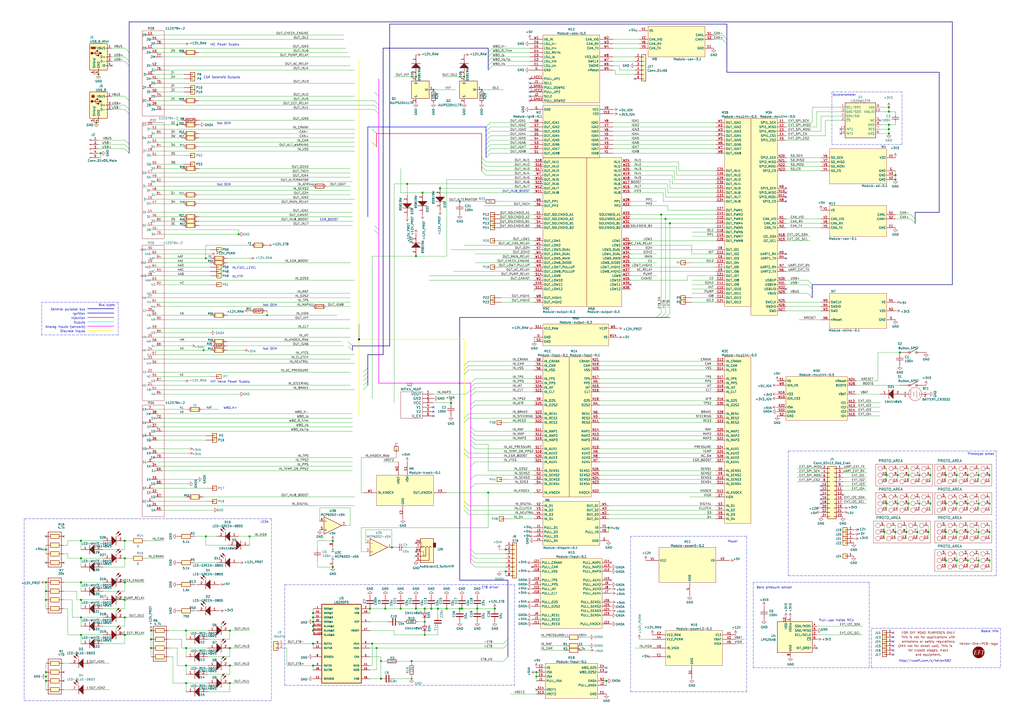
<source format=kicad_sch>
(kicad_sch (version 20211123) (generator eeschema)
  (paper "A2")
  (title_block (title "Hellen72 NB2") (date "2021-12-10") (rev "E") (company "rusEFI") (comment 7 "http://rusefi.com/s/hellenNB2"))
  (lib_symbols
    (symbol "1123794-2:1123794-2" (pin_names (offset 0.025))
      (property "Reference" "P2" (at 3.81 22.86 90))
      (property "Value" "1123794-2" (at 3.81 20.32 90))
      (symbol "1123794-2_1_1"
        (pin passive line (at -20.32 -3.81 90) (length 3.81) (name "1C") (number "1"))
        (pin passive line (at -12.7 -3.81 90) (length 3.81) (name "1F") (number "2"))
        (pin passive line (at 2.54 -3.81 90) (length 3.81) (name "1L") (number "3"))
        (pin passive line (at -22.86 -6.35 90) (length 3.81) (name "1B") (number "31"))
        (pin passive line (at -15.24 -6.35 90) (length 3.81) (name "1E") (number "32"))
        (pin passive line (at -7.62 -6.35 90) (length 3.81) (name "1H") (number "33"))
        (pin passive line (at 0 -6.35 90) (length 3.81) (name "1K") (number "34"))
        (pin passive line (at 7.62 -6.35 90) (length 3.81) (name "1N") (number "35"))
        (pin passive line (at 15.24 -6.35 90) (length 3.81) (name "1Q") (number "36"))
        (pin passive line (at 22.86 -6.35 90) (length 3.81) (name "1T") (number "37"))
        (pin passive line (at 30.48 -6.35 90) (length 3.81) (name "1W") (number "38"))
        (pin passive line (at 10.16 -3.81 90) (length 3.81) (name "1O") (number "4"))
        (pin passive line (at 17.78 -3.81 90) (length 3.81) (name "1R") (number "5"))
        (pin passive line (at 25.4 -3.81 90) (length 3.81) (name "1U") (number "6"))
        (pin passive line (at -25.4 -8.89 90) (length 3.81) (name "1A") (number "66"))
        (pin passive line (at -17.78 -8.89 90) (length 3.81) (name "1D") (number "67"))
        (pin passive line (at -10.16 -8.89 90) (length 3.81) (name "1G") (number "68"))
        (pin passive line (at -2.54 -8.89 90) (length 3.81) (name "1J") (number "69"))
        (pin passive line (at 33.02 -3.81 90) (length 3.81) (name "1X") (number "7"))
        (pin passive line (at 5.08 -8.89 90) (length 3.81) (name "1M") (number "70"))
        (pin passive line (at 20.32 -8.89 90) (length 3.81) (name "1S") (number "71"))
        (pin passive line (at 27.94 -8.89 90) (length 3.81) (name "1V") (number "72"))
      )
      (symbol "1123794-2_2_1"
        (pin passive line (at 0 -3.81 90) (length 3.81) (name "2I") (number "10"))
        (pin passive line (at 15.24 -3.81 90) (length 3.81) (name "2O") (number "11"))
        (pin passive line (at 22.86 -3.81 90) (length 3.81) (name "2R") (number "12"))
        (pin passive line (at -17.78 -6.35 90) (length 3.81) (name "2B") (number "39"))
        (pin passive line (at -10.16 -6.35 90) (length 3.81) (name "2E") (number "40"))
        (pin passive line (at -2.54 -6.35 90) (length 3.81) (name "2H") (number "41"))
        (pin passive line (at 5.08 -6.35 90) (length 3.81) (name "2K") (number "42"))
        (pin passive line (at 12.7 -6.35 90) (length 3.81) (name "2N") (number "43"))
        (pin passive line (at 20.32 -6.35 90) (length 3.81) (name "2Q") (number "44"))
        (pin passive line (at -20.32 -8.89 90) (length 3.81) (name "2A") (number "73"))
        (pin passive line (at -12.7 -8.89 90) (length 3.81) (name "2D") (number "74"))
        (pin passive line (at -5.08 -8.89 90) (length 3.81) (name "2G") (number "75"))
        (pin passive line (at 2.54 -8.89 90) (length 3.81) (name "2J") (number "76"))
        (pin passive line (at 10.16 -8.89 90) (length 3.81) (name "2M") (number "77"))
        (pin passive line (at 17.78 -8.89 90) (length 3.81) (name "2P") (number "78"))
        (pin passive line (at -15.24 -3.81 90) (length 3.81) (name "2C") (number "8"))
        (pin passive line (at -7.62 -3.81 90) (length 3.81) (name "2F") (number "9"))
      )
      (symbol "1123794-2_3_1"
        (pin passive line (at -27.94 -3.81 90) (length 3.81) (name "3C") (number "13"))
        (pin passive line (at -20.32 -3.81 90) (length 3.81) (name "3F") (number "14"))
        (pin passive line (at -12.7 -3.81 90) (length 3.81) (name "3I") (number "15"))
        (pin passive line (at -5.08 -3.81 90) (length 3.81) (name "3L") (number "16"))
        (pin passive line (at 2.54 -3.81 90) (length 3.81) (name "3O") (number "17"))
        (pin passive line (at 15.24 -3.81 90) (length 3.81) (name "3T") (number "18"))
        (pin passive line (at 22.86 -3.81 90) (length 3.81) (name "3W") (number "19"))
        (pin passive line (at 30.48 -3.81 90) (length 3.81) (name "3Z") (number "20"))
        (pin passive line (at -30.48 -6.35 90) (length 3.81) (name "3B") (number "45"))
        (pin passive line (at -22.86 -6.35 90) (length 3.81) (name "3E") (number "46"))
        (pin passive line (at -15.24 -6.35 90) (length 3.81) (name "3H") (number "47"))
        (pin passive line (at -7.62 -6.35 90) (length 3.81) (name "3K") (number "48"))
        (pin passive line (at 0 -6.35 90) (length 3.81) (name "3N") (number "49"))
        (pin passive line (at 7.62 -6.35 90) (length 3.81) (name "3Q") (number "50"))
        (pin passive line (at 12.7 -6.35 90) (length 3.81) (name "3S") (number "51"))
        (pin passive line (at 20.32 -6.35 90) (length 3.81) (name "3V") (number "52"))
        (pin passive line (at 27.94 -6.35 90) (length 3.81) (name "3Y") (number "53"))
        (pin passive line (at -33.02 -8.89 90) (length 3.81) (name "3A") (number "79"))
        (pin passive line (at -25.4 -8.89 90) (length 3.81) (name "3D") (number "80"))
        (pin passive line (at -10.16 -8.89 90) (length 3.81) (name "3J") (number "81"))
        (pin passive line (at -2.54 -8.89 90) (length 3.81) (name "3M") (number "82"))
        (pin passive line (at 5.08 -8.89 90) (length 3.81) (name "3P") (number "83"))
        (pin passive line (at 17.78 -8.89 90) (length 3.81) (name "3U") (number "84"))
        (pin passive line (at 25.4 -8.89 90) (length 3.81) (name "3X") (number "85"))
      )
      (symbol "1123794-2_4_1"
        (pin passive line (at -20.32 -3.81 90) (length 3.81) (name "4C") (number "21"))
        (pin passive line (at -12.7 -3.81 90) (length 3.81) (name "4F") (number "22"))
        (pin passive line (at -5.08 -3.81 90) (length 3.81) (name "4I") (number "23"))
        (pin passive line (at 0 -3.81 90) (length 3.81) (name "4K") (number "24"))
        (pin passive line (at 7.62 -3.81 90) (length 3.81) (name "4N") (number "25"))
        (pin passive line (at 22.86 -3.81 90) (length 3.81) (name "4T") (number "26"))
        (pin passive line (at 30.48 -3.81 90) (length 3.81) (name "4W") (number "27"))
        (pin passive line (at 43.18 -3.81 90) (length 3.81) (name "4AB") (number "28"))
        (pin passive line (at 50.8 -3.81 90) (length 3.81) (name "4AE") (number "29"))
        (pin passive line (at 58.42 -3.81 90) (length 3.81) (name "4AH") (number "30"))
        (pin passive line (at -22.86 -6.35 90) (length 3.81) (name "4B") (number "54"))
        (pin passive line (at -15.24 -6.35 90) (length 3.81) (name "4E") (number "55"))
        (pin passive line (at -7.62 -6.35 90) (length 3.81) (name "4H") (number "56"))
        (pin passive line (at -2.54 -6.35 90) (length 3.81) (name "4J") (number "57"))
        (pin passive line (at 5.08 -6.35 90) (length 3.81) (name "4M") (number "58"))
        (pin passive line (at 12.7 -6.35 90) (length 3.81) (name "4P") (number "59"))
        (pin passive line (at 20.32 -6.35 90) (length 3.81) (name "4S") (number "60"))
        (pin passive line (at 27.94 -6.35 90) (length 3.81) (name "4V") (number "61"))
        (pin passive line (at 33.02 -6.35 90) (length 3.81) (name "4X") (number "62"))
        (pin passive line (at 40.64 -6.35 90) (length 3.81) (name "4AA") (number "63"))
        (pin passive line (at 48.26 -6.35 90) (length 3.81) (name "4AD") (number "64"))
        (pin passive line (at 55.88 -6.35 90) (length 3.81) (name "4AG") (number "65"))
        (pin passive line (at -25.4 -8.89 90) (length 3.81) (name "4A") (number "86"))
        (pin passive line (at -17.78 -8.89 90) (length 3.81) (name "4D") (number "87"))
        (pin passive line (at 2.54 -8.89 90) (length 3.81) (name "4L") (number "88"))
        (pin passive line (at 10.16 -8.89 90) (length 3.81) (name "4O") (number "89"))
        (pin passive line (at 17.78 -8.89 90) (length 3.81) (name "4R") (number "90"))
        (pin passive line (at 25.4 -8.89 90) (length 3.81) (name "4U") (number "91"))
        (pin passive line (at 38.1 -8.89 90) (length 3.81) (name "4Z") (number "92"))
        (pin passive line (at 45.72 -8.89 90) (length 3.81) (name "4AC") (number "93"))
        (pin passive line (at 53.34 -8.89 90) (length 3.81) (name "4AF") (number "94"))
      )
    )
    (symbol "Amplifier_Operational:MCP6002-xSN" (pin_names (offset 0.127))
      (property "Reference" "U" (at 0 5.08 0))
      (property "Value" "MCP6002-xSN" (at 0 -5.08 0))
      (symbol "MCP6002-xSN_1_1"
        (pin output line (at 7.62 0 180) (length 2.54) (name "~") (number "1"))
        (pin input line (at -7.62 -2.54 0) (length 2.54) (name "-") (number "2"))
        (pin input line (at -7.62 2.54 0) (length 2.54) (name "+") (number "3"))
      )
      (symbol "MCP6002-xSN_2_1"
        (pin input line (at -7.62 2.54 0) (length 2.54) (name "+") (number "5"))
        (pin input line (at -7.62 -2.54 0) (length 2.54) (name "-") (number "6"))
        (pin output line (at 7.62 0 180) (length 2.54) (name "~") (number "7"))
      )
      (symbol "MCP6002-xSN_3_1"
        (pin power_in line (at -2.54 -7.62 90) (length 3.81) (name "V-") (number "4"))
        (pin power_in line (at -2.54 7.62 270) (length 3.81) (name "V+") (number "8"))
      )
    )
    (symbol "Connector:AudioJack3_SwitchTR"
      (property "Reference" "J" (at 0 8.89 0))
      (property "Value" "AudioJack3_SwitchTR" (at 0 6.35 0))
      (symbol "AudioJack3_SwitchTR_1_1"
        (pin passive line (at 5.08 0 180) (length 2.54) (name "~") (number "R"))
        (pin passive line (at 5.08 -2.54 180) (length 2.54) (name "~") (number "RN"))
        (pin passive line (at 5.08 2.54 180) (length 2.54) (name "~") (number "S"))
        (pin passive line (at 5.08 -5.08 180) (length 2.54) (name "~") (number "T"))
        (pin passive line (at 5.08 -7.62 180) (length 2.54) (name "~") (number "TN"))
      )
    )
    (symbol "Connector:Conn_01x05_Male" (pin_names (offset 1.016) hide)
      (property "Reference" "J" (at 0 7.62 0))
      (property "Value" "Conn_01x05_Male" (at 0 -7.62 0))
      (symbol "Conn_01x05_Male_1_1"
        (pin passive line (at 5.08 5.08 180) (length 3.81) (name "Pin_1") (number "1"))
        (pin passive line (at 5.08 2.54 180) (length 3.81) (name "Pin_2") (number "2"))
        (pin passive line (at 5.08 0 180) (length 3.81) (name "Pin_3") (number "3"))
        (pin passive line (at 5.08 -2.54 180) (length 3.81) (name "Pin_4") (number "4"))
        (pin passive line (at 5.08 -5.08 180) (length 3.81) (name "Pin_5") (number "5"))
      )
    )
    (symbol "Connector_Generic:Conn_01x01" (pin_names (offset 1.016) hide)
      (property "Reference" "J" (at 0 2.54 0))
      (property "Value" "Conn_01x01" (at 0 -2.54 0))
      (symbol "Conn_01x01_1_1"
        (pin passive line (at -5.08 0 0) (length 3.81) (name "Pin_1") (number "1"))
      )
    )
    (symbol "Connector_Generic:Conn_01x02" (pin_names (offset 1.016) hide)
      (property "Reference" "J" (at 0 2.54 0))
      (property "Value" "Conn_01x02" (at 0 -5.08 0))
      (symbol "Conn_01x02_1_1"
        (pin passive line (at -5.08 0 0) (length 3.81) (name "Pin_1") (number "1"))
        (pin passive line (at -5.08 -2.54 0) (length 3.81) (name "Pin_2") (number "2"))
      )
    )
    (symbol "Connector_Generic:Conn_01x06" (pin_names (offset 1.016) hide)
      (property "Reference" "J" (at 0 7.62 0))
      (property "Value" "Conn_01x06" (at 0 -10.16 0))
      (symbol "Conn_01x06_1_1"
        (pin passive line (at -5.08 5.08 0) (length 3.81) (name "Pin_1") (number "1"))
        (pin passive line (at -5.08 2.54 0) (length 3.81) (name "Pin_2") (number "2"))
        (pin passive line (at -5.08 0 0) (length 3.81) (name "Pin_3") (number "3"))
        (pin passive line (at -5.08 -2.54 0) (length 3.81) (name "Pin_4") (number "4"))
        (pin passive line (at -5.08 -5.08 0) (length 3.81) (name "Pin_5") (number "5"))
        (pin passive line (at -5.08 -7.62 0) (length 3.81) (name "Pin_6") (number "6"))
      )
    )
    (symbol "Connector_Generic:Conn_01x08" (pin_names (offset 1.016) hide)
      (property "Reference" "J" (at 0 10.16 0))
      (property "Value" "Conn_01x08" (at 0 -12.7 0))
      (symbol "Conn_01x08_1_1"
        (pin passive line (at -5.08 7.62 0) (length 3.81) (name "Pin_1") (number "1"))
        (pin passive line (at -5.08 5.08 0) (length 3.81) (name "Pin_2") (number "2"))
        (pin passive line (at -5.08 2.54 0) (length 3.81) (name "Pin_3") (number "3"))
        (pin passive line (at -5.08 0 0) (length 3.81) (name "Pin_4") (number "4"))
        (pin passive line (at -5.08 -2.54 0) (length 3.81) (name "Pin_5") (number "5"))
        (pin passive line (at -5.08 -5.08 0) (length 3.81) (name "Pin_6") (number "6"))
        (pin passive line (at -5.08 -7.62 0) (length 3.81) (name "Pin_7") (number "7"))
        (pin passive line (at -5.08 -10.16 0) (length 3.81) (name "Pin_8") (number "8"))
      )
    )
    (symbol "Connector_Generic:Conn_02x12_Odd_Even" (pin_names (offset 1.016) hide)
      (property "Reference" "J" (at 1.27 15.24 0))
      (property "Value" "Conn_02x12_Odd_Even" (at 1.27 -17.78 0))
      (symbol "Conn_02x12_Odd_Even_1_1"
        (pin passive line (at -5.08 12.7 0) (length 3.81) (name "Pin_1") (number "1"))
        (pin passive line (at 7.62 2.54 180) (length 3.81) (name "Pin_10") (number "10"))
        (pin passive line (at -5.08 0 0) (length 3.81) (name "Pin_11") (number "11"))
        (pin passive line (at 7.62 0 180) (length 3.81) (name "Pin_12") (number "12"))
        (pin passive line (at -5.08 -2.54 0) (length 3.81) (name "Pin_13") (number "13"))
        (pin passive line (at 7.62 -2.54 180) (length 3.81) (name "Pin_14") (number "14"))
        (pin passive line (at -5.08 -5.08 0) (length 3.81) (name "Pin_15") (number "15"))
        (pin passive line (at 7.62 -5.08 180) (length 3.81) (name "Pin_16") (number "16"))
        (pin passive line (at -5.08 -7.62 0) (length 3.81) (name "Pin_17") (number "17"))
        (pin passive line (at 7.62 -7.62 180) (length 3.81) (name "Pin_18") (number "18"))
        (pin passive line (at -5.08 -10.16 0) (length 3.81) (name "Pin_19") (number "19"))
        (pin passive line (at 7.62 12.7 180) (length 3.81) (name "Pin_2") (number "2"))
        (pin passive line (at 7.62 -10.16 180) (length 3.81) (name "Pin_20") (number "20"))
        (pin passive line (at -5.08 -12.7 0) (length 3.81) (name "Pin_21") (number "21"))
        (pin passive line (at 7.62 -12.7 180) (length 3.81) (name "Pin_22") (number "22"))
        (pin passive line (at -5.08 -15.24 0) (length 3.81) (name "Pin_23") (number "23"))
        (pin passive line (at 7.62 -15.24 180) (length 3.81) (name "Pin_24") (number "24"))
        (pin passive line (at -5.08 10.16 0) (length 3.81) (name "Pin_3") (number "3"))
        (pin passive line (at 7.62 10.16 180) (length 3.81) (name "Pin_4") (number "4"))
        (pin passive line (at -5.08 7.62 0) (length 3.81) (name "Pin_5") (number "5"))
        (pin passive line (at 7.62 7.62 180) (length 3.81) (name "Pin_6") (number "6"))
        (pin passive line (at -5.08 5.08 0) (length 3.81) (name "Pin_7") (number "7"))
        (pin passive line (at 7.62 5.08 180) (length 3.81) (name "Pin_8") (number "8"))
        (pin passive line (at -5.08 2.54 0) (length 3.81) (name "Pin_9") (number "9"))
      )
    )
    (symbol "Device:C" (pin_numbers hide) (pin_names (offset 0.254))
      (property "Reference" "C" (at 0.635 2.54 0))
      (property "Value" "C" (at 0.635 -2.54 0))
      (symbol "C_1_1"
        (pin passive line (at 0 3.81 270) (length 2.794) (name "~") (number "1"))
        (pin passive line (at 0 -3.81 90) (length 2.794) (name "~") (number "2"))
      )
    )
    (symbol "Device:D" (pin_numbers hide) (pin_names (offset 1.016) hide)
      (property "Reference" "D" (at 0 2.54 0))
      (property "Value" "D" (at 0 -2.54 0))
      (symbol "D_1_1"
        (pin passive line (at -3.81 0 0) (length 2.54) (name "K") (number "1"))
        (pin passive line (at 3.81 0 180) (length 2.54) (name "A") (number "2"))
      )
    )
    (symbol "Device:R" (pin_numbers hide) (pin_names (offset 0))
      (property "Reference" "R" (at 2.032 0 90))
      (property "Value" "R" (at 0 0 90))
      (symbol "R_1_1"
        (pin passive line (at 0 3.81 270) (length 1.27) (name "~") (number "1"))
        (pin passive line (at 0 -3.81 90) (length 1.27) (name "~") (number "2"))
      )
    )
    (symbol "L6205PD:L6205PD" (pin_names (offset 1.016))
      (property "Reference" "U" (at -10.1854 24.0538 0))
      (property "Value" "L6205PD" (at -10.1854 -25.6794 0))
      (symbol "L6205PD_0_0"
        (pin power_in line (at 17.78 20.32 180) (length 5.08) (name "GND@1") (number "1"))
        (pin power_in line (at 17.78 17.78 180) (length 5.08) (name "GND@2") (number "10"))
        (pin power_in line (at 17.78 15.24 180) (length 5.08) (name "GND@3") (number "11"))
        (pin output line (at 17.78 -2.54 180) (length 5.08) (name "OUT1B") (number "12"))
        (pin power_in line (at 17.78 -20.32 180) (length 5.08) (name "SENSEB") (number "13"))
        (pin input line (at -15.24 -12.7 0) (length 5.08) (name "IN1B") (number "14"))
        (pin input line (at -15.24 -15.24 0) (length 5.08) (name "IN2B") (number "15"))
        (pin bidirectional line (at -15.24 -20.32 0) (length 5.08) (name "ENB") (number "16"))
        (pin passive line (at -15.24 7.62 0) (length 5.08) (name "VBOOT") (number "17"))
        (pin output line (at 17.78 -15.24 180) (length 5.08) (name "OUT2B") (number "18"))
        (pin power_in line (at -15.24 17.78 0) (length 5.08) (name "VSB") (number "19"))
        (pin power_in line (at -15.24 20.32 0) (length 5.08) (name "VSA") (number "2"))
        (pin power_in line (at 17.78 12.7 180) (length 5.08) (name "GND@4") (number "20"))
        (pin output line (at 17.78 -12.7 180) (length 5.08) (name "OUT2A") (number "3"))
        (pin passive line (at -15.24 12.7 0) (length 5.08) (name "VCP") (number "4"))
        (pin bidirectional line (at -15.24 -7.62 0) (length 5.08) (name "ENA") (number "5"))
        (pin input line (at -15.24 0 0) (length 5.08) (name "IN1A") (number "6"))
        (pin input line (at -15.24 -2.54 0) (length 5.08) (name "IN2A") (number "7"))
        (pin power_in line (at 17.78 -7.62 180) (length 5.08) (name "SENSEA") (number "8"))
        (pin output line (at 17.78 0 180) (length 5.08) (name "OUT1A") (number "9"))
        (pin power_in line (at 17.78 10.16 180) (length 5.08) (name "SLUG@1") (number "SLUG1"))
        (pin power_in line (at 17.78 7.62 180) (length 5.08) (name "SLUG@2") (number "SLUG2"))
        (pin power_in line (at 17.78 5.08 180) (length 5.08) (name "SLUG@3") (number "SLUG3"))
      )
    )
    (symbol "MPX-4_MAP:MPX4_MAP" (pin_names (offset 0.762))
      (property "Reference" "U" (at 0 10.16 0))
      (property "Value" "MPX4_MAP" (at 8.89 0 90))
      (symbol "MPX4_MAP_1_1"
        (pin passive line (at -8.89 6.35 0) (length 6.35) (name "VOUT") (number "1"))
        (pin passive line (at -8.89 3.81 0) (length 6.35) (name "GND") (number "2"))
        (pin passive line (at -8.89 1.27 0) (length 6.35) (name "VCC") (number "3"))
        (pin passive line (at -8.89 -1.27 0) (length 6.35) (name "V1") (number "4"))
        (pin passive line (at -8.89 -3.81 0) (length 6.35) (name "V2") (number "5"))
        (pin passive line (at -8.89 -6.35 0) (length 6.35) (name "V_EX") (number "6"))
      )
    )
    (symbol "Off_Road_Disclaimer:Disclaimer" (pin_names (offset 1.016))
      (symbol "Disclaimer_0_0"
        (text "(AKA not for street use). This is " (at 1.27 -3.81 0) (effects (font (size 1.27 1.27))))
        (text "and equipment." (at 0 -8.89 0) (effects (font (size 1.27 1.27))))
        (text "emissions or safety regulations" (at 0 -1.27 0) (effects (font (size 1.27 1.27))))
        (text "for closed stages, track" (at 0 -6.35 0) (effects (font (size 1.27 1.27))))
        (text "FOR OFF ROAD PURPOSES ONLY" (at 0 3.81 0) (effects (font (size 1.27 1.27))))
        (text "This is not for applications with" (at 0 1.27 0) (effects (font (size 1.27 1.27))))
      )
    )
    (symbol "Power_Management:AUIPS2041L"
      (property "Reference" "U" (at 3.81 1.27 0))
      (property "Value" "AUIPS2041L" (at 3.81 -1.27 0))
      (symbol "AUIPS2041L_1_1"
        (pin input line (at -10.16 0 0) (length 2.54) (name "IN") (number "1"))
        (pin passive line (at 0 7.62 270) (length 2.54) (name "D") (number "2"))
        (pin power_in line (at 0 -7.62 90) (length 2.54) (name "S") (number "3"))
      )
    )
    (symbol "Sensor_Pressure:LPS25HB"
      (property "Reference" "U" (at -10.16 8.89 0))
      (property "Value" "LPS25HB" (at 10.16 8.89 0))
      (symbol "LPS25HB_1_1"
        (pin power_in line (at -2.54 10.16 270) (length 2.54) (name "VDDio") (number "1"))
        (pin power_in line (at -5.08 10.16 270) (length 2.54) (name "VDD") (number "10"))
        (pin input line (at 12.7 0 180) (length 2.54) (name "SCL/SCLK") (number "2"))
        (pin passive line (at -2.54 -12.7 90) (length 2.54) hide (name "GND") (number "3"))
        (pin bidirectional line (at 12.7 5.08 180) (length 2.54) (name "SDA/MOSI") (number "4"))
        (pin bidirectional line (at 12.7 2.54 180) (length 2.54) (name "SA0/MISO") (number "5"))
        (pin input line (at 12.7 -2.54 180) (length 2.54) (name "~{CS}") (number "6"))
        (pin output line (at 12.7 -7.62 180) (length 2.54) (name "INT_DRDY") (number "7"))
        (pin power_in line (at -2.54 -12.7 90) (length 2.54) (name "GND") (number "8"))
        (pin passive line (at -2.54 -12.7 90) (length 2.54) hide (name "GND") (number "9"))
      )
    )
    (symbol "art-electro-power:BATTERY_CR2032" (pin_names (offset 0))
      (property "Reference" "BT" (at 0 5.08 0))
      (property "Value" "BATTERY_CR2032" (at 0 -4.826 0))
      (symbol "BATTERY_CR2032_1_1"
        (pin passive line (at -7.62 0 0) (length 3.81) (name "+") (number "1"))
        (pin passive line (at 7.62 0 180) (length 3.81) (name "-") (number "2"))
      )
    )
    (symbol "hellen-one-can-0.1:Module-can-0.1"
      (property "Reference" "M" (at 0 0 0))
      (property "Value" "Module-can-0.1" (at 0 0 0))
      (symbol "Module-can-0.1_1_0"
        (pin passive line (at 38.1 -12.7 180) (length 5.08) (name "GND") (number "E1"))
        (pin passive line (at 38.1 -5.08 180) (length 5.08) (name "CANL") (number "S1"))
        (pin passive line (at 38.1 -7.62 180) (length 5.08) (name "CANH") (number "S2"))
        (pin passive line (at -5.08 -2.54 0) (length 5.08) (name "V5") (number "V1"))
        (pin passive line (at -5.08 -7.62 0) (length 5.08) (name "CAN_VIO") (number "V2"))
        (pin passive line (at -5.08 -12.7 0) (length 5.08) (name "CAN_TX") (number "V5"))
        (pin passive line (at -5.08 -10.16 0) (length 5.08) (name "CAN_RX") (number "V6"))
      )
    )
    (symbol "hellen-one-common:+12V_PERM" (power) (pin_names (offset 0))
      (property "Value" "+12V_PERM" (at 0 3.556 0))
      (symbol "+12V_PERM_1_1"
        (pin power_in line (at 0 0 90) (length 0) hide (name "+12V_PERM") (number "1"))
      )
    )
    (symbol "hellen-one-common:+12V_PROT" (power) (pin_names (offset 0))
      (property "Value" "+12V_PROT" (at 0 3.556 0))
      (symbol "+12V_PROT_1_1"
        (pin power_in line (at 0 0 90) (length 0) hide (name "+12V_PROT") (number "1"))
      )
    )
    (symbol "hellen-one-common:+12V_RAW" (power) (pin_names (offset 0))
      (property "Value" "+12V_RAW" (at 0 3.556 0))
      (symbol "+12V_RAW_1_1"
        (pin power_in line (at 0 0 90) (length 0) hide (name "+12V_RAW") (number "1"))
      )
    )
    (symbol "hellen-one-common:+12V_RAW_1" (power) (pin_names (offset 0))
      (property "Value" "+12V_ETB" (at 3.1751 0.3683 90))
      (symbol "+12V_RAW_1_1_1"
        (pin power_in line (at 0 0 90) (length 0) hide (name "+12V_ETB") (number "1"))
      )
    )
    (symbol "hellen-one-common:+3V3_IGN" (power) (pin_names (offset 0))
      (property "Value" "+3V3_IGN" (at 0 3.556 0))
      (symbol "+3V3_IGN_1_1"
        (pin power_in line (at 0 0 90) (length 0) hide (name "+3V3_IGN") (number "1"))
      )
    )
    (symbol "hellen-one-common:+5V_IGN" (power) (pin_names (offset 0))
      (property "Value" "+5V_IGN" (at 0 3.556 0))
      (symbol "+5V_IGN_1_1"
        (pin power_in line (at 0 0 90) (length 0) hide (name "+5V_IGN") (number "1"))
      )
    )
    (symbol "hellen-one-common:1N4148WS"
      (property "Reference" "D" (at 0 2.54 0))
      (property "Value" "1N4148WS" (at 0 -3.81 0))
      (symbol "1N4148WS_1_0"
        (pin passive line (at 7.62 0 180) (length 5.08) (name "K") (number "1"))
        (pin passive line (at -5.08 0 0) (length 5.08) (name "A") (number "2"))
      )
    )
    (symbol "hellen-one-common:Button_SPST" (pin_numbers hide)
      (property "Reference" "S" (at -5.08 2.54 0))
      (property "Value" "Button_SPST" (at 0 0 0))
      (symbol "Button_SPST_1_0"
        (pin passive line (at -5.08 -2.54 0) (length 5.08) (name "") (number "1"))
        (pin passive line (at 10.16 -2.54 180) (length 5.08) (name "") (number "2"))
      )
    )
    (symbol "hellen-one-common:Cap" (pin_numbers hide)
      (property "Reference" "C" (at -3.81 2.54 0))
      (property "Value" "Cap" (at -2.54 -1.27 0))
      (symbol "Cap_1_0"
        (pin passive line (at -3.81 0 0) (length 2.54) (name "") (number "1"))
        (pin passive line (at 3.81 0 180) (length 2.54) (name "") (number "2"))
      )
    )
    (symbol "hellen-one-common:Fuse-Pad-Pad" (pin_numbers hide) (pin_names (offset 0.762) hide)
      (property "Reference" "F" (at 0 2.54 0))
      (symbol "Fuse-Pad-Pad_0_1"
        (pin passive line (at -5.08 0 0) (length 2.54) (name "1") (number "1"))
        (pin passive line (at 5.08 0 180) (length 2.54) (name "2") (number "2"))
      )
    )
    (symbol "hellen-one-common:Jumper-Pad-Pad" (pin_numbers hide) (pin_names (offset 0.762) hide)
      (property "Reference" "R" (at 0 2.54 0))
      (symbol "Jumper-Pad-Pad_0_1"
        (pin passive line (at -5.08 0 0) (length 2.54) (name "1") (number "1"))
        (pin passive line (at 5.08 0 180) (length 2.54) (name "2") (number "2"))
      )
    )
    (symbol "hellen-one-common:LED"
      (property "Reference" "D" (at 0 2.54 0))
      (property "Value" "LED-COLOR-0805" (at 0 -3.81 0))
      (symbol "LED_1_0"
        (pin passive line (at -5.08 0 0) (length 5.08) (name "A") (number "1"))
        (pin passive line (at 7.62 0 180) (length 5.08) (name "K") (number "2"))
      )
    )
    (symbol "hellen-one-common:LED_0603"
      (property "Reference" "D" (at 0 2.54 0))
      (property "Value" "LED_0603" (at 0 -3.81 0))
      (symbol "LED_0603_1_0"
        (pin passive line (at -5.08 0 0) (length 5.08) (name "A") (number "1"))
        (pin passive line (at 7.62 0 180) (length 5.08) (name "K") (number "2"))
      )
    )
    (symbol "hellen-one-common:LIS2DW12TR"
      (property "Reference" "U" (at -5.08 11.43 0))
      (property "Value" "LIS2DW12TR" (at 3.81 11.43 0))
      (symbol "LIS2DW12TR_1_1"
        (pin input line (at -10.16 7.62 0) (length 2.54) (name "SCL/SPC") (number "1"))
        (pin power_in line (at 12.7 5.08 180) (length 2.54) (name "Vdd_IO") (number "10"))
        (pin output line (at -10.16 -7.62 0) (length 2.54) (name "INT2") (number "11"))
        (pin output line (at -10.16 -5.08 0) (length 2.54) (name "INT1") (number "12"))
        (pin input line (at -10.16 0 0) (length 2.54) (name "~{CS}") (number "2"))
        (pin bidirectional line (at -10.16 5.08 0) (length 2.54) (name "SA0/SDO") (number "3"))
        (pin bidirectional line (at -10.16 2.54 0) (length 2.54) (name "SDA/SDI") (number "4"))
        (pin passive line (at 12.7 0 180) (length 2.54) (name "NC") (number "5"))
        (pin power_in line (at 12.7 -7.62 180) (length 2.54) (name "GND") (number "6"))
        (pin power_in line (at 12.7 -5.08 180) (length 2.54) (name "RES") (number "7"))
        (pin power_in line (at 12.7 -2.54 180) (length 2.54) (name "GND") (number "8"))
        (pin power_in line (at 12.7 7.62 180) (length 2.54) (name "Vdd") (number "9"))
      )
    )
    (symbol "hellen-one-common:LOGO" (pin_names (offset 1.016))
      (symbol "LOGO_0_0"
        (text "" (at 35.56 6.35 0) (effects (font (size 1.27 1.27))))
        (text "Hellen-One-PCB-logo" (at 0 0 0) (effects (font (size 1.27 1.27))))
      )
    )
    (symbol "hellen-one-common:PROTO_AREA" (pin_names (offset 1.016))
      (property "Value" "PROTO_AREA" (at 25.4 3.81 0))
      (symbol "PROTO_AREA_0_0"
        (text "" (at 35.56 6.35 0) (effects (font (size 1.27 1.27))))
      )
      (symbol "PROTO_AREA_1_1"
        (pin passive line (at 1.27 0 0) (length 2.54) (name "") (number "1"))
        (pin passive line (at 26.67 -3.81 0) (length 2.54) (name "") (number "10"))
        (pin passive line (at 1.27 -7.62 0) (length 2.54) (name "") (number "11"))
        (pin passive line (at 7.62 -7.62 0) (length 2.54) (name "") (number "12"))
        (pin passive line (at 13.97 -7.62 0) (length 2.54) (name "") (number "13"))
        (pin passive line (at 20.32 -7.62 0) (length 2.54) (name "") (number "14"))
        (pin passive line (at 26.67 -7.62 0) (length 2.54) (name "") (number "15"))
        (pin passive line (at 7.62 0 0) (length 2.54) (name "") (number "2"))
        (pin passive line (at 13.97 0 0) (length 2.54) (name "") (number "3"))
        (pin passive line (at 20.32 0 0) (length 2.54) (name "") (number "4"))
        (pin passive line (at 26.67 0 0) (length 2.54) (name "") (number "5"))
        (pin passive line (at 1.27 -3.81 0) (length 2.54) (name "") (number "6"))
        (pin passive line (at 7.62 -3.81 0) (length 2.54) (name "") (number "7"))
        (pin passive line (at 13.97 -3.81 0) (length 2.54) (name "") (number "8"))
        (pin passive line (at 20.32 -3.81 0) (length 2.54) (name "") (number "9"))
      )
    )
    (symbol "hellen-one-common:Pad" (pin_numbers hide) (pin_names (offset 1.016) hide)
      (property "Reference" "P" (at 2.54 0 0))
      (symbol "Pad_1_1"
        (pin passive line (at -5.08 0 0) (length 3.81) (name "Pin_1") (number "1"))
      )
    )
    (symbol "hellen-one-common:Res" (pin_numbers hide)
      (property "Reference" "R" (at 3.81 2.54 0))
      (property "Value" "Res" (at 5.08 -2.54 0))
      (symbol "Res_1_0"
        (pin passive line (at 0 0 0) (length 2.54) (name "") (number "1"))
        (pin passive line (at 10.16 0 180) (length 2.54) (name "") (number "2"))
      )
    )
    (symbol "hellen-one-common:Res_Array_4" (pin_numbers hide)
      (property "Reference" "R" (at -6.35 6.35 0))
      (symbol "Res_Array_4_1_0"
        (pin passive line (at -10.16 0 0) (length 2.54) (name "") (number "1"))
        (pin passive line (at -10.16 -5.08 0) (length 2.54) (name "") (number "2"))
        (pin passive line (at -10.16 -10.16 0) (length 2.54) (name "") (number "3"))
        (pin passive line (at -10.16 -15.24 0) (length 2.54) (name "") (number "4"))
        (pin passive line (at 0 -15.24 180) (length 2.54) (name "") (number "5"))
        (pin passive line (at 0 -10.16 180) (length 2.54) (name "") (number "6"))
        (pin passive line (at 0 -5.08 180) (length 2.54) (name "") (number "7"))
        (pin passive line (at 0 0 180) (length 2.54) (name "") (number "8"))
      )
    )
    (symbol "hellen-one-common:USB_B" (pin_names (offset 1.016))
      (property "Reference" "J" (at -5.08 11.43 0))
      (property "Value" "USB_B" (at -5.08 8.89 0))
      (symbol "USB_B_1_1"
        (pin power_out line (at 7.62 5.08 180) (length 2.54) (name "VBUS") (number "1"))
        (pin bidirectional line (at 7.62 -2.54 180) (length 2.54) (name "D-") (number "2"))
        (pin bidirectional line (at 7.62 0 180) (length 2.54) (name "D+") (number "3"))
        (pin power_out line (at 0 -10.16 90) (length 2.54) (name "GND") (number "4"))
        (pin passive line (at -2.54 -10.16 90) (length 2.54) (name "Shield") (number "5"))
      )
    )
    (symbol "hellen-one-common:USB_B_Mini" (pin_names (offset 1.016))
      (property "Reference" "J" (at -5.08 11.43 0))
      (property "Value" "USB_B_Mini" (at -5.08 8.89 0))
      (symbol "USB_B_Mini_1_1"
        (pin power_out line (at 7.62 5.08 180) (length 2.54) (name "VBUS") (number "1"))
        (pin passive line (at 7.62 -2.54 180) (length 2.54) (name "D-") (number "2"))
        (pin passive line (at 7.62 0 180) (length 2.54) (name "D+") (number "3"))
        (pin passive line (at 7.62 -5.08 180) (length 2.54) (name "ID") (number "4"))
        (pin power_out line (at 0 -10.16 90) (length 2.54) (name "GND") (number "5"))
        (pin passive line (at -2.54 -10.16 90) (length 2.54) (name "Shield") (number "6"))
      )
    )
    (symbol "hellen-one-dinput4-0.1:Module-dinput4-0.1"
      (property "Reference" "M" (at 0 0 0))
      (property "Value" "Module-dinput4-0.1" (at 0 0 0))
      (symbol "Module-dinput4-0.1_1_0"
        (pin passive line (at 38.1 -22.86 180) (length 5.08) (name "GND") (number "G"))
        (pin passive line (at -5.08 -15.24 0) (length 5.08) (name "PULL_D1") (number "J1"))
        (pin passive line (at -5.08 -17.78 0) (length 5.08) (name "PULL_D2") (number "J2"))
        (pin passive line (at -5.08 -20.32 0) (length 5.08) (name "PULL_D3") (number "J3"))
        (pin passive line (at -5.08 -22.86 0) (length 5.08) (name "PULL_D4") (number "J4"))
        (pin passive line (at 38.1 -15.24 180) (length 5.08) (name "V5") (number "V1"))
        (pin passive line (at -5.08 -2.54 0) (length 5.08) (name "IN_D1") (number "V2"))
        (pin passive line (at -5.08 -5.08 0) (length 5.08) (name "IN_D2") (number "V3"))
        (pin passive line (at -5.08 -7.62 0) (length 5.08) (name "IN_D3") (number "V4"))
        (pin passive line (at -5.08 -10.16 0) (length 5.08) (name "IN_D4") (number "V5"))
        (pin passive line (at 38.1 -17.78 180) (length 5.08) (name "PULL_V5") (number "V6"))
        (pin passive line (at 38.1 -10.16 180) (length 5.08) (name "OUT_D4") (number "W1"))
        (pin passive line (at 38.1 -7.62 180) (length 5.08) (name "OUT_D3") (number "W2"))
        (pin passive line (at 38.1 -5.08 180) (length 5.08) (name "OUT_D2") (number "W3"))
        (pin passive line (at 38.1 -2.54 180) (length 5.08) (name "OUT_D1") (number "W4"))
      )
    )
    (symbol "hellen-one-ign8-0.1:Module-ign8-0.1"
      (property "Reference" "M" (at 0 0 0))
      (property "Value" "Module-ign8-0.1" (at 0 0 0))
      (symbol "Module-ign8-0.1_1_0"
        (pin passive line (at 40.64 -2.54 180) (length 7.62) (name "GND") (number "G"))
        (pin passive line (at 40.64 -27.94 180) (length 7.62) (name "OUT_IGN8") (number "S1"))
        (pin passive line (at 40.64 -25.4 180) (length 7.62) (name "OUT_IGN7") (number "S2"))
        (pin passive line (at 40.64 -22.86 180) (length 7.62) (name "OUT_IGN6") (number "S3"))
        (pin passive line (at 40.64 -20.32 180) (length 7.62) (name "OUT_IGN5") (number "S4"))
        (pin passive line (at 40.64 -17.78 180) (length 7.62) (name "OUT_IGN4") (number "S5"))
        (pin passive line (at 40.64 -15.24 180) (length 7.62) (name "OUT_IGN3") (number "S6"))
        (pin passive line (at 40.64 -12.7 180) (length 7.62) (name "OUT_IGN2") (number "S7"))
        (pin passive line (at 40.64 -10.16 180) (length 7.62) (name "OUT_IGN1") (number "S8"))
        (pin passive line (at -7.62 -27.94 0) (length 7.62) (name "IGN8") (number "V1"))
        (pin passive line (at -7.62 -5.08 0) (length 7.62) (name "V33") (number "V10"))
        (pin passive line (at -7.62 -25.4 0) (length 7.62) (name "IGN7") (number "V2"))
        (pin passive line (at -7.62 -22.86 0) (length 7.62) (name "IGN6") (number "V3"))
        (pin passive line (at -7.62 -20.32 0) (length 7.62) (name "IGN5") (number "V4"))
        (pin passive line (at -7.62 -17.78 0) (length 7.62) (name "IGN4") (number "V5"))
        (pin passive line (at -7.62 -15.24 0) (length 7.62) (name "IGN3") (number "V6"))
        (pin passive line (at -7.62 -12.7 0) (length 7.62) (name "IGN2") (number "V7"))
        (pin passive line (at -7.62 -10.16 0) (length 7.62) (name "IGN1") (number "V8"))
        (pin passive line (at -7.62 -2.54 0) (length 7.62) (name "VCC") (number "V9"))
      )
    )
    (symbol "hellen-one-input-0.1:Module-input-0.1"
      (property "Reference" "M" (at 0 0 0))
      (property "Value" "Module-input-0.1" (at 0 0 0))
      (symbol "Module-input-0.1_1_0"
        (pin passive line (at 17.78 -53.34 180) (length 5.08) (name "AUX1") (number "N10"))
        (pin passive line (at 17.78 -38.1 180) (length 5.08) (name "RES3") (number "N11"))
        (pin passive line (at 17.78 -48.26 180) (length 5.08) (name "MAP3") (number "N12"))
        (pin passive line (at 17.78 -45.72 180) (length 5.08) (name "MAP2") (number "N13"))
        (pin passive line (at 17.78 -43.18 180) (length 5.08) (name "MAP1") (number "N14"))
        (pin passive line (at 17.78 -17.78 180) (length 5.08) (name "IAT") (number "N15"))
        (pin passive line (at 17.78 -20.32 180) (length 5.08) (name "CLT") (number "N16"))
        (pin passive line (at 17.78 -12.7 180) (length 5.08) (name "TPS") (number "N17"))
        (pin passive line (at 17.78 -25.4 180) (length 5.08) (name "O2S") (number "N18"))
        (pin passive line (at 17.78 -5.08 180) (length 5.08) (name "CAM") (number "N19"))
        (pin passive line (at 17.78 -7.62 180) (length 5.08) (name "VSS") (number "N20"))
        (pin passive line (at 17.78 -2.54 180) (length 5.08) (name "CRANK") (number "N21"))
        (pin passive line (at 17.78 -78.74 180) (length 5.08) (name "KNOCK") (number "N22"))
        (pin passive line (at 17.78 -73.66 180) (length 5.08) (name "SENS4") (number "N23"))
        (pin passive line (at 17.78 -71.12 180) (length 5.08) (name "SENS3") (number "N24"))
        (pin passive line (at 17.78 -68.58 180) (length 5.08) (name "SENS2") (number "N25"))
        (pin passive line (at 17.78 -66.04 180) (length 5.08) (name "SENS1") (number "N26"))
        (pin passive line (at 17.78 -35.56 180) (length 5.08) (name "RES2") (number "N3"))
        (pin passive line (at 17.78 -27.94 180) (length 5.08) (name "O2S2") (number "N4"))
        (pin passive line (at 17.78 -15.24 180) (length 5.08) (name "PPS") (number "N5"))
        (pin passive line (at 17.78 -33.02 180) (length 5.08) (name "RES1") (number "N6"))
        (pin passive line (at 17.78 -60.96 180) (length 5.08) (name "AUX4") (number "N7"))
        (pin passive line (at 17.78 -58.42 180) (length 5.08) (name "AUX3") (number "N8"))
        (pin passive line (at 17.78 -55.88 180) (length 5.08) (name "AUX2") (number "N9"))
      )
      (symbol "Module-input-0.1_2_0"
        (pin passive line (at 35.56 -17.78 180) (length 5.08) (name "GND") (number "E1"))
        (pin passive line (at -5.08 -2.54 0) (length 5.08) (name "V5") (number "E2"))
        (pin passive line (at 35.56 -5.08 180) (length 5.08) (name "WBO_O2S2") (number "E3"))
        (pin passive line (at 35.56 -2.54 180) (length 5.08) (name "WBO_O2S") (number "E4"))
        (pin passive line (at -5.08 -7.62 0) (length 5.08) (name "V5A") (number "E5"))
        (pin passive line (at -5.08 -10.16 0) (length 5.08) (name "PULL_V5A") (number "J1"))
        (pin passive line (at 35.56 -12.7 180) (length 5.08) (name "PULL_GNDA") (number "J2"))
        (pin passive line (at -5.08 -5.08 0) (length 5.08) (name "V5A") (number "N1"))
        (pin passive line (at 35.56 -10.16 180) (length 5.08) (name "GNDA") (number "N2"))
        (pin passive line (at -5.08 -17.78 0) (length 5.08) (name "VREF2") (number "S13"))
        (pin passive line (at -5.08 -15.24 0) (length 5.08) (name "VREF1") (number "S14"))
      )
      (symbol "Module-input-0.1_3_0"
        (pin passive line (at -5.08 -66.04 0) (length 5.08) (name "IN_SENS1") (number "S1"))
        (pin passive line (at -5.08 -12.7 0) (length 5.08) (name "IN_TPS") (number "S10"))
        (pin passive line (at -5.08 -43.18 0) (length 5.08) (name "IN_MAP1") (number "S11"))
        (pin passive line (at -5.08 -45.72 0) (length 5.08) (name "IN_MAP2") (number "S12"))
        (pin passive line (at -5.08 -20.32 0) (length 5.08) (name "IN_CLT") (number "S15"))
        (pin passive line (at -5.08 -17.78 0) (length 5.08) (name "IN_IAT") (number "S16"))
        (pin passive line (at -5.08 -53.34 0) (length 5.08) (name "IN_AUX1") (number "S17"))
        (pin passive line (at -5.08 -55.88 0) (length 5.08) (name "IN_AUX2") (number "S18"))
        (pin passive line (at -5.08 -48.26 0) (length 5.08) (name "IN_MAP3") (number "S19"))
        (pin passive line (at -5.08 -68.58 0) (length 5.08) (name "IN_SENS2") (number "S2"))
        (pin passive line (at -5.08 -58.42 0) (length 5.08) (name "IN_AUX3") (number "S20"))
        (pin passive line (at -5.08 -60.96 0) (length 5.08) (name "IN_AUX4") (number "S21"))
        (pin passive line (at -5.08 -38.1 0) (length 5.08) (name "IN_RES3") (number "S22"))
        (pin passive line (at -5.08 -33.02 0) (length 5.08) (name "IN_RES1") (number "S23"))
        (pin passive line (at -5.08 -15.24 0) (length 5.08) (name "IN_PPS") (number "S24"))
        (pin passive line (at -5.08 -27.94 0) (length 5.08) (name "IN_O2S2") (number "S25"))
        (pin passive line (at -5.08 -35.56 0) (length 5.08) (name "IN_RES2") (number "S26"))
        (pin passive line (at -5.08 -71.12 0) (length 5.08) (name "IN_SENS3") (number "S3"))
        (pin passive line (at -5.08 -73.66 0) (length 5.08) (name "IN_SENS4") (number "S4"))
        (pin passive line (at -5.08 -5.08 0) (length 5.08) (name "IN_CAM") (number "S5"))
        (pin passive line (at -5.08 -7.62 0) (length 5.08) (name "IN_VSS") (number "S6"))
        (pin passive line (at -5.08 -78.74 0) (length 5.08) (name "IN_KNOCK") (number "S7"))
        (pin passive line (at -5.08 -2.54 0) (length 5.08) (name "IN_CRANK") (number "S8"))
        (pin passive line (at -5.08 -25.4 0) (length 5.08) (name "IN_O2S") (number "S9"))
      )
      (symbol "Module-input-0.1_4_0"
        (pin passive line (at 40.64 -12.7 180) (length 5.08) (name "PULL_AUX1") (number "J10"))
        (pin passive line (at -5.08 -38.1 0) (length 5.08) (name "PULL_RES3") (number "J11"))
        (pin passive line (at 40.64 -7.62 180) (length 5.08) (name "PULL_MAP3") (number "J12"))
        (pin passive line (at 40.64 -5.08 180) (length 5.08) (name "PULL_MAP2") (number "J13"))
        (pin passive line (at 40.64 -2.54 180) (length 5.08) (name "PULL_MAP1") (number "J14"))
        (pin passive line (at -5.08 -17.78 0) (length 5.08) (name "PULL_IAT") (number "J15"))
        (pin passive line (at -5.08 -20.32 0) (length 5.08) (name "PULL_CLT") (number "J16"))
        (pin passive line (at -5.08 -5.08 0) (length 5.08) (name "PULL_CAM") (number "J17"))
        (pin passive line (at -5.08 -7.62 0) (length 5.08) (name "PULL_VSS") (number "J18"))
        (pin passive line (at -5.08 -12.7 0) (length 5.08) (name "PULL_TPS") (number "J19"))
        (pin passive line (at -5.08 -25.4 0) (length 5.08) (name "PULL_O2S") (number "J20"))
        (pin passive line (at -5.08 -2.54 0) (length 5.08) (name "PULL_CRANK") (number "J21"))
        (pin passive line (at 40.64 -38.1 180) (length 5.08) (name "PULL_KNOCK") (number "J22"))
        (pin passive line (at 40.64 -33.02 180) (length 5.08) (name "PULL_SENS4") (number "J23"))
        (pin passive line (at 40.64 -30.48 180) (length 5.08) (name "PULL_SENS3") (number "J24"))
        (pin passive line (at 40.64 -27.94 180) (length 5.08) (name "PULL_SENS2") (number "J25"))
        (pin passive line (at 40.64 -25.4 180) (length 5.08) (name "PULL_SENS1") (number "J26"))
        (pin passive line (at -5.08 -35.56 0) (length 5.08) (name "PULL_RES2") (number "J3"))
        (pin passive line (at -5.08 -27.94 0) (length 5.08) (name "PULL_O2S2") (number "J4"))
        (pin passive line (at -5.08 -15.24 0) (length 5.08) (name "PULL_PPS") (number "J5"))
        (pin passive line (at -5.08 -33.02 0) (length 5.08) (name "PULL_RES1") (number "J6"))
        (pin passive line (at 40.64 -20.32 180) (length 5.08) (name "PULL_AUX4") (number "J7"))
        (pin passive line (at 40.64 -17.78 180) (length 5.08) (name "PULL_AUX3") (number "J8"))
        (pin passive line (at 40.64 -15.24 180) (length 5.08) (name "PULL_AUX2") (number "J9"))
      )
    )
    (symbol "hellen-one-knock-0.1:Module-knock-0.1"
      (property "Reference" "M" (at 0 0 0))
      (property "Value" "Module-knock-0.1" (at 0 0 0))
      (symbol "Module-knock-0.1_1_0"
        (pin passive line (at 17.78 7.62 270) (length 7.62) (name "V5A") (number "E1"))
        (pin passive line (at 15.24 -25.4 90) (length 7.62) (name "GND") (number "E2"))
        (pin passive line (at 40.64 -10.16 180) (length 7.62) (name "OUT_KNOCK") (number "E3"))
        (pin passive line (at -7.62 -10.16 0) (length 7.62) (name "IN_KNOCK") (number "W1"))
        (pin passive line (at 12.7 7.62 270) (length 7.62) (name "VREF") (number "W2"))
      )
    )
    (symbol "hellen-one-mcu-0.5:Module-mcu-0.5"
      (property "Reference" "M" (at 0 0 0))
      (property "Value" "Module-mcu144-0.5" (at 0 0 0))
      (symbol "Module-mcu-0.5_1_0"
        (pin passive line (at 20.32 -2.54 180) (length 5.08) (name "SPI1_SCK") (number "E1"))
        (pin passive line (at 20.32 -5.08 180) (length 5.08) (name "SPI1_MISO") (number "E2"))
        (pin passive line (at 20.32 -7.62 180) (length 5.08) (name "SPI1_MOSI") (number "E3"))
        (pin passive line (at 20.32 -10.16 180) (length 5.08) (name "SPI1_CS1") (number "E4"))
        (pin passive line (at 20.32 -12.7 180) (length 5.08) (name "SPI1_CS2") (number "E5"))
        (pin passive line (at 20.32 -58.42 180) (length 5.08) (name "CAN_VIO") (number "N1"))
        (pin passive line (at 20.32 -43.18 180) (length 5.08) (name "SPI3_MISO") (number "N10"))
        (pin passive line (at 20.32 -45.72 180) (length 5.08) (name "SPI3_MOSI") (number "N11"))
        (pin passive line (at 20.32 -68.58 180) (length 5.08) (name "I2C_SDA") (number "N18"))
        (pin passive line (at 20.32 -71.12 180) (length 5.08) (name "I2C_SCL") (number "N19"))
        (pin passive line (at 20.32 -60.96 180) (length 5.08) (name "CAN_RX") (number "N2"))
        (pin passive line (at 20.32 -22.86 180) (length 5.08) (name "SPI2_SCK") (number "N20"))
        (pin passive line (at 20.32 -25.4 180) (length 5.08) (name "SPI2_MISO") (number "N21"))
        (pin passive line (at 20.32 -27.94 180) (length 5.08) (name "SPI2_MOSI") (number "N22"))
        (pin passive line (at 20.32 -30.48 180) (length 5.08) (name "SPI2_CS") (number "N23"))
        (pin passive line (at 20.32 -106.68 180) (length 5.08) (name "SWCLK") (number "N25"))
        (pin passive line (at 20.32 -109.22 180) (length 5.08) (name "SWDIO") (number "N26"))
        (pin passive line (at 20.32 -111.76 180) (length 5.08) (name "SWO") (number "N27"))
        (pin passive line (at 20.32 -101.6 180) (length 5.08) (name "VBUS") (number "N29"))
        (pin passive line (at 20.32 -63.5 180) (length 5.08) (name "CAN_TX") (number "N3"))
        (pin passive line (at 20.32 -93.98 180) (length 5.08) (name "USB1P") (number "N30"))
        (pin passive line (at 20.32 -96.52 180) (length 5.08) (name "USB1M") (number "N31"))
        (pin passive line (at 20.32 -99.06 180) (length 5.08) (name "USB1ID") (number "N32"))
        (pin passive line (at 20.32 -81.28 180) (length 5.08) (name "UART1_TX") (number "N4"))
        (pin passive line (at 20.32 -78.74 180) (length 5.08) (name "UART1_RX") (number "N5"))
        (pin passive line (at 20.32 -88.9 180) (length 5.08) (name "UART2_TX") (number "N6"))
        (pin passive line (at 20.32 -86.36 180) (length 5.08) (name "UART2_RX") (number "N7"))
        (pin passive line (at 20.32 -48.26 180) (length 5.08) (name "SPI3_CS") (number "N8"))
        (pin passive line (at 20.32 -40.64 180) (length 5.08) (name "SPI3_SCK") (number "N9"))
      )
      (symbol "Module-mcu-0.5_2_0"
        (pin passive line (at 20.32 -99.06 180) (length 5.08) (name "OUT_IO10") (number "E10"))
        (pin passive line (at 20.32 -96.52 180) (length 5.08) (name "OUT_IO9") (number "E11"))
        (pin passive line (at 20.32 -78.74 180) (length 5.08) (name "OUT_IO2") (number "E12"))
        (pin passive line (at 20.32 -104.14 180) (length 5.08) (name "OUT_IO12") (number "E13"))
        (pin passive line (at 20.32 -55.88 180) (length 5.08) (name "OUT_PWM2") (number "E14"))
        (pin passive line (at 20.32 -58.42 180) (length 5.08) (name "OUT_PWM3") (number "E15"))
        (pin passive line (at 20.32 -60.96 180) (length 5.08) (name "OUT_PWM4") (number "E16"))
        (pin passive line (at 20.32 -63.5 180) (length 5.08) (name "OUT_PWM5") (number "E17"))
        (pin passive line (at 20.32 -66.04 180) (length 5.08) (name "OUT_PWM6") (number "E18"))
        (pin passive line (at 20.32 -68.58 180) (length 5.08) (name "OUT_PWM7") (number "E19"))
        (pin passive line (at 20.32 -101.6 180) (length 5.08) (name "OUT_IO11") (number "E20"))
        (pin passive line (at 20.32 -91.44 180) (length 5.08) (name "OUT_IO7") (number "E21"))
        (pin passive line (at 20.32 -93.98 180) (length 5.08) (name "OUT_IO8") (number "E22"))
        (pin passive line (at 20.32 -83.82 180) (length 5.08) (name "OUT_IO4") (number "E23"))
        (pin passive line (at 20.32 -106.68 180) (length 5.08) (name "OUT_IO13") (number "E24"))
        (pin passive line (at 20.32 -30.48 180) (length 5.08) (name "OUT_INJ1") (number "E25"))
        (pin passive line (at 20.32 -33.02 180) (length 5.08) (name "OUT_INJ2") (number "E26"))
        (pin passive line (at 20.32 -53.34 180) (length 5.08) (name "OUT_PWM1") (number "E27"))
        (pin passive line (at 20.32 -71.12 180) (length 5.08) (name "OUT_PWM8") (number "E28"))
        (pin passive line (at 20.32 -35.56 180) (length 5.08) (name "OUT_INJ3") (number "E29"))
        (pin passive line (at 20.32 -38.1 180) (length 5.08) (name "OUT_INJ4") (number "E30"))
        (pin passive line (at 20.32 -40.64 180) (length 5.08) (name "OUT_INJ5") (number "E31"))
        (pin passive line (at 20.32 -43.18 180) (length 5.08) (name "OUT_INJ6") (number "E32"))
        (pin passive line (at 20.32 -45.72 180) (length 5.08) (name "OUT_INJ7") (number "E33"))
        (pin passive line (at 20.32 -48.26 180) (length 5.08) (name "OUT_INJ8") (number "E34"))
        (pin passive line (at 20.32 -81.28 180) (length 5.08) (name "OUT_IO3") (number "E6"))
        (pin passive line (at 20.32 -86.36 180) (length 5.08) (name "OUT_IO5") (number "E7"))
        (pin passive line (at 20.32 -76.2 180) (length 5.08) (name "OUT_IO1") (number "E8"))
        (pin passive line (at 20.32 -88.9 180) (length 5.08) (name "OUT_IO6") (number "E9"))
        (pin passive line (at 20.32 -2.54 180) (length 5.08) (name "OUT_IGN1") (number "W1"))
        (pin passive line (at 20.32 -5.08 180) (length 5.08) (name "OUT_IGN2") (number "W2"))
        (pin passive line (at 20.32 -7.62 180) (length 5.08) (name "OUT_IGN3") (number "W3"))
        (pin passive line (at 20.32 -10.16 180) (length 5.08) (name "OUT_IGN4") (number "W4"))
        (pin passive line (at 20.32 -12.7 180) (length 5.08) (name "OUT_IGN5") (number "W5"))
        (pin passive line (at 20.32 -15.24 180) (length 5.08) (name "OUT_IGN6") (number "W6"))
        (pin passive line (at 20.32 -17.78 180) (length 5.08) (name "OUT_IGN7") (number "W7"))
        (pin passive line (at 20.32 -20.32 180) (length 5.08) (name "OUT_IGN8") (number "W8"))
      )
      (symbol "Module-mcu-0.5_3_0"
        (pin passive line (at -5.08 -71.12 0) (length 5.08) (name "IN_SENS3") (number "S10"))
        (pin passive line (at -5.08 -73.66 0) (length 5.08) (name "IN_SENS4") (number "S11"))
        (pin passive line (at -5.08 -78.74 0) (length 5.08) (name "IN_KNOCK") (number "S12"))
        (pin passive line (at -5.08 -2.54 0) (length 5.08) (name "IN_CRANK") (number "S13"))
        (pin passive line (at -5.08 -7.62 0) (length 5.08) (name "IN_VSS") (number "S14"))
        (pin passive line (at -5.08 -5.08 0) (length 5.08) (name "IN_CAM") (number "S15"))
        (pin passive line (at -5.08 -25.4 0) (length 5.08) (name "IN_O2S") (number "S16"))
        (pin passive line (at -5.08 -12.7 0) (length 5.08) (name "IN_TPS") (number "S17"))
        (pin passive line (at -5.08 -20.32 0) (length 5.08) (name "IN_CLT") (number "S18"))
        (pin passive line (at -5.08 -17.78 0) (length 5.08) (name "IN_IAT") (number "S19"))
        (pin passive line (at -5.08 -43.18 0) (length 5.08) (name "IN_MAP1") (number "S20"))
        (pin passive line (at -5.08 -45.72 0) (length 5.08) (name "IN_MAP2") (number "S21"))
        (pin passive line (at -5.08 -48.26 0) (length 5.08) (name "IN_MAP3") (number "S22"))
        (pin passive line (at -5.08 -38.1 0) (length 5.08) (name "IN_RES3") (number "S23"))
        (pin passive line (at -5.08 -53.34 0) (length 5.08) (name "IN_AUX1") (number "S24"))
        (pin passive line (at -5.08 -55.88 0) (length 5.08) (name "IN_AUX2") (number "S25"))
        (pin passive line (at -5.08 -58.42 0) (length 5.08) (name "IN_AUX3") (number "S26"))
        (pin passive line (at -5.08 -60.96 0) (length 5.08) (name "IN_AUX4") (number "S27"))
        (pin passive line (at -5.08 -33.02 0) (length 5.08) (name "IN_RES1") (number "S28"))
        (pin passive line (at -5.08 -15.24 0) (length 5.08) (name "IN_PPS") (number "S29"))
        (pin passive line (at -5.08 -86.36 0) (length 5.08) (name "IN_D1") (number "S3"))
        (pin passive line (at -5.08 -27.94 0) (length 5.08) (name "IN_O2S2") (number "S30"))
        (pin passive line (at -5.08 -35.56 0) (length 5.08) (name "IN_RES2") (number "S31"))
        (pin passive line (at -5.08 -88.9 0) (length 5.08) (name "IN_D2") (number "S4"))
        (pin passive line (at -5.08 -91.44 0) (length 5.08) (name "IN_D3") (number "S5"))
        (pin passive line (at -5.08 -93.98 0) (length 5.08) (name "IN_D4") (number "S6"))
        (pin passive line (at -5.08 -81.28 0) (length 5.08) (name "VIGN") (number "S7"))
        (pin passive line (at -5.08 -66.04 0) (length 5.08) (name "IN_SENS1") (number "S8"))
        (pin passive line (at -5.08 -68.58 0) (length 5.08) (name "IN_SENS2") (number "S9"))
      )
      (symbol "Module-mcu-0.5_4_0"
        (pin passive line (at 40.64 -15.24 180) (length 5.08) (name "IO1") (number "N12"))
        (pin passive line (at 40.64 -17.78 180) (length 5.08) (name "IO2") (number "N13"))
        (pin passive line (at 40.64 -20.32 180) (length 5.08) (name "IO3") (number "N14"))
        (pin passive line (at 40.64 -22.86 180) (length 5.08) (name "IO4") (number "N15"))
        (pin passive line (at -5.08 -10.16 0) (length 5.08) (name "V33") (number "N16"))
        (pin passive line (at 40.64 -10.16 180) (length 5.08) (name "VBAT") (number "N17"))
        (pin passive line (at 40.64 -2.54 180) (length 5.08) (name "nReset") (number "N24"))
        (pin passive line (at 40.64 -5.08 180) (length 5.08) (name "BOOT0") (number "N28"))
        (pin passive line (at -5.08 -2.54 0) (length 5.08) (name "V5") (number "S1"))
        (pin passive line (at -5.08 -22.86 0) (length 5.08) (name "GND") (number "S2"))
        (pin passive line (at -5.08 -20.32 0) (length 5.08) (name "GNDA") (number "S32"))
        (pin passive line (at -5.08 -17.78 0) (length 5.08) (name "V5A") (number "S33"))
        (pin passive line (at -5.08 -12.7 0) (length 5.08) (name "IGN_V33") (number "W10"))
        (pin passive line (at -5.08 -5.08 0) (length 5.08) (name "IGN_V5") (number "W9"))
      )
    )
    (symbol "hellen-one-output-0.3:Module-output-0.3"
      (property "Reference" "M" (at 0 0 0))
      (property "Value" "Module-output-0.3" (at 0 0 0))
      (symbol "Module-output-0.3_1_0"
        (pin passive line (at -5.08 -7.62 0) (length 5.08) (name "GND") (number "G"))
        (pin passive line (at -5.08 -2.54 0) (length 5.08) (name "V12_RAW") (number "S11"))
        (pin passive line (at -5.08 -10.16 0) (length 5.08) (name "GND") (number "S3"))
        (pin passive line (at 43.18 -7.62 180) (length 5.08) (name "V5") (number "W14"))
        (pin passive line (at 43.18 -2.54 180) (length 5.08) (name "V12P") (number "W5"))
      )
      (symbol "Module-output-0.3_2_0"
        (pin passive line (at -5.08 -20.32 0) (length 5.08) (name "INJ8") (number "W15"))
        (pin passive line (at -5.08 -17.78 0) (length 5.08) (name "INJ7") (number "W16"))
        (pin passive line (at -5.08 -15.24 0) (length 5.08) (name "INJ6") (number "W17"))
        (pin passive line (at -5.08 -12.7 0) (length 5.08) (name "INJ5") (number "W18"))
        (pin passive line (at -5.08 -10.16 0) (length 5.08) (name "INJ4") (number "W19"))
        (pin passive line (at -5.08 -7.62 0) (length 5.08) (name "INJ3") (number "W20"))
        (pin passive line (at -5.08 -48.26 0) (length 5.08) (name "LOW1") (number "W21"))
        (pin passive line (at -5.08 -27.94 0) (length 5.08) (name "PP2") (number "W22"))
        (pin passive line (at -5.08 -5.08 0) (length 5.08) (name "INJ2") (number "W23"))
        (pin passive line (at -5.08 -2.54 0) (length 5.08) (name "INJ1") (number "W24"))
        (pin passive line (at -5.08 -60.96 0) (length 5.08) (name "LOW6_DIODE") (number "W25"))
        (pin passive line (at -5.08 -71.12 0) (length 5.08) (name "LOW10") (number "W26"))
        (pin passive line (at -5.08 -68.58 0) (length 5.08) (name "LOW9") (number "W27"))
        (pin passive line (at -5.08 -25.4 0) (length 5.08) (name "PP1") (number "W28"))
        (pin passive line (at -5.08 -50.8 0) (length 5.08) (name "LOW2") (number "W29"))
        (pin passive line (at -5.08 -40.64 0) (length 5.08) (name "SOLENOID_B2") (number "W30"))
        (pin passive line (at -5.08 -38.1 0) (length 5.08) (name "SOLENOID_B1") (number "W31"))
        (pin passive line (at -5.08 -35.56 0) (length 5.08) (name "SOLENOID_A2") (number "W32"))
        (pin passive line (at -5.08 -33.02 0) (length 5.08) (name "SOLENOID_A1") (number "W33"))
        (pin passive line (at -5.08 -55.88 0) (length 5.08) (name "LOW4_DUAL") (number "W34"))
        (pin passive line (at -5.08 -73.66 0) (length 5.08) (name "LOW11") (number "W35"))
        (pin passive line (at -5.08 -76.2 0) (length 5.08) (name "LOW12") (number "W36"))
        (pin passive line (at -5.08 -66.04 0) (length 5.08) (name "LOW8_HIGH2") (number "W37"))
        (pin passive line (at -5.08 -53.34 0) (length 5.08) (name "LOW3_DUAL") (number "W38"))
        (pin passive line (at -5.08 -63.5 0) (length 5.08) (name "LOW7_HIGH1") (number "W39"))
        (pin passive line (at -5.08 -58.42 0) (length 5.08) (name "LOW5_MAIN") (number "W40"))
      )
      (symbol "Module-output-0.3_3_0"
        (pin passive line (at 30.48 -33.02 180) (length 5.08) (name "OUT_SOLENOID_A1") (number "S1"))
        (pin passive line (at 30.48 -73.66 180) (length 5.08) (name "OUT_LOW11") (number "S10"))
        (pin passive line (at 30.48 -66.04 180) (length 5.08) (name "OUT_LOW8_PULLUP") (number "S12"))
        (pin passive line (at 30.48 -76.2 180) (length 5.08) (name "OUT_LOW12") (number "S13"))
        (pin passive line (at 30.48 -68.58 180) (length 5.08) (name "OUT_LOW9") (number "S14"))
        (pin passive line (at 30.48 -15.24 180) (length 5.08) (name "OUT_INJ6") (number "S15"))
        (pin passive line (at 30.48 -5.08 180) (length 5.08) (name "OUT_INJ2") (number "S16"))
        (pin passive line (at 30.48 -7.62 180) (length 5.08) (name "OUT_INJ3") (number "S17"))
        (pin passive line (at 30.48 -2.54 180) (length 5.08) (name "OUT_INJ1") (number "S18"))
        (pin passive line (at 30.48 -35.56 180) (length 5.08) (name "OUT_SOLENOID_A2") (number "S2"))
        (pin passive line (at 30.48 -38.1 180) (length 5.08) (name "OUT_SOLENOID_B1") (number "S4"))
        (pin passive line (at 30.48 -40.64 180) (length 5.08) (name "OUT_SOLENOID_B2") (number "S5"))
        (pin passive line (at 30.48 -27.94 180) (length 5.08) (name "OUT_PP2") (number "S6"))
        (pin passive line (at 30.48 -53.34 180) (length 5.08) (name "OUT_LOW3_DUAL") (number "S7"))
        (pin passive line (at 30.48 -48.26 180) (length 5.08) (name "OUT_LOW1") (number "S8"))
        (pin passive line (at 30.48 -83.82 180) (length 5.08) (name "OUT_HIGH2") (number "S9"))
        (pin passive line (at 30.48 -50.8 180) (length 5.08) (name "OUT_LOW2") (number "W1"))
        (pin passive line (at 30.48 -12.7 180) (length 5.08) (name "OUT_INJ5") (number "W10"))
        (pin passive line (at 30.48 -20.32 180) (length 5.08) (name "OUT_INJ8") (number "W11"))
        (pin passive line (at 30.48 -17.78 180) (length 5.08) (name "OUT_INJ7") (number "W12"))
        (pin passive line (at 30.48 -58.42 180) (length 5.08) (name "OUT_LOW5_MAIN") (number "W13"))
        (pin passive line (at 30.48 -71.12 180) (length 5.08) (name "OUT_LOW10") (number "W2"))
        (pin passive line (at 30.48 -60.96 180) (length 5.08) (name "OUT_LOW6_DIODE") (number "W3"))
        (pin passive line (at 30.48 -55.88 180) (length 5.08) (name "OUT_LOW4_DUAL") (number "W4"))
        (pin passive line (at 30.48 -25.4 180) (length 5.08) (name "OUT_PP1") (number "W6"))
        (pin passive line (at 30.48 -10.16 180) (length 5.08) (name "OUT_INJ4") (number "W7"))
        (pin passive line (at 30.48 -81.28 180) (length 5.08) (name "OUT_HIGH1") (number "W8"))
        (pin passive line (at 30.48 -63.5 180) (length 5.08) (name "OUT_LOW7_PULLUP") (number "W9"))
      )
    )
    (symbol "hellen-one-power12-0.2:Module-power12-0.2"
      (property "Reference" "M" (at 0 0 0))
      (property "Value" "Module-power12-0.2" (at 0 0 0))
      (symbol "Module-power12-0.2_1_0"
        (pin passive line (at -7.62 -15.24 0) (length 7.62) (name "V5") (number "E1"))
        (pin passive line (at -7.62 -2.54 0) (length 7.62) (name "V12_RAW") (number "E2"))
        (pin passive line (at 15.24 -27.94 90) (length 7.62) (name "GND") (number "S1"))
        (pin passive line (at 40.64 -2.54 180) (length 7.62) (name "V12") (number "V1"))
        (pin passive line (at 40.64 -5.08 180) (length 7.62) (name "VBAT") (number "V2"))
        (pin passive line (at -7.62 -10.16 0) (length 7.62) (name "IN_VIGN") (number "V3"))
        (pin passive line (at -7.62 -5.08 0) (length 7.62) (name "V12_PERM") (number "V4"))
        (pin passive line (at 40.64 -7.62 180) (length 7.62) (name "VIGN") (number "V5"))
      )
    )
    (symbol "hellen-one-power5-0.2:Module-power5-0.2"
      (property "Reference" "M" (at 0 0 0))
      (property "Value" "Module-power5-0.2" (at 0 0 0))
      (symbol "Module-power5-0.2_1_0"
        (pin passive line (at 17.78 -27.94 90) (length 7.62) (name "GND") (number "G"))
        (pin passive line (at -7.62 -7.62 0) (length 7.62) (name "V12") (number "V1"))
        (pin passive line (at 40.64 -7.62 180) (length 7.62) (name "V5") (number "V2"))
      )
    )
    (symbol "hellen-one-sd-0.1:Module-sd-0.1"
      (property "Reference" "M" (at 0 0 0))
      (property "Value" "Module-sd-0.1" (at 0 0 0))
      (symbol "Module-sd-0.1_1_0"
        (pin passive line (at 38.1 -12.7 180) (length 5.08) (name "GND") (number "G"))
        (pin passive line (at 38.1 -5.08 180) (length 5.08) (name "V33") (number "V1"))
        (pin passive line (at 38.1 -17.78 180) (length 5.08) (name "GND") (number "V2"))
        (pin passive line (at 38.1 -15.24 180) (length 5.08) (name "GND") (number "V3"))
        (pin passive line (at -5.08 -12.7 0) (length 5.08) (name "SD_CS") (number "V4"))
        (pin passive line (at -5.08 -10.16 0) (length 5.08) (name "SD_MOSI") (number "V5"))
        (pin passive line (at -5.08 -5.08 0) (length 5.08) (name "SD_SCK") (number "V6"))
        (pin passive line (at -5.08 -7.62 0) (length 5.08) (name "SD_MISO") (number "V7"))
      )
    )
    (symbol "hellen-one-stlink-0.1:Module-stlink-0.1"
      (property "Reference" "M" (at 0 0 0))
      (property "Value" "Module-stlink-0.1" (at 0 0 0))
      (symbol "Module-stlink-0.1_1_0"
        (pin passive line (at 38.1 -15.24 180) (length 5.08) (name "GND") (number "G"))
        (pin passive line (at 38.1 -5.08 180) (length 5.08) (name "V5") (number "N1"))
        (pin passive line (at 38.1 -10.16 180) (length 5.08) (name "V33") (number "N2"))
        (pin passive line (at -5.08 -10.16 0) (length 5.08) (name "SWO") (number "N3"))
        (pin passive line (at -5.08 -7.62 0) (length 5.08) (name "SWDIO") (number "N4"))
        (pin passive line (at -5.08 -5.08 0) (length 5.08) (name "SWCLK") (number "N5"))
        (pin passive line (at -5.08 -15.24 0) (length 5.08) (name "nReset") (number "N6"))
      )
    )
    (symbol "hellen-one-wbo-0.3:Module-wbo-0.3"
      (property "Reference" "M" (at 1.27 1.27 0))
      (property "Value" "Module-wbo-0.3" (at 8.89 -40.64 0))
      (symbol "Module-wbo-0.3_1_0"
        (pin passive line (at 40.64 -17.78 180) (length 7.62) (name "LSU_Un") (number "E1"))
        (pin passive line (at 40.64 -15.24 180) (length 7.62) (name "LSU_Vm") (number "E2"))
        (pin passive line (at 40.64 -12.7 180) (length 7.62) (name "LSU_Ip") (number "E3"))
        (pin passive line (at 40.64 -10.16 180) (length 7.62) (name "LSU_Rtrim") (number "E4"))
        (pin passive line (at 40.64 -7.62 180) (length 7.62) (name "LSU_H+") (number "E5"))
        (pin passive line (at 40.64 -5.08 180) (length 7.62) (name "LSU_H-") (number "E6"))
        (pin passive line (at 40.64 -20.32 180) (length 7.62) (name "GND") (number "G"))
        (pin passive line (at 40.64 -27.94 180) (length 7.62) (name "SEL1") (number "J1"))
        (pin passive line (at 40.64 -35.56 180) (length 7.62) (name "SEL2") (number "J2"))
        (pin passive line (at 40.64 -30.48 180) (length 7.62) (name "PULL_DOWN1") (number "J_GND1"))
        (pin passive line (at 40.64 -38.1 180) (length 7.62) (name "PULL_DOWN2") (number "J_GND2"))
        (pin passive line (at 40.64 -25.4 180) (length 7.62) (name "PULL_UP1") (number "J_VCC1"))
        (pin passive line (at 40.64 -33.02 180) (length 7.62) (name "PULL_UP2") (number "J_VCC2"))
        (pin passive line (at 40.64 -2.54 180) (length 7.62) (name "V5_IN") (number "W1"))
        (pin passive line (at -7.62 -2.54 0) (length 7.62) (name "CAN_VIO") (number "W2"))
        (pin passive line (at -7.62 -5.08 0) (length 7.62) (name "CAN_RX") (number "W3"))
        (pin passive line (at -7.62 -7.62 0) (length 7.62) (name "CAN_TX") (number "W4"))
        (pin passive line (at -7.62 -20.32 0) (length 7.62) (name "nReset") (number "W5"))
        (pin passive line (at -7.62 -17.78 0) (length 7.62) (name "SWDIO") (number "W6"))
        (pin passive line (at -7.62 -15.24 0) (length 7.62) (name "SWCLK") (number "W7"))
        (pin passive line (at -7.62 -12.7 0) (length 7.62) (name "V33_OUT") (number "W8"))
      )
    )
    (symbol "logo:LOGO" (pin_names (offset 1.016)))
    (symbol "power:+12V" (power) (pin_names (offset 0))
      (property "Value" "+12V" (at 0 3.556 0))
      (symbol "+12V_1_1"
        (pin power_in line (at 0 0 90) (length 0) hide (name "+12V") (number "1"))
      )
    )
    (symbol "power:+3.3V" (power) (pin_names (offset 0))
      (property "Value" "+3.3V" (at 0 3.556 0))
      (symbol "+3.3V_1_1"
        (pin power_in line (at 0 0 90) (length 0) hide (name "+3V3") (number "1"))
      )
    )
    (symbol "power:+3V3" (power) (pin_names (offset 0))
      (property "Value" "+3V3" (at 0 3.556 0))
      (symbol "+3V3_1_1"
        (pin power_in line (at 0 0 90) (length 0) hide (name "+3V3") (number "1"))
      )
    )
    (symbol "power:+5V" (power) (pin_names (offset 0))
      (property "Value" "+5V" (at 0 3.556 0))
      (symbol "+5V_1_1"
        (pin power_in line (at 0 0 90) (length 0) hide (name "+5V") (number "1"))
      )
    )
    (symbol "power:+5VA" (power) (pin_names (offset 0))
      (property "Value" "+5VA" (at 0 3.556 0))
      (symbol "+5VA_1_1"
        (pin power_in line (at 0 0 90) (length 0) hide (name "+5VA") (number "1"))
      )
    )
    (symbol "power:GND" (power) (pin_names (offset 0))
      (property "Value" "GND" (at 0 -3.81 0))
      (symbol "GND_1_1"
        (pin power_in line (at 0 0 270) (length 0) hide (name "GND") (number "1"))
      )
    )
    (symbol "power:GNDA" (power) (pin_names (offset 0))
      (property "Value" "GNDA" (at 0 -3.81 0))
      (symbol "GNDA_1_1"
        (pin power_in line (at 0 0 270) (length 0) hide (name "GNDA") (number "1"))
      )
    )
  )
  (junction (at 567.69 292.1) (diameter 1.016))
  (junction (at 26.67 389.89) (diameter 1.016))
  (junction (at 87.63 375.92) (diameter 1.016))
  (junction (at 269.24 44.45))
  (junction (at 72.39 358.14) (diameter 1.016))
  (junction (at 26.67 337.82) (diameter 1.016))
  (junction (at 241.3 353.06) (diameter 1.016))
  (junction (at 287.02 353.06) (diameter 1.016))
  (junction (at 567.69 275.59) (diameter 1.016))
  (junction (at 554.99 325.12) (diameter 1.016))
  (junction (at 236.22 106.68) (diameter 1.016))
  (junction (at 181.61 373.38) (diameter 1.016))
  (junction (at 548.64 275.59) (diameter 1.016))
  (junction (at 266.7 116.84))
  (junction (at 515.62 62.23) (diameter 1.016))
  (junction (at 72.39 368.3) (diameter 1.016))
  (junction (at 533.4 292.1) (diameter 1.016))
  (junction (at 72.39 347.98) (diameter 1.016))
  (junction (at 255.27 109.22) (diameter 1.016))
  (junction (at 515.62 72.39) (diameter 1.016))
  (junction (at 220.98 393.7) (diameter 1.016))
  (junction (at 107.95 365.76) (diameter 1.016))
  (junction (at 532.13 308.61) (diameter 1.016))
  (junction (at 266.7 353.06) (diameter 1.016))
  (junction (at 26.67 394.97) (diameter 1.016))
  (junction (at 533.4 275.59) (diameter 1.016))
  (junction (at 55.88 71.12) (diameter 1.016))
  (junction (at 193.04 328.93) (diameter 1.016))
  (junction (at 227.33 317.5) (diameter 1.016))
  (junction (at 267.97 353.06) (diameter 1.016))
  (junction (at 383.54 124.46) (diameter 1.016))
  (junction (at 26.67 342.9) (diameter 1.016))
  (junction (at 515.62 77.47) (diameter 1.016))
  (junction (at 26.67 318.77) (diameter 1.016))
  (junction (at 119.38 311.15) (diameter 1.016))
  (junction (at 567.69 308.61) (diameter 1.016))
  (junction (at 386.08 127) (diameter 1.016))
  (junction (at 519.43 104.14) (diameter 1.016))
  (junction (at 107.95 396.24) (diameter 1.016))
  (junction (at 46.99 368.3) (diameter 1.016))
  (junction (at 144.78 311.15) (diameter 1.016))
  (junction (at 351.79 394.97) (diameter 1.016))
  (junction (at 574.04 292.1) (diameter 1.016))
  (junction (at 293.37 331.47) (diameter 1.016))
  (junction (at 254 353.06) (diameter 1.016))
  (junction (at 218.44 375.92) (diameter 1.016))
  (junction (at 251.46 52.07))
  (junction (at 283.21 285.75) (diameter 1.016))
  (junction (at 276.86 353.06) (diameter 1.016))
  (junction (at 515.62 64.77) (diameter 1.016))
  (junction (at 520.7 275.59) (diameter 1.016))
  (junction (at 133.35 365.76) (diameter 1.016))
  (junction (at 220.98 383.54) (diameter 0.9144))
  (junction (at 250.19 353.06) (diameter 1.016))
  (junction (at 46.99 358.14) (diameter 1.016))
  (junction (at 26.67 347.98) (diameter 1.016))
  (junction (at 246.38 353.06) (diameter 1.016))
  (junction (at 539.75 292.1) (diameter 1.016))
  (junction (at 87.63 370.84) (diameter 1.016))
  (junction (at 311.15 389.89) (diameter 1.016))
  (junction (at 527.05 275.59) (diameter 1.016))
  (junction (at 46.99 347.98) (diameter 1.016))
  (junction (at 72.39 337.82) (diameter 1.016))
  (junction (at 519.43 308.61) (diameter 1.016))
  (junction (at 181.61 365.76) (diameter 1.016))
  (junction (at 241.3 148.59) (diameter 1.016))
  (junction (at 215.9 373.38) (diameter 1.016))
  (junction (at 138.43 135.89) (diameter 1.016))
  (junction (at 554.99 308.61) (diameter 1.016))
  (junction (at 548.64 308.61) (diameter 1.016))
  (junction (at 246.38 368.3) (diameter 0.9144))
  (junction (at 548.64 325.12) (diameter 1.016))
  (junction (at 102.87 72.39))
  (junction (at 521.97 204.47) (diameter 1.016))
  (junction (at 181.61 358.14) (diameter 1.016))
  (junction (at 279.4 52.07))
  (junction (at 574.04 275.59) (diameter 1.016))
  (junction (at 554.99 292.1) (diameter 1.016))
  (junction (at 181.61 360.68) (diameter 1.016))
  (junction (at 238.76 393.7) (diameter 0.9144))
  (junction (at 72.39 323.85) (diameter 1.016))
  (junction (at 293.37 318.77) (diameter 1.016))
  (junction (at 46.99 337.82) (diameter 1.016))
  (junction (at 245.11 111.76) (diameter 1.016))
  (junction (at 246.38 360.68) (diameter 0.9144))
  (junction (at 525.78 308.61) (diameter 1.016))
  (junction (at 527.05 292.1) (diameter 1.016))
  (junction (at 26.67 392.43) (diameter 1.016))
  (junction (at 548.64 292.1) (diameter 1.016))
  (junction (at 561.34 275.59) (diameter 1.016))
  (junction (at 133.35 386.08) (diameter 1.016))
  (junction (at 353.06 306.07) (diameter 1.016))
  (junction (at 58.42 88.9) (diameter 1.016))
  (junction (at 181.61 363.22) (diameter 1.016))
  (junction (at 241.3 44.45))
  (junction (at 561.34 292.1) (diameter 1.016))
  (junction (at 514.35 292.1) (diameter 1.016))
  (junction (at 519.43 101.6) (diameter 1.016))
  (junction (at 181.61 386.08) (diameter 1.016))
  (junction (at 223.52 353.06) (diameter 1.016))
  (junction (at 133.35 375.92) (diameter 1.016))
  (junction (at 238.76 383.54) (diameter 1.016))
  (junction (at 574.04 325.12) (diameter 1.016))
  (junction (at 133.35 396.24) (diameter 1.016))
  (junction (at 561.34 308.61) (diameter 1.016))
  (junction (at 261.62 233.68) (diameter 1.016))
  (junction (at 561.34 325.12) (diameter 1.016))
  (junction (at 567.69 325.12) (diameter 1.016))
  (junction (at 154.94 182.88))
  (junction (at 513.08 308.61) (diameter 1.016))
  (junction (at 208.28 196.85) (diameter 1.016))
  (junction (at 214.63 353.06) (diameter 1.016))
  (junction (at 311.15 392.43) (diameter 1.016))
  (junction (at 539.75 275.59) (diameter 1.016))
  (junction (at 46.99 323.85) (diameter 1.016))
  (junction (at 87.63 365.76) (diameter 1.016))
  (junction (at 107.95 386.08) (diameter 1.016))
  (junction (at 107.95 375.92) (diameter 1.016))
  (junction (at 57.15 43.18) (diameter 1.016))
  (junction (at 119.38 149.86))
  (junction (at 118.11 203.2))
  (junction (at 46.99 313.69) (diameter 1.016))
  (junction (at 193.04 313.69) (diameter 1.016))
  (junction (at 520.7 292.1) (diameter 1.016))
  (junction (at 515.62 74.93) (diameter 1.016))
  (junction (at 232.41 353.06) (diameter 1.016))
  (junction (at 181.61 355.6) (diameter 1.016))
  (junction (at 388.62 129.54) (diameter 1.016))
  (junction (at 554.99 275.59) (diameter 1.016))
  (junction (at 538.48 308.61) (diameter 1.016))
  (junction (at 259.08 353.06) (diameter 1.016))
  (junction (at 72.39 313.69) (diameter 1.016))
  (junction (at 574.04 308.61) (diameter 1.016))
  (junction (at 514.35 275.59) (diameter 1.016))
  (no_connect (at 455.93 167.64))
  (no_connect (at 311.15 400.05))
  (no_connect (at 241.3 314.96))
  (no_connect (at 241.3 320.04))
  (no_connect (at 241.3 322.58))
  (no_connect (at 365.76 165.1))
  (no_connect (at 518.16 377.19))
  (no_connect (at 36.83 326.39))
  (no_connect (at 455.93 109.22))
  (no_connect (at 36.83 389.89))
  (no_connect (at 368.3 45.72))
  (no_connect (at 518.16 374.65))
  (no_connect (at 455.93 114.3))
  (no_connect (at 476.25 281.94))
  (no_connect (at 476.25 284.48))
  (no_connect (at 476.25 287.02))
  (no_connect (at 476.25 289.56))
  (no_connect (at 476.25 292.1))
  (no_connect (at 488.95 287.02))
  (no_connect (at 487.68 74.93))
  (no_connect (at 487.68 77.47))
  (no_connect (at 455.93 111.76))
  (no_connect (at 518.16 372.11))
  (no_connect (at 307.34 48.26))
  (no_connect (at 307.34 50.8))
  (no_connect (at 36.83 311.15))
  (no_connect (at 26.67 311.15))
  (no_connect (at 251.46 236.22))
  (no_connect (at 455.93 147.32))
  (no_connect (at 251.46 241.3))
  (no_connect (at 251.46 238.76))
  (no_connect (at 351.79 387.35))
  (no_connect (at 518.16 379.73))
  (no_connect (at 36.83 394.97))
  (no_connect (at 518.16 367.03))
  (no_connect (at 518.16 369.57))
  (no_connect (at 309.88 165.1))
  (no_connect (at 455.93 149.86))
  (no_connect (at 510.54 69.85))
  (no_connect (at 308.61 328.93))
  (no_connect (at 26.67 326.39))
  (no_connect (at 88.9 180.34))
  (no_connect (at 64.77 38.1))
  (no_connect (at 307.34 53.34))
  (no_connect (at 307.34 45.72))
  (no_connect (at 473.71 375.92))
  (no_connect (at 307.34 55.88))
  (no_connect (at 354.33 326.39))
  (no_connect (at 354.33 336.55))
  (no_connect (at 351.79 389.89))
  (no_connect (at 455.93 116.84))
  (no_connect (at 307.34 58.42))
  (bus_entry (at 213.36 220.98) (size -2.54 2.54) (stroke (width 0.1524)))
  (bus_entry (at 275.59 224.79) (size -2.54 2.54) (stroke (width 0.1524)))
  (bus_entry (at 275.59 227.33) (size -2.54 2.54) (stroke (width 0.1524)))
  (bus_entry (at 275.59 232.41) (size -2.54 2.54) (stroke (width 0.1524)))
  (bus_entry (at 271.78 214.63) (size -2.54 2.54) (stroke (width 0.1524)))
  (bus_entry (at 217.17 53.34) (size 2.54 2.54) (stroke (width 0.1524)))
  (bus_entry (at 217.17 58.42) (size 2.54 2.54) (stroke (width 0.1524)))
  (bus_entry (at 217.17 60.96) (size 2.54 2.54) (stroke (width 0.1524)))
  (bus_entry (at 468.63 162.56) (size 2.54 2.54) (stroke (width 0.1524)))
  (bus_entry (at 271.78 209.55) (size -2.54 2.54) (stroke (width 0.1524)))
  (bus_entry (at 271.78 212.09) (size -2.54 2.54) (stroke (width 0.1524)))
  (bus_entry (at 273.05 321.31) (size 2.54 2.54) (stroke (width 0.1524)))
  (bus_entry (at 213.36 218.44) (size -2.54 2.54) (stroke (width 0.1524)))
  (bus_entry (at 215.9 82.55) (size 2.54 2.54) (stroke (width 0.1524)))
  (bus_entry (at 217.17 63.5) (size 2.54 2.54) (stroke (width 0.1524)))
  (bus_entry (at 269.24 242.57) (size 2.54 -2.54) (stroke (width 0.1524)))
  (bus_entry (at 269.24 245.11) (size 2.54 -2.54) (stroke (width 0.1524)))
  (bus_entry (at 284.48 81.28) (size -2.54 2.54) (stroke (width 0.1524)))
  (bus_entry (at 271.78 262.89) (size -2.54 -2.54) (stroke (width 0.1524)))
  (bus_entry (at 468.63 170.18) (size 2.54 2.54) (stroke (width 0.1524)))
  (bus_entry (at 294.64 373.38) (size -2.54 2.54) (stroke (width 0.1524)))
  (bus_entry (at 388.62 181.61) (size -2.54 2.54) (stroke (width 0.1524)))
  (bus_entry (at 270.51 228.6) (size 2.54 -2.54) (stroke (width 0.1524)))
  (bus_entry (at 419.1 22.86) (size 2.54 2.54) (stroke (width 0.1524)))
  (bus_entry (at 217.17 130.81) (size 2.54 2.54) (stroke (width 0.1524)))
  (bus_entry (at 383.54 181.61) (size -2.54 2.54) (stroke (width 0.1524)))
  (bus_entry (at 275.59 280.67) (size -2.54 2.54) (stroke (width 0.1524)))
  (bus_entry (at 528.32 127) (size 2.54 2.54) (stroke (width 0.1524)))
  (bus_entry (at 294.64 370.84) (size -2.54 2.54) (stroke (width 0.1524)))
  (bus_entry (at 72.39 27.94) (size 2.54 2.54) (stroke (width 0.1524)))
  (bus_entry (at 72.39 33.02) (size 2.54 2.54) (stroke (width 0.1524)))
  (bus_entry (at 72.39 35.56) (size 2.54 2.54) (stroke (width 0.1524)))
  (bus_entry (at 72.39 55.88) (size 2.54 2.54) (stroke (width 0.1524)))
  (bus_entry (at 72.39 60.96) (size 2.54 2.54) (stroke (width 0.1524)))
  (bus_entry (at 72.39 63.5) (size 2.54 2.54) (stroke (width 0.1524)))
  (bus_entry (at 72.39 81.28) (size 2.54 2.54) (stroke (width 0.1524)))
  (bus_entry (at 72.39 83.82) (size 2.54 2.54) (stroke (width 0.1524)))
  (bus_entry (at 72.39 86.36) (size 2.54 2.54) (stroke (width 0.1524)))
  (bus_entry (at 275.59 260.35) (size -2.54 -2.54) (stroke (width 0.1524)))
  (bus_entry (at 201.93 198.12) (size 2.54 2.54) (stroke (width 0.1524)))
  (bus_entry (at 201.93 200.66) (size 2.54 2.54) (stroke (width 0.1524)))
  (bus_entry (at 285.75 33.02) (size -2.54 2.54) (stroke (width 0.1524)))
  (bus_entry (at 419.1 20.32) (size 2.54 2.54) (stroke (width 0.1524)))
  (bus_entry (at 285.75 27.94) (size -2.54 2.54) (stroke (width 0.1524)))
  (bus_entry (at 269.24 290.83) (size 2.54 2.54) (stroke (width 0.1524)))
  (bus_entry (at 273.05 318.77) (size 2.54 2.54) (stroke (width 0.1524)))
  (bus_entry (at 285.75 30.48) (size -2.54 2.54) (stroke (width 0.1524)))
  (bus_entry (at 294.64 381) (size -2.54 2.54) (stroke (width 0.1524)))
  (bus_entry (at 215.9 74.93) (size 2.54 2.54) (stroke (width 0.1524)))
  (bus_entry (at 284.48 86.36) (size -2.54 2.54) (stroke (width 0.1524)))
  (bus_entry (at 275.59 255.27) (size -2.54 -2.54) (stroke (width 0.1524)))
  (bus_entry (at 273.05 326.39) (size 2.54 2.54) (stroke (width 0.1524)))
  (bus_entry (at 528.32 124.46) (size 2.54 2.54) (stroke (width 0.1524)))
  (bus_entry (at 285.75 35.56) (size -2.54 2.54) (stroke (width 0.1524)))
  (bus_entry (at 275.59 222.25) (size -2.54 2.54) (stroke (width 0.1524)))
  (bus_entry (at 386.08 181.61) (size -2.54 2.54) (stroke (width 0.1524)))
  (bus_entry (at 285.75 38.1) (size -2.54 2.54) (stroke (width 0.1524)))
  (bus_entry (at 213.36 215.9) (size -2.54 2.54) (stroke (width 0.1524)))
  (bus_entry (at 275.59 219.71) (size -2.54 2.54) (stroke (width 0.1524)))
  (bus_entry (at 213.36 213.36) (size -2.54 2.54) (stroke (width 0.1524)))
  (bus_entry (at 468.63 165.1) (size 2.54 2.54) (stroke (width 0.1524)))
  (bus_entry (at 284.48 76.2) (size -2.54 2.54) (stroke (width 0.1524)))
  (bus_entry (at 275.59 234.95) (size -2.54 2.54) (stroke (width 0.1524)))
  (bus_entry (at 275.59 252.73) (size -2.54 -2.54) (stroke (width 0.1524)))
  (bus_entry (at 273.05 255.27) (size 2.54 2.54) (stroke (width 0.1524)))
  (bus_entry (at 271.78 265.43) (size -2.54 -2.54) (stroke (width 0.1524)))
  (bus_entry (at 284.48 71.12) (size -2.54 2.54) (stroke (width 0.1524)))
  (bus_entry (at 284.48 73.66) (size -2.54 2.54) (stroke (width 0.1524)))
  (bus_entry (at 281.94 93.98) (size -2.54 -2.54) (stroke (width 0.1524)))
  (bus_entry (at 281.94 96.52) (size -2.54 -2.54) (stroke (width 0.1524)))
  (bus_entry (at 281.94 99.06) (size -2.54 -2.54) (stroke (width 0.1524)))
  (bus_entry (at 281.94 101.6) (size -2.54 -2.54) (stroke (width 0.1524)))
  (bus_entry (at 284.48 83.82) (size -2.54 2.54) (stroke (width 0.1524)))
  (bus_entry (at 284.48 78.74) (size -2.54 2.54) (stroke (width 0.1524)))
  (bus_entry (at 275.59 250.19) (size -2.54 -2.54) (stroke (width 0.1524)))
  (bus_entry (at 217.17 133.35) (size 2.54 2.54) (stroke (width 0.1524)))
  (bus_entry (at 284.48 88.9) (size -2.54 2.54) (stroke (width 0.1524)))
  (bus_entry (at 273.05 323.85) (size 2.54 2.54) (stroke (width 0.1524)))
  (bus_entry (at 269.24 295.91) (size 2.54 2.54) (stroke (width 0.1524)))
  (bus_entry (at 213.36 223.52) (size -2.54 2.54) (stroke (width 0.1524)))
  (bus_entry (at 275.59 267.97) (size -2.54 2.54) (stroke (width 0.1524)))
  (bus_entry (at 269.24 293.37) (size 2.54 2.54) (stroke (width 0.1524)))
  (bus_entry (at 275.59 275.59) (size -2.54 2.54) (stroke (width 0.1524)))
  (wire (pts (xy 93.98 55.88) (xy 205.74 55.88)))
  (bus (pts (xy 74.93 63.5) (xy 74.93 66.04)))
  (wire (pts (xy 93.98 113.03) (xy 105.41 113.03)))
  (wire (pts (xy 365.76 144.78) (xy 415.29 144.78)))
  (wire (pts (xy 91.44 90.17) (xy 106.68 90.17)))
  (bus (pts (xy 279.4 77.47) (xy 279.4 91.44)) (stroke (width 0.3048) (color 255 0 0 1)))
  (wire (pts (xy 93.98 105.41) (xy 204.47 105.41)))
  (wire (pts (xy 353.06 295.91) (xy 415.29 295.91)))
  (wire (pts (xy 259.08 353.06) (xy 266.7 353.06)))
  (wire (pts (xy 347.98 234.95) (xy 415.29 234.95)))
  (wire (pts (xy 502.92 289.56) (xy 488.95 289.56)))
  (wire (pts (xy 513.08 304.8) (xy 513.08 308.61)))
  (wire (pts (xy 236.22 106.68) (xy 236.22 113.03)))
  (wire (pts (xy 184.15 328.93) (xy 184.15 325.12)))
  (wire (pts (xy 193.04 328.93) (xy 184.15 328.93)))
  (wire (pts (xy 91.44 255.27) (xy 119.38 255.27)))
  (wire (pts (xy 133.35 391.16) (xy 133.35 386.08)))
  (bus (pts (xy 204.47 200.66) (xy 204.47 203.2)))
  (wire (pts (xy 102.87 386.08) (xy 102.87 375.92)))
  (wire (pts (xy 355.6 88.9) (xy 415.29 88.9)))
  (wire (pts (xy 533.4 275.59) (xy 533.4 279.4)))
  (wire (pts (xy 496.57 228.6) (xy 510.54 228.6)))
  (wire (pts (xy 39.37 316.23) (xy 39.37 313.69)))
  (wire (pts (xy 548.64 275.59) (xy 548.64 279.4)))
  (bus (pts (xy 219.71 66.04) (xy 219.71 133.35)) (stroke (width 0.3048) (color 255 0 255 1)))
  (wire (pts (xy 455.93 162.56) (xy 468.63 162.56)))
  (wire (pts (xy 347.98 255.27) (xy 415.29 255.27)))
  (bus (pts (xy 273.05 247.65) (xy 273.05 250.19)) (stroke (width 0.3048) (color 255 0 255 1)))
  (wire (pts (xy 271.78 293.37) (xy 309.88 293.37)))
  (wire (pts (xy 398.78 162.56) (xy 398.78 160.02)))
  (wire (pts (xy 72.39 353.06) (xy 72.39 347.98)))
  (wire (pts (xy 119.38 149.86) (xy 119.38 142.24)))
  (wire (pts (xy 120.65 381) (xy 133.35 381)))
  (wire (pts (xy 370.84 25.4) (xy 355.6 25.4)))
  (wire (pts (xy 154.94 180.34) (xy 154.94 182.88)))
  (wire (pts (xy 53.34 400.05) (xy 63.5 400.05)))
  (wire (pts (xy 359.41 40.64) (xy 368.3 40.64)))
  (wire (pts (xy 88.9 260.35) (xy 109.22 260.35)))
  (wire (pts (xy 119.38 316.23) (xy 119.38 311.15)))
  (wire (pts (xy 119.38 311.15) (xy 113.03 311.15)))
  (wire (pts (xy 190.5 107.95) (xy 203.2 107.95)))
  (wire (pts (xy 353.06 306.07) (xy 353.06 308.61)))
  (polyline (pts (xy 68.58 175.26) (xy 68.58 194.31)) (stroke (width 0) (type dash)))
  (polyline (pts (xy 68.58 194.31) (xy 24.13 194.31)) (stroke (width 0) (type dash)))
  (wire (pts (xy 59.69 363.22) (xy 72.39 363.22)))
  (wire (pts (xy 93.98 33.02) (xy 203.2 33.02)))
  (wire (pts (xy 355.6 76.2) (xy 415.29 76.2)))
  (wire (pts (xy 93.98 177.8) (xy 180.2118 177.8)))
  (wire (pts (xy 72.39 55.88) (xy 64.77 55.88)))
  (wire (pts (xy 455.93 71.12) (xy 471.17 71.12)))
  (wire (pts (xy 471.17 62.23) (xy 471.17 71.12)))
  (wire (pts (xy 471.17 62.23) (xy 487.68 62.23)))
  (wire (pts (xy 107.95 381) (xy 107.95 375.92)))
  (wire (pts (xy 355.6 78.74) (xy 415.29 78.74)))
  (wire (pts (xy 355.6 71.12) (xy 415.29 71.12)))
  (wire (pts (xy 46.99 347.98) (xy 44.45 347.98)))
  (wire (pts (xy 93.98 135.89) (xy 138.43 135.89)))
  (wire (pts (xy 365.76 124.46) (xy 383.54 124.46)))
  (wire (pts (xy 383.54 124.46) (xy 415.29 124.46)))
  (wire (pts (xy 88.9 283.21) (xy 119.38 283.21)))
  (wire (pts (xy 107.95 370.84) (xy 107.95 365.76)))
  (wire (pts (xy 288.29 116.84) (xy 309.88 116.84)))
  (wire (pts (xy 567.69 304.8) (xy 567.69 308.61)))
  (wire (pts (xy 46.99 347.98) (xy 59.69 347.98)))
  (bus (pts (xy 269.24 262.89) (xy 269.24 290.83)) (stroke (width 0.3048) (color 255 255 0 1)))
  (wire (pts (xy 59.69 353.06) (xy 72.39 353.06)))
  (wire (pts (xy 107.95 365.76) (xy 120.65 365.76)))
  (wire (pts (xy 222.25 267.97) (xy 231.14 267.97)))
  (wire (pts (xy 515.62 62.23) (xy 510.54 62.23)))
  (bus (pts (xy 269.24 290.83) (xy 269.24 293.37)) (stroke (width 0.3048) (color 255 255 0 1)))
  (wire (pts (xy 115.57 125.73) (xy 204.47 125.73)))
  (bus (pts (xy 266.7 184.15) (xy 381 184.15)))
  (wire (pts (xy 473.71 363.22) (xy 500.38 363.22)))
  (wire (pts (xy 259.08 285.75) (xy 283.21 285.75)))
  (wire (pts (xy 64.77 60.96) (xy 72.39 60.96)))
  (wire (pts (xy 254 364.49) (xy 254 368.3)))
  (wire (pts (xy 59.69 342.9) (xy 72.39 342.9)))
  (wire (pts (xy 91.44 175.26) (xy 203.2 175.26)))
  (wire (pts (xy 121.92 200.66) (xy 118.11 200.66)))
  (wire (pts (xy 91.44 82.55) (xy 205.74 82.55)))
  (wire (pts (xy 53.34 384.81) (xy 63.5 384.81)))
  (wire (pts (xy 46.99 363.22) (xy 46.99 358.14)))
  (wire (pts (xy 554.99 271.78) (xy 554.99 275.59)))
  (bus (pts (xy 213.36 213.36) (xy 213.36 215.9)))
  (bus (pts (xy 74.93 58.42) (xy 74.93 63.5)))
  (wire (pts (xy 415.29 275.59) (xy 347.98 275.59)))
  (wire (pts (xy 88.9 215.9) (xy 203.2 215.9)))
  (wire (pts (xy 231.14 383.54) (xy 238.76 383.54)))
  (bus (pts (xy 219.71 60.96) (xy 219.71 63.5)) (stroke (width 0.3048) (color 255 0 255 1)))
  (polyline (pts (xy 298.45 339.09) (xy 298.45 397.51)) (stroke (width 0) (type dash)))
  (wire (pts (xy 271.78 265.43) (xy 309.88 265.43)))
  (wire (pts (xy 115.57 97.79) (xy 203.2 97.79)))
  (wire (pts (xy 365.76 157.48) (xy 415.29 157.48)))
  (bus (pts (xy 281.94 86.36) (xy 281.94 88.9)) (stroke (width 0.3048) (color 0 0 255 1)))
  (wire (pts (xy 254 356.87) (xy 254 353.06)))
  (wire (pts (xy 91.44 147.32) (xy 121.92 147.32)))
  (wire (pts (xy 502.92 276.86) (xy 488.95 276.86)))
  (wire (pts (xy 100.33 396.24) (xy 100.33 381)))
  (wire (pts (xy 415.29 265.43) (xy 347.98 265.43)))
  (wire (pts (xy 72.39 83.82) (xy 57.15 83.82)))
  (wire (pts (xy 88.9 107.95) (xy 180.34 107.95)))
  (wire (pts (xy 64.77 35.56) (xy 72.39 35.56)))
  (wire (pts (xy 313.69 374.65) (xy 327.66 374.65)))
  (bus (pts (xy 74.93 66.04) (xy 74.93 83.82)))
  (polyline (pts (xy 505.46 364.49) (xy 580.39 364.49)) (stroke (width 0) (type dash)))
  (polyline (pts (xy 580.39 364.49) (xy 580.39 387.35)) (stroke (width 0) (type dash)))
  (wire (pts (xy 220.98 381) (xy 214.63 381)))
  (wire (pts (xy 93.98 128.27) (xy 105.41 128.27)))
  (polyline (pts (xy 13.97 300.99) (xy 13.97 406.4)) (stroke (width 0) (type dash)))
  (polyline (pts (xy 13.97 406.4) (xy 157.48 406.4)) (stroke (width 0) (type dash)))
  (polyline (pts (xy 157.48 300.99) (xy 13.97 300.99)) (stroke (width 0) (type dash)))
  (polyline (pts (xy 157.48 300.99) (xy 157.48 406.4)) (stroke (width 0) (type dash)))
  (bus (pts (xy 273.05 257.81) (xy 273.05 270.51)) (stroke (width 0.3048) (color 255 0 255 1)))
  (bus (pts (xy 266.7 184.15) (xy 266.7 336.55)))
  (wire (pts (xy 398.78 160.02) (xy 415.29 160.02)))
  (wire (pts (xy 181.61 386.08) (xy 166.37 386.08)))
  (wire (pts (xy 353.06 300.99) (xy 415.29 300.99)))
  (bus (pts (xy 74.93 12.7) (xy 74.93 30.48)))
  (wire (pts (xy 209.55 285.75) (xy 210.82 285.75)))
  (wire (pts (xy 515.62 74.93) (xy 510.54 74.93)))
  (wire (pts (xy 393.7 93.98) (xy 365.76 93.98)))
  (wire (pts (xy 393.7 99.06) (xy 393.7 93.98)))
  (wire (pts (xy 415.29 99.06) (xy 393.7 99.06)))
  (bus (pts (xy 66.04 181.61) (xy 50.8 181.61)) (stroke (width 0.3048) (color 0 0 255 1)))
  (wire (pts (xy 295.91 300.99) (xy 309.88 300.99)))
  (wire (pts (xy 209.55 306.07) (xy 283.21 306.07)))
  (wire (pts (xy 209.55 320.04) (xy 209.55 306.07)))
  (wire (pts (xy 212.09 320.04) (xy 209.55 320.04)))
  (wire (pts (xy 283.21 306.07) (xy 283.21 285.75)))
  (bus (pts (xy 266.7 336.55) (xy 294.64 336.55)))
  (bus (pts (xy 294.64 336.55) (xy 294.64 370.84)))
  (wire (pts (xy 415.29 172.72) (xy 401.32 172.72)))
  (wire (pts (xy 365.76 127) (xy 386.08 127)))
  (wire (pts (xy 386.08 127) (xy 415.29 127)))
  (bus (pts (xy 273.05 323.85) (xy 273.05 326.39)) (stroke (width 0.3048) (color 255 0 255 1)))
  (wire (pts (xy 532.13 304.8) (xy 532.13 308.61)))
  (wire (pts (xy 341.63 374.65) (xy 337.82 374.65)))
  (wire (pts (xy 59.69 373.38) (xy 72.39 373.38)))
  (wire (pts (xy 119.38 252.73) (xy 88.9 252.73)))
  (bus (pts (xy 281.94 81.28) (xy 281.94 83.82)) (stroke (width 0.3048) (color 0 0 255 1)))
  (wire (pts (xy 355.6 33.02) (xy 368.3 33.02)))
  (wire (pts (xy 26.67 389.89) (xy 26.67 392.43)))
  (wire (pts (xy 269.24 142.24) (xy 309.88 142.24)))
  (wire (pts (xy 415.29 273.05) (xy 347.98 273.05)))
  (wire (pts (xy 266.7 116.84) (xy 280.67 116.84)))
  (wire (pts (xy 527.05 292.1) (xy 527.05 295.91)))
  (wire (pts (xy 91.44 198.12) (xy 121.92 198.12)))
  (wire (pts (xy 515.62 74.93) (xy 515.62 72.39)))
  (wire (pts (xy 515.62 77.47) (xy 515.62 74.93)))
  (wire (pts (xy 46.99 342.9) (xy 46.99 337.82)))
  (wire (pts (xy 285.75 27.94) (xy 307.34 27.94)))
  (wire (pts (xy 275.59 321.31) (xy 293.37 321.31)))
  (wire (pts (xy 514.35 271.78) (xy 514.35 275.59)))
  (wire (pts (xy 514.35 275.59) (xy 514.35 279.4)))
  (wire (pts (xy 502.92 292.1) (xy 488.95 292.1)))
  (bus (pts (xy 74.93 12.7) (xy 552.45 12.7)))
  (wire (pts (xy 91.44 133.35) (xy 138.43 133.35)))
  (wire (pts (xy 72.39 373.38) (xy 72.39 368.3)))
  (wire (pts (xy 46.99 337.82) (xy 59.69 337.82)))
  (wire (pts (xy 214.63 353.06) (xy 223.52 353.06)))
  (wire (pts (xy 223.52 353.06) (xy 232.41 353.06)))
  (wire (pts (xy 561.34 304.8) (xy 561.34 308.61)))
  (bus (pts (xy 213.36 73.66) (xy 281.94 73.66)) (stroke (width 0.3048) (color 0 0 255 1)))
  (bus (pts (xy 281.94 73.66) (xy 281.94 76.2)) (stroke (width 0.3048) (color 0 0 255 1)))
  (wire (pts (xy 561.34 271.78) (xy 561.34 275.59)))
  (wire (pts (xy 132.08 182.88) (xy 154.94 182.88)))
  (wire (pts (xy 469.9 139.7) (xy 455.93 139.7)))
  (wire (pts (xy 271.78 295.91) (xy 309.88 295.91)))
  (wire (pts (xy 259.08 104.14) (xy 309.88 104.14)))
  (wire (pts (xy 285.75 30.48) (xy 307.34 30.48)))
  (wire (pts (xy 88.9 72.39) (xy 102.87 72.39)))
  (wire (pts (xy 347.98 212.09) (xy 415.29 212.09)))
  (wire (pts (xy 370.84 370.84) (xy 378.46 370.84)))
  (bus (pts (xy 66.04 186.69) (xy 50.8 186.69)) (stroke (width 0.3048) (color 0 255 255 1)))
  (wire (pts (xy 519.43 99.06) (xy 519.43 101.6)))
  (wire (pts (xy 519.43 101.6) (xy 519.43 104.14)))
  (polyline (pts (xy 504.19 387.35) (xy 504.19 337.82)) (stroke (width 0) (type dash)))
  (wire (pts (xy 455.93 78.74) (xy 478.79 78.74)))
  (wire (pts (xy 478.79 69.85) (xy 487.68 69.85)))
  (wire (pts (xy 478.79 78.74) (xy 478.79 69.85)))
  (wire (pts (xy 347.98 252.73) (xy 415.29 252.73)))
  (bus (pts (xy 273.05 283.21) (xy 273.05 318.77)) (stroke (width 0.3048) (color 255 0 255 1)))
  (wire (pts (xy 387.35 121.92) (xy 387.35 119.38)))
  (wire (pts (xy 387.35 121.92) (xy 415.29 121.92)))
  (wire (pts (xy 548.64 321.31) (xy 548.64 325.12)))
  (bus (pts (xy 219.71 135.89) (xy 219.71 222.25)) (stroke (width 0.3048) (color 255 0 255 1)))
  (wire (pts (xy 26.67 316.23) (xy 26.67 318.77)))
  (polyline (pts (xy 436.88 337.82) (xy 436.88 387.35)) (stroke (width 0) (type dash)))
  (wire (pts (xy 115.57 130.81) (xy 204.47 130.81)))
  (wire (pts (xy 365.76 96.52) (xy 392.43 96.52)))
  (wire (pts (xy 392.43 96.52) (xy 392.43 101.6)))
  (wire (pts (xy 392.43 101.6) (xy 415.29 101.6)))
  (wire (pts (xy 309.88 129.54) (xy 290.83 129.54)))
  (wire (pts (xy 309.88 278.13) (xy 294.64 278.13)))
  (bus (pts (xy 66.04 191.77) (xy 50.8 191.77)) (stroke (width 0.3048) (color 255 255 0 1)))
  (wire (pts (xy 284.48 86.36) (xy 307.34 86.36)))
  (wire (pts (xy 91.44 110.49) (xy 203.2 110.49)))
  (wire (pts (xy 275.59 147.32) (xy 309.88 147.32)))
  (wire (pts (xy 567.69 325.12) (xy 567.69 328.93)))
  (wire (pts (xy 220.98 381) (xy 220.98 383.54)))
  (wire (pts (xy 365.76 111.76) (xy 384.81 111.76)))
  (wire (pts (xy 384.81 111.76) (xy 384.81 116.84)))
  (wire (pts (xy 384.81 116.84) (xy 415.29 116.84)))
  (bus (pts (xy 74.93 35.56) (xy 74.93 38.1)))
  (wire (pts (xy 365.76 142.24) (xy 401.32 142.24)))
  (wire (pts (xy 401.32 147.32) (xy 401.32 142.24)))
  (wire (pts (xy 455.93 180.34) (xy 476.25 180.34)))
  (wire (pts (xy 574.04 304.8) (xy 574.04 308.61)))
  (wire (pts (xy 347.98 240.03) (xy 415.29 240.03)))
  (wire (pts (xy 455.93 157.48) (xy 469.9 157.48)))
  (wire (pts (xy 181.61 358.14) (xy 181.61 360.68)))
  (wire (pts (xy 275.59 326.39) (xy 293.37 326.39)))
  (wire (pts (xy 72.39 342.9) (xy 72.39 337.82)))
  (wire (pts (xy 293.37 316.23) (xy 293.37 318.77)))
  (wire (pts (xy 144.78 396.24) (xy 133.35 396.24)))
  (wire (pts (xy 91.44 30.48) (xy 105.41 30.48)))
  (wire (pts (xy 72.39 363.22) (xy 72.39 358.14)))
  (wire (pts (xy 118.11 288.29) (xy 205.74 288.29)))
  (wire (pts (xy 228.6 106.68) (xy 228.6 233.68)))
  (wire (pts (xy 93.98 265.43) (xy 204.47 265.43)))
  (bus (pts (xy 66.04 179.07) (xy 50.8 179.07)))
  (wire (pts (xy 455.93 154.94) (xy 469.9 154.94)))
  (wire (pts (xy 520.7 275.59) (xy 520.7 279.4)))
  (wire (pts (xy 36.83 316.23) (xy 39.37 316.23)))
  (wire (pts (xy 532.13 308.61) (xy 532.13 312.42)))
  (wire (pts (xy 88.9 27.94) (xy 200.66 27.94)))
  (wire (pts (xy 88.9 237.49) (xy 107.95 237.49)))
  (wire (pts (xy 118.11 237.49) (xy 127 237.49)))
  (bus (pts (xy 219.71 63.5) (xy 219.71 66.04)) (stroke (width 0.3048) (color 255 0 255 1)))
  (bus (pts (xy 273.05 226.06) (xy 273.05 227.33)) (stroke (width 0.3048) (color 255 0 255 1)))
  (wire (pts (xy 262.89 157.48) (xy 309.88 157.48)))
  (bus (pts (xy 471.17 165.1) (xy 552.45 165.1)))
  (bus (pts (xy 552.45 165.1) (xy 552.45 12.7)))
  (wire (pts (xy 93.98 273.05) (xy 204.47 273.05)))
  (wire (pts (xy 46.99 353.06) (xy 46.99 347.98)))
  (wire (pts (xy 502.92 279.4) (xy 488.95 279.4)))
  (wire (pts (xy 515.62 77.47) (xy 510.54 77.47)))
  (polyline (pts (xy 365.76 311.15) (xy 365.76 351.79)))
  (wire (pts (xy 275.59 323.85) (xy 293.37 323.85)))
  (wire (pts (xy 246.38 353.06) (xy 250.19 353.06)))
  (wire (pts (xy 415.29 260.35) (xy 347.98 260.35)))
  (wire (pts (xy 218.44 388.62) (xy 218.44 375.92)))
  (wire (pts (xy 91.44 60.96) (xy 217.17 60.96)))
  (wire (pts (xy 368.3 375.92) (xy 378.46 375.92)))
  (wire (pts (xy 220.98 383.54) (xy 223.52 383.54)))
  (wire (pts (xy 88.9 203.2) (xy 118.11 203.2)))
  (wire (pts (xy 39.37 368.3) (xy 39.37 353.06)))
  (wire (pts (xy 309.88 162.56) (xy 248.92 162.56)))
  (wire (pts (xy 353.06 298.45) (xy 415.29 298.45)))
  (wire (pts (xy 40.64 400.05) (xy 36.83 400.05)))
  (wire (pts (xy 539.75 271.78) (xy 539.75 275.59)))
  (wire (pts (xy 520.7 292.1) (xy 520.7 295.91)))
  (wire (pts (xy 271.78 298.45) (xy 309.88 298.45)))
  (wire (pts (xy 276.86 353.06) (xy 287.02 353.06)))
  (wire (pts (xy 561.34 288.29) (xy 561.34 292.1)))
  (wire (pts (xy 561.34 292.1) (xy 561.34 295.91)))
  (wire (pts (xy 574.04 325.12) (xy 574.04 328.93)))
  (wire (pts (xy 46.99 337.82) (xy 36.83 337.82)))
  (wire (pts (xy 519.43 127) (xy 528.32 127)))
  (wire (pts (xy 93.98 77.47) (xy 105.41 77.47)))
  (bus (pts (xy 219.71 55.88) (xy 219.71 60.96)) (stroke (width 0.3048) (color 255 0 255 1)))
  (bus (pts (xy 269.24 196.85) (xy 269.24 212.09)) (stroke (width 0.3048) (color 255 255 0 1)))
  (wire (pts (xy 93.98 185.42) (xy 203.2 185.42)))
  (wire (pts (xy 114.3 354.33) (xy 113.03 354.33)))
  (wire (pts (xy 114.3 339.09) (xy 113.03 339.09)))
  (wire (pts (xy 415.29 165.1) (xy 401.32 165.1)))
  (bus (pts (xy 273.05 255.27) (xy 273.05 257.81)) (stroke (width 0.3048) (color 255 0 255 1)))
  (wire (pts (xy 115.57 118.11) (xy 204.47 118.11)))
  (wire (pts (xy 311.15 389.89) (xy 311.15 392.43)))
  (bus (pts (xy 66.04 184.15) (xy 50.8 184.15)) (stroke (width 0.3048) (color 255 0 0 1)))
  (wire (pts (xy 212.09 307.34) (xy 212.09 314.96)))
  (wire (pts (xy 227.33 307.34) (xy 212.09 307.34)))
  (wire (pts (xy 227.33 317.5) (xy 227.33 307.34)))
  (wire (pts (xy 93.98 97.79) (xy 105.41 97.79)))
  (wire (pts (xy 91.44 205.74) (xy 205.74 205.74)))
  (bus (pts (xy 421.64 13.97) (xy 421.64 22.86)))
  (bus (pts (xy 421.64 41.91) (xy 544.83 41.91)))
  (bus (pts (xy 530.86 123.19) (xy 530.86 127)))
  (bus (pts (xy 544.83 41.91) (xy 544.83 123.19)))
  (bus (pts (xy 544.83 123.19) (xy 530.86 123.19)))
  (wire (pts (xy 88.9 43.18) (xy 106.68 43.18)))
  (wire (pts (xy 214.63 386.08) (xy 215.9 386.08)))
  (wire (pts (xy 93.98 295.91) (xy 123.19 295.91)))
  (wire (pts (xy 88.9 115.57) (xy 205.74 115.57)))
  (polyline (pts (xy 482.6 53.34) (xy 482.6 83.82)) (stroke (width 0) (type dash)))
  (polyline (pts (xy 482.6 83.82) (xy 523.24 83.82)) (stroke (width 0) (type dash)))
  (polyline (pts (xy 523.24 53.34) (xy 482.6 53.34)) (stroke (width 0) (type dash)))
  (polyline (pts (xy 523.24 83.82) (xy 523.24 53.34)) (stroke (width 0) (type dash)))
  (wire (pts (xy 254 368.3) (xy 246.38 368.3)))
  (wire (pts (xy 284.48 73.66) (xy 307.34 73.66)))
  (wire (pts (xy 119.38 149.86) (xy 121.92 149.86)))
  (wire (pts (xy 93.98 228.6) (xy 138.43 228.6)))
  (wire (pts (xy 118.11 203.2) (xy 121.92 203.2)))
  (wire (pts (xy 87.63 365.76) (xy 87.63 370.84)))
  (wire (pts (xy 88.9 50.8) (xy 106.68 50.8)))
  (wire (pts (xy 133.35 401.32) (xy 133.35 396.24)))
  (wire (pts (xy 91.44 270.51) (xy 204.47 270.51)))
  (bus (pts (xy 269.24 242.57) (xy 269.24 245.11)) (stroke (width 0.3048) (color 255 255 0 1)))
  (wire (pts (xy 414.02 22.86) (xy 419.1 22.86)))
  (bus (pts (xy 218.44 77.47) (xy 218.44 85.09)) (stroke (width 0.3048) (color 255 0 0 1)))
  (polyline (pts (xy 24.13 194.31) (xy 24.13 175.26)) (stroke (width 0) (type dash)))
  (polyline (pts (xy 68.58 175.26) (xy 24.13 175.26)) (stroke (width 0) (type dash)))
  (wire (pts (xy 181.61 386.08) (xy 181.61 388.62)))
  (wire (pts (xy 462.28 276.86) (xy 476.25 276.86)))
  (wire (pts (xy 275.59 232.41) (xy 309.88 232.41)))
  (wire (pts (xy 275.59 152.4) (xy 309.88 152.4)))
  (wire (pts (xy 119.38 311.15) (xy 125.73 311.15)))
  (wire (pts (xy 519.43 304.8) (xy 519.43 308.61)))
  (wire (pts (xy 280.67 119.38) (xy 309.88 119.38)))
  (wire (pts (xy 365.76 109.22) (xy 386.08 109.22)))
  (wire (pts (xy 574.04 275.59) (xy 574.04 279.4)))
  (wire (pts (xy 91.44 154.94) (xy 121.92 154.94)))
  (wire (pts (xy 365.76 106.68) (xy 387.35 106.68)))
  (wire (pts (xy 387.35 106.68) (xy 387.35 111.76)))
  (wire (pts (xy 387.35 111.76) (xy 415.29 111.76)))
  (wire (pts (xy 415.29 134.62) (xy 401.32 134.62)))
  (wire (pts (xy 144.78 386.08) (xy 133.35 386.08)))
  (wire (pts (xy 254 353.06) (xy 250.19 353.06)))
  (wire (pts (xy 181.61 363.22) (xy 181.61 365.76)))
  (polyline (pts (xy 365.76 351.79) (xy 365.76 401.32)) (stroke (width 0) (type dash)))
  (polyline (pts (xy 365.76 401.32) (xy 433.07 401.32)) (stroke (width 0) (type dash)))
  (polyline (pts (xy 433.07 311.15) (xy 365.76 311.15)) (stroke (width 0) (type dash)))
  (polyline (pts (xy 433.07 401.32) (xy 433.07 351.79)) (stroke (width 0) (type dash)))
  (wire (pts (xy 347.98 209.55) (xy 415.29 209.55)))
  (wire (pts (xy 381 160.02) (xy 365.76 160.02)))
  (wire (pts (xy 91.44 45.72) (xy 106.68 45.72)))
  (bus (pts (xy 208.28 196.85) (xy 269.24 196.85)) (stroke (width 0.3048) (color 255 255 0 1)))
  (wire (pts (xy 275.59 234.95) (xy 309.88 234.95)))
  (wire (pts (xy 185.42 294.64) (xy 203.2 294.64)))
  (wire (pts (xy 185.42 302.26) (xy 185.42 294.64)))
  (wire (pts (xy 203.2 294.64) (xy 203.2 304.8)))
  (wire (pts (xy 203.2 304.8) (xy 200.66 304.8)))
  (wire (pts (xy 271.78 240.03) (xy 309.88 240.03)))
  (wire (pts (xy 87.63 370.84) (xy 87.63 375.92)))
  (wire (pts (xy 181.61 353.06) (xy 181.61 355.6)))
  (wire (pts (xy 91.44 210.82) (xy 205.74 210.82)))
  (wire (pts (xy 138.43 135.89) (xy 138.43 133.35)))
  (wire (pts (xy 95.25 323.85) (xy 85.09 323.85)))
  (wire (pts (xy 232.41 97.79) (xy 232.41 111.76)))
  (wire (pts (xy 107.95 391.16) (xy 107.95 386.08)))
  (wire (pts (xy 215.9 148.59) (xy 241.3 148.59)))
  (wire (pts (xy 241.3 148.59) (xy 259.08 148.59)))
  (wire (pts (xy 259.08 104.14) (xy 259.08 148.59)))
  (wire (pts (xy 46.99 313.69) (xy 39.37 313.69)))
  (bus (pts (xy 208.28 196.85) (xy 208.28 187.96)))
  (wire (pts (xy 88.9 290.83) (xy 119.38 290.83)))
  (wire (pts (xy 39.37 321.31) (xy 36.83 321.31)))
  (wire (pts (xy 251.46 228.6) (xy 270.51 228.6)))
  (bus (pts (xy 281.94 88.9) (xy 281.94 91.44)) (stroke (width 0.3048) (color 0 0 255 1)))
  (wire (pts (xy 107.95 365.76) (xy 97.79 365.76)))
  (wire (pts (xy 88.9 267.97) (xy 204.47 267.97)))
  (wire (pts (xy 476.25 91.44) (xy 455.93 91.44)))
  (wire (pts (xy 107.95 396.24) (xy 120.65 396.24)))
  (wire (pts (xy 102.87 375.92) (xy 97.79 375.92)))
  (wire (pts (xy 538.48 308.61) (xy 538.48 312.42)))
  (bus (pts (xy 273.05 222.25) (xy 273.05 224.79)) (stroke (width 0.3048) (color 255 0 255 1)))
  (wire (pts (xy 574.04 308.61) (xy 574.04 312.42)))
  (wire (pts (xy 44.45 342.9) (xy 36.83 342.9)))
  (wire (pts (xy 275.59 267.97) (xy 309.88 267.97)))
  (wire (pts (xy 72.39 86.36) (xy 57.15 86.36)))
  (wire (pts (xy 91.44 182.88) (xy 121.92 182.88)))
  (wire (pts (xy 255.27 109.22) (xy 309.88 109.22)))
  (wire (pts (xy 313.69 369.57) (xy 327.66 369.57)))
  (wire (pts (xy 138.43 311.15) (xy 144.78 311.15)))
  (wire (pts (xy 241.3 353.06) (xy 246.38 353.06)))
  (wire (pts (xy 271.78 262.89) (xy 309.88 262.89)))
  (wire (pts (xy 554.99 308.61) (xy 554.99 312.42)))
  (wire (pts (xy 209.55 265.43) (xy 229.87 265.43)))
  (wire (pts (xy 309.88 132.08) (xy 290.83 132.08)))
  (wire (pts (xy 414.02 20.32) (xy 419.1 20.32)))
  (wire (pts (xy 353.06 293.37) (xy 415.29 293.37)))
  (wire (pts (xy 88.9 172.72) (xy 203.2 172.72)))
  (wire (pts (xy 548.64 304.8) (xy 548.64 308.61)))
  (wire (pts (xy 88.9 208.28) (xy 203.2 208.28)))
  (wire (pts (xy 91.44 226.06) (xy 205.74 226.06)))
  (wire (pts (xy 46.99 328.93) (xy 46.99 323.85)))
  (wire (pts (xy 232.41 353.06) (xy 241.3 353.06)))
  (bus (pts (xy 273.05 270.51) (xy 273.05 278.13)) (stroke (width 0.3048) (color 255 0 255 1)))
  (wire (pts (xy 455.93 129.54) (xy 476.25 129.54)))
  (wire (pts (xy 567.69 288.29) (xy 567.69 292.1)))
  (wire (pts (xy 567.69 292.1) (xy 567.69 295.91)))
  (wire (pts (xy 347.98 219.71) (xy 415.29 219.71)))
  (bus (pts (xy 269.24 293.37) (xy 269.24 295.91)) (stroke (width 0.3048) (color 255 255 0 1)))
  (wire (pts (xy 72.39 318.77) (xy 72.39 313.69)))
  (wire (pts (xy 275.59 250.19) (xy 309.88 250.19)))
  (wire (pts (xy 520.7 271.78) (xy 520.7 275.59)))
  (wire (pts (xy 514.35 292.1) (xy 514.35 295.91)))
  (bus (pts (xy 294.64 370.84) (xy 294.64 373.38)))
  (wire (pts (xy 154.94 311.15) (xy 144.78 311.15)))
  (wire (pts (xy 539.75 292.1) (xy 539.75 295.91)))
  (wire (pts (xy 91.44 118.11) (xy 105.41 118.11)))
  (wire (pts (xy 91.44 125.73) (xy 105.41 125.73)))
  (bus (pts (xy 213.36 220.98) (xy 213.36 223.52)))
  (wire (pts (xy 91.44 262.89) (xy 109.22 262.89)))
  (wire (pts (xy 548.64 271.78) (xy 548.64 275.59)))
  (wire (pts (xy 383.54 124.46) (xy 383.54 181.61)))
  (bus (pts (xy 269.24 260.35) (xy 269.24 262.89)) (stroke (width 0.3048) (color 255 255 0 1)))
  (wire (pts (xy 355.6 73.66) (xy 415.29 73.66)))
  (wire (pts (xy 59.69 328.93) (xy 72.39 328.93)))
  (wire (pts (xy 107.95 386.08) (xy 102.87 386.08)))
  (bus (pts (xy 273.05 321.31) (xy 273.05 323.85)) (stroke (width 0.3048) (color 255 0 255 1)))
  (bus (pts (xy 218.44 77.47) (xy 279.4 77.47)) (stroke (width 0.3048) (color 255 0 0 1)))
  (bus (pts (xy 273.05 318.77) (xy 273.05 321.31)) (stroke (width 0.3048) (color 255 0 255 1)))
  (wire (pts (xy 40.64 384.81) (xy 36.83 384.81)))
  (wire (pts (xy 88.9 20.32) (xy 199.39 20.32)))
  (wire (pts (xy 496.57 236.22) (xy 510.54 236.22)))
  (wire (pts (xy 426.72 370.84) (xy 431.8 370.84)))
  (wire (pts (xy 74.93 323.85) (xy 72.39 323.85)))
  (wire (pts (xy 181.61 355.6) (xy 181.61 358.14)))
  (wire (pts (xy 561.34 275.59) (xy 561.34 279.4)))
  (wire (pts (xy 341.63 369.57) (xy 337.82 369.57)))
  (wire (pts (xy 215.9 148.59) (xy 215.9 231.14)))
  (wire (pts (xy 347.98 232.41) (xy 415.29 232.41)))
  (wire (pts (xy 275.59 257.81) (xy 283.21 257.81)))
  (wire (pts (xy 462.28 271.78) (xy 476.25 271.78)))
  (wire (pts (xy 107.95 401.32) (xy 107.95 396.24)))
  (wire (pts (xy 561.34 308.61) (xy 561.34 312.42)))
  (wire (pts (xy 227.33 317.5) (xy 228.6 317.5)))
  (wire (pts (xy 236.22 317.5) (xy 241.3 317.5)))
  (wire (pts (xy 72.39 27.94) (xy 64.77 27.94)))
  (wire (pts (xy 88.9 160.02) (xy 121.92 160.02)))
  (bus (pts (xy 283.21 30.48) (xy 283.21 33.02)))
  (wire (pts (xy 294.64 245.11) (xy 309.88 245.11)))
  (wire (pts (xy 290.83 139.7) (xy 309.88 139.7)))
  (wire (pts (xy 527.05 288.29) (xy 527.05 292.1)))
  (bus (pts (xy 421.64 22.86) (xy 421.64 25.4)))
  (bus (pts (xy 213.36 205.74) (xy 213.36 213.36)))
  (bus (pts (xy 222.25 27.94) (xy 222.25 205.74)))
  (bus (pts (xy 222.25 205.74) (xy 213.36 205.74)))
  (bus (pts (xy 283.21 27.94) (xy 222.25 27.94)))
  (wire (pts (xy 93.98 193.04) (xy 121.92 193.04)))
  (wire (pts (xy 554.99 288.29) (xy 554.99 292.1)))
  (wire (pts (xy 554.99 292.1) (xy 554.99 295.91)))
  (bus (pts (xy 386.08 184.15) (xy 388.62 184.15)))
  (wire (pts (xy 275.59 227.33) (xy 309.88 227.33)))
  (wire (pts (xy 351.79 394.97) (xy 351.79 397.51)))
  (wire (pts (xy 309.88 99.06) (xy 281.94 99.06)))
  (wire (pts (xy 496.57 223.52) (xy 521.97 223.52)))
  (wire (pts (xy 365.76 162.56) (xy 398.78 162.56)))
  (wire (pts (xy 255.27 107.95) (xy 255.27 109.22)))
  (wire (pts (xy 181.61 373.38) (xy 181.61 375.92)))
  (wire (pts (xy 132.08 198.12) (xy 198.12 198.12)))
  (wire (pts (xy 214.63 393.7) (xy 220.98 393.7)))
  (wire (pts (xy 496.57 241.3) (xy 510.54 241.3)))
  (wire (pts (xy 88.9 87.63) (xy 205.74 87.63)))
  (wire (pts (xy 215.9 373.38) (xy 292.1 373.38)))
  (wire (pts (xy 365.76 149.86) (xy 415.29 149.86)))
  (wire (pts (xy 538.48 304.8) (xy 538.48 308.61)))
  (wire (pts (xy 238.76 383.54) (xy 292.1 383.54)))
  (wire (pts (xy 515.62 64.77) (xy 519.43 64.77)))
  (wire (pts (xy 91.44 247.65) (xy 204.47 247.65)))
  (wire (pts (xy 285.75 38.1) (xy 307.34 38.1)))
  (wire (pts (xy 293.37 331.47) (xy 289.56 331.47)))
  (bus (pts (xy 283.21 35.56) (xy 283.21 38.1)))
  (wire (pts (xy 309.88 149.86) (xy 290.83 149.86)))
  (wire (pts (xy 125.73 326.39) (xy 113.03 326.39)))
  (wire (pts (xy 93.98 157.48) (xy 121.92 157.48)))
  (wire (pts (xy 83.82 337.82) (xy 72.39 337.82)))
  (wire (pts (xy 370.84 27.94) (xy 355.6 27.94)))
  (polyline (pts (xy 165.1 339.09) (xy 298.45 339.09)) (stroke (width 0) (type dash)))
  (wire (pts (xy 91.44 38.1) (xy 203.2 38.1)))
  (wire (pts (xy 232.41 111.76) (xy 245.11 111.76)))
  (wire (pts (xy 245.11 111.76) (xy 309.88 111.76)))
  (wire (pts (xy 93.98 63.5) (xy 217.17 63.5)))
  (wire (pts (xy 548.64 325.12) (xy 548.64 328.93)))
  (wire (pts (xy 554.99 304.8) (xy 554.99 308.61)))
  (bus (pts (xy 213.36 73.66) (xy 213.36 125.73)) (stroke (width 0.3048) (color 0 0 255 1)))
  (wire (pts (xy 355.6 81.28) (xy 415.29 81.28)))
  (wire (pts (xy 527.05 271.78) (xy 527.05 275.59)))
  (wire (pts (xy 391.16 99.06) (xy 365.76 99.06)))
  (wire (pts (xy 391.16 104.14) (xy 391.16 99.06)))
  (wire (pts (xy 415.29 104.14) (xy 391.16 104.14)))
  (wire (pts (xy 93.98 220.98) (xy 106.68 220.98)))
  (bus (pts (xy 208.28 196.85) (xy 208.28 241.3)) (stroke (width 0.3048) (color 255 255 0 1)))
  (wire (pts (xy 133.35 370.84) (xy 133.35 365.76)))
  (wire (pts (xy 365.76 101.6) (xy 389.89 101.6)))
  (wire (pts (xy 389.89 101.6) (xy 389.89 106.68)))
  (wire (pts (xy 389.89 106.68) (xy 415.29 106.68)))
  (wire (pts (xy 46.99 368.3) (xy 39.37 368.3)))
  (wire (pts (xy 567.69 271.78) (xy 567.69 275.59)))
  (wire (pts (xy 275.59 252.73) (xy 309.88 252.73)))
  (wire (pts (xy 515.62 72.39) (xy 519.43 72.39)))
  (wire (pts (xy 87.63 375.92) (xy 87.63 381)))
  (wire (pts (xy 260.35 116.84) (xy 266.7 116.84)))
  (wire (pts (xy 510.54 64.77) (xy 515.62 64.77)))
  (wire (pts (xy 515.62 62.23) (xy 515.62 64.77)))
  (wire (pts (xy 83.82 347.98) (xy 72.39 347.98)))
  (wire (pts (xy 502.92 284.48) (xy 488.95 284.48)))
  (wire (pts (xy 567.69 321.31) (xy 567.69 325.12)))
  (wire (pts (xy 91.44 95.25) (xy 106.68 95.25)))
  (wire (pts (xy 132.08 152.4) (xy 203.2 152.4)))
  (wire (pts (xy 93.98 25.4) (xy 106.68 25.4)))
  (bus (pts (xy 281.94 76.2) (xy 281.94 78.74)) (stroke (width 0.3048) (color 0 0 255 1)))
  (wire (pts (xy 275.59 280.67) (xy 309.88 280.67)))
  (polyline (pts (xy 504.19 337.82) (xy 436.88 337.82)) (stroke (width 0) (type dash)))
  (wire (pts (xy 356.87 40.64) (xy 356.87 43.18)))
  (wire (pts (xy 455.93 170.18) (xy 468.63 170.18)))
  (wire (pts (xy 574.04 321.31) (xy 574.04 325.12)))
  (wire (pts (xy 275.59 219.71) (xy 309.88 219.71)))
  (wire (pts (xy 476.25 96.52) (xy 455.93 96.52)))
  (wire (pts (xy 64.77 33.02) (xy 72.39 33.02)))
  (wire (pts (xy 496.57 233.68) (xy 510.54 233.68)))
  (wire (pts (xy 509.27 204.47) (xy 509.27 220.98)))
  (wire (pts (xy 105.41 375.92) (xy 105.41 370.84)))
  (bus (pts (xy 219.71 133.35) (xy 219.71 135.89)) (stroke (width 0.3048) (color 255 0 255 1)))
  (wire (pts (xy 115.57 80.01) (xy 205.74 80.01)))
  (bus (pts (xy 273.05 237.49) (xy 273.05 247.65)) (stroke (width 0.3048) (color 255 0 255 1)))
  (wire (pts (xy 93.98 280.67) (xy 109.22 280.67)))
  (bus (pts (xy 273.05 224.79) (xy 273.05 226.06)) (stroke (width 0.3048) (color 255 0 255 1)))
  (wire (pts (xy 88.9 223.52) (xy 203.2 223.52)))
  (wire (pts (xy 46.99 323.85) (xy 39.37 323.85)))
  (wire (pts (xy 26.67 337.82) (xy 26.67 342.9)))
  (wire (pts (xy 476.25 67.31) (xy 476.25 76.2)))
  (wire (pts (xy 476.25 76.2) (xy 455.93 76.2)))
  (wire (pts (xy 487.68 67.31) (xy 476.25 67.31)))
  (wire (pts (xy 309.88 124.46) (xy 290.83 124.46)))
  (bus (pts (xy 471.17 165.1) (xy 471.17 167.64)))
  (wire (pts (xy 214.63 355.6) (xy 214.63 353.06)))
  (wire (pts (xy 91.44 162.56) (xy 205.74 162.56)))
  (wire (pts (xy 39.37 323.85) (xy 39.37 321.31)))
  (bus (pts (xy 273.05 234.95) (xy 273.05 237.49)) (stroke (width 0.3048) (color 255 0 255 1)))
  (wire (pts (xy 548.64 308.61) (xy 548.64 312.42)))
  (wire (pts (xy 46.99 358.14) (xy 41.91 358.14)))
  (wire (pts (xy 355.6 35.56) (xy 368.3 35.56)))
  (wire (pts (xy 509.27 220.98) (xy 496.57 220.98)))
  (wire (pts (xy 455.93 73.66) (xy 473.71 73.66)))
  (wire (pts (xy 473.71 64.77) (xy 487.68 64.77)))
  (wire (pts (xy 473.71 73.66) (xy 473.71 64.77)))
  (wire (pts (xy 355.6 86.36) (xy 415.29 86.36)))
  (wire (pts (xy 271.78 209.55) (xy 309.88 209.55)))
  (wire (pts (xy 102.87 69.85) (xy 102.87 72.39)))
  (bus (pts (xy 383.54 184.15) (xy 386.08 184.15)))
  (wire (pts (xy 91.44 102.87) (xy 203.2 102.87)))
  (wire (pts (xy 107.95 375.92) (xy 120.65 375.92)))
  (wire (pts (xy 519.43 124.46) (xy 528.32 124.46)))
  (wire (pts (xy 46.99 368.3) (xy 59.69 368.3)))
  (wire (pts (xy 57.15 71.12) (xy 55.88 71.12)))
  (wire (pts (xy 88.9 130.81) (xy 105.41 130.81)))
  (wire (pts (xy 26.67 347.98) (xy 26.67 353.06)))
  (wire (pts (xy 271.78 214.63) (xy 309.88 214.63)))
  (polyline (pts (xy 505.46 387.35) (xy 505.46 364.49)) (stroke (width 0) (type dash)))
  (polyline (pts (xy 580.39 387.35) (xy 505.46 387.35)) (stroke (width 0) (type dash)))
  (wire (pts (xy 88.9 58.42) (xy 105.41 58.42)))
  (wire (pts (xy 246.38 368.3) (xy 228.6 368.3)))
  (wire (pts (xy 214.63 388.62) (xy 218.44 388.62)))
  (wire (pts (xy 107.95 386.08) (xy 120.65 386.08)))
  (wire (pts (xy 574.04 271.78) (xy 574.04 275.59)))
  (bus (pts (xy 530.86 127) (xy 530.86 129.54)))
  (wire (pts (xy 455.93 165.1) (xy 468.63 165.1)))
  (wire (pts (xy 26.67 392.43) (xy 26.67 394.97)))
  (wire (pts (xy 415.29 175.26) (xy 401.32 175.26)))
  (wire (pts (xy 64.77 63.5) (xy 72.39 63.5)))
  (wire (pts (xy 309.88 127) (xy 290.83 127)))
  (wire (pts (xy 91.44 293.37) (xy 205.74 293.37)))
  (wire (pts (xy 102.87 72.39) (xy 105.41 72.39)))
  (wire (pts (xy 275.59 222.25) (xy 309.88 222.25)))
  (wire (pts (xy 132.08 149.86) (xy 144.78 149.86)))
  (wire (pts (xy 455.93 81.28) (xy 469.9 81.28)))
  (wire (pts (xy 381 116.84) (xy 365.76 116.84)))
  (wire (pts (xy 415.29 242.57) (xy 347.98 242.57)))
  (wire (pts (xy 356.87 43.18) (xy 368.3 43.18)))
  (wire (pts (xy 46.99 313.69) (xy 59.69 313.69)))
  (wire (pts (xy 118.11 200.66) (xy 118.11 203.2)))
  (bus (pts (xy 294.64 373.38) (xy 294.64 381)))
  (bus (pts (xy 283.21 38.1) (xy 283.21 40.64)))
  (wire (pts (xy 93.98 242.57) (xy 204.47 242.57)))
  (wire (pts (xy 415.29 262.89) (xy 347.98 262.89)))
  (wire (pts (xy 93.98 85.09) (xy 105.41 85.09)))
  (wire (pts (xy 132.08 203.2) (xy 140.97 203.2)))
  (bus (pts (xy 269.24 217.17) (xy 269.24 242.57)) (stroke (width 0.3048) (color 255 255 0 1)))
  (wire (pts (xy 57.15 81.28) (xy 72.39 81.28)))
  (bus (pts (xy 269.24 212.09) (xy 269.24 214.63)) (stroke (width 0.3048) (color 255 255 0 1)))
  (wire (pts (xy 228.6 106.68) (xy 236.22 106.68)))
  (wire (pts (xy 236.22 106.68) (xy 309.88 106.68)))
  (wire (pts (xy 476.25 93.98) (xy 455.93 93.98)))
  (wire (pts (xy 365.76 119.38) (xy 387.35 119.38)))
  (wire (pts (xy 455.93 177.8) (xy 476.25 177.8)))
  (wire (pts (xy 509.27 204.47) (xy 521.97 204.47)))
  (wire (pts (xy 228.6 368.3) (xy 228.6 365.76)))
  (wire (pts (xy 533.4 288.29) (xy 533.4 292.1)))
  (wire (pts (xy 72.39 328.93) (xy 72.39 323.85)))
  (wire (pts (xy 215.9 386.08) (xy 215.9 373.38)))
  (wire (pts (xy 309.88 195.58) (xy 309.88 198.12)))
  (wire (pts (xy 232.41 360.68) (xy 234.696 360.68)))
  (bus (pts (xy 283.21 27.94) (xy 283.21 30.48)))
  (wire (pts (xy 261.62 233.68) (xy 251.46 233.68)))
  (wire (pts (xy 26.67 384.81) (xy 26.67 389.89)))
  (wire (pts (xy 284.48 76.2) (xy 307.34 76.2)))
  (wire (pts (xy 401.32 167.64) (xy 415.29 167.64)))
  (polyline (pts (xy 165.1 397.51) (xy 165.1 339.09)) (stroke (width 0) (type dash)))
  (bus (pts (xy 281.94 78.74) (xy 281.94 81.28)) (stroke (width 0.3048) (color 0 0 255 1)))
  (wire (pts (xy 513.08 308.61) (xy 513.08 312.42)))
  (wire (pts (xy 26.67 318.77) (xy 26.67 321.31)))
  (wire (pts (xy 214.63 365.76) (xy 228.6 365.76)))
  (wire (pts (xy 355.6 83.82) (xy 415.29 83.82)))
  (wire (pts (xy 381 147.32) (xy 365.76 147.32)))
  (wire (pts (xy 248.92 160.02) (xy 309.88 160.02)))
  (wire (pts (xy 83.82 368.3) (xy 72.39 368.3)))
  (wire (pts (xy 105.41 370.84) (xy 97.79 370.84)))
  (wire (pts (xy 386.08 127) (xy 386.08 181.61)))
  (wire (pts (xy 238.76 383.54) (xy 238.76 384.81)))
  (wire (pts (xy 107.95 375.92) (xy 105.41 375.92)))
  (wire (pts (xy 41.91 358.14) (xy 41.91 347.98)))
  (wire (pts (xy 39.37 353.06) (xy 36.83 353.06)))
  (wire (pts (xy 281.94 101.6) (xy 309.88 101.6)))
  (wire (pts (xy 520.7 288.29) (xy 520.7 292.1)))
  (wire (pts (xy 275.59 328.93) (xy 293.37 328.93)))
  (wire (pts (xy 284.48 83.82) (xy 307.34 83.82)))
  (wire (pts (xy 415.29 278.13) (xy 347.98 278.13)))
  (wire (pts (xy 293.37 318.77) (xy 289.56 318.77)))
  (wire (pts (xy 275.59 224.79) (xy 309.88 224.79)))
  (wire (pts (xy 275.59 275.59) (xy 309.88 275.59)))
  (wire (pts (xy 290.83 175.26) (xy 309.88 175.26)))
  (wire (pts (xy 115.57 58.42) (xy 217.17 58.42)))
  (wire (pts (xy 554.99 321.31) (xy 554.99 325.12)))
  (wire (pts (xy 88.9 245.11) (xy 204.47 245.11)))
  (bus (pts (xy 421.64 25.4) (xy 421.64 41.91)))
  (wire (pts (xy 347.98 214.63) (xy 415.29 214.63)))
  (polyline (pts (xy 433.07 311.15) (xy 433.07 351.79)))
  (wire (pts (xy 144.78 311.15) (xy 144.78 316.23)))
  (bus (pts (xy 219.71 45.72) (xy 219.71 55.88)) (stroke (width 0.3048) (color 255 0 255 1)))
  (bus (pts (xy 273.05 222.25) (xy 219.71 222.25)) (stroke (width 0.3048) (color 255 0 255 1)))
  (wire (pts (xy 463.55 185.42) (xy 476.25 185.42)))
  (wire (pts (xy 279.4 52.07) (xy 292.1 52.07)))
  (wire (pts (xy 283.21 257.81) (xy 283.21 273.05)))
  (wire (pts (xy 309.88 273.05) (xy 283.21 273.05)))
  (bus (pts (xy 74.93 38.1) (xy 74.93 58.42)))
  (wire (pts (xy 220.98 383.54) (xy 220.98 393.7)))
  (wire (pts (xy 144.78 375.92) (xy 133.35 375.92)))
  (wire (pts (xy 121.92 152.4) (xy 88.9 152.4)))
  (wire (pts (xy 115.57 77.47) (xy 205.74 77.47)))
  (wire (pts (xy 309.88 168.91) (xy 309.88 167.64)))
  (wire (pts (xy 181.61 360.68) (xy 181.61 363.22)))
  (wire (pts (xy 181.61 365.76) (xy 181.61 368.3)))
  (bus (pts (xy 273.05 278.13) (xy 273.05 283.21)) (stroke (width 0.3048) (color 255 0 255 1)))
  (wire (pts (xy 266.7 353.06) (xy 267.97 353.06)))
  (wire (pts (xy 284.48 78.74) (xy 307.34 78.74)))
  (wire (pts (xy 256.54 44.45) (xy 269.24 44.45)))
  (wire (pts (xy 355.6 40.64) (xy 356.87 40.64)))
  (wire (pts (xy 154.94 182.88) (xy 195.58 182.88)))
  (wire (pts (xy 283.21 285.75) (xy 309.88 285.75)))
  (bus (pts (xy 273.05 252.73) (xy 273.05 255.27)) (stroke (width 0.3048) (color 255 0 255 1)))
  (wire (pts (xy 311.15 392.43) (xy 311.15 394.97)))
  (wire (pts (xy 74.93 313.69) (xy 72.39 313.69)))
  (wire (pts (xy 120.65 401.32) (xy 133.35 401.32)))
  (bus (pts (xy 279.4 91.44) (xy 279.4 93.98)) (stroke (width 0.3048) (color 255 0 0 1)))
  (wire (pts (xy 88.9 195.58) (xy 203.2 195.58)))
  (wire (pts (xy 88.9 80.01) (xy 105.41 80.01)))
  (wire (pts (xy 574.04 288.29) (xy 574.04 292.1)))
  (wire (pts (xy 574.04 292.1) (xy 574.04 295.91)))
  (wire (pts (xy 365.76 132.08) (xy 415.29 132.08)))
  (wire (pts (xy 242.316 360.68) (xy 246.38 360.68)))
  (wire (pts (xy 462.28 274.32) (xy 476.25 274.32)))
  (wire (pts (xy 93.98 149.86) (xy 119.38 149.86)))
  (wire (pts (xy 166.37 375.92) (xy 166.37 386.08)))
  (wire (pts (xy 88.9 100.33) (xy 203.2 100.33)))
  (bus (pts (xy 471.17 167.64) (xy 471.17 172.72)))
  (wire (pts (xy 386.08 114.3) (xy 386.08 109.22)))
  (wire (pts (xy 83.82 358.14) (xy 72.39 358.14)))
  (bus (pts (xy 273.05 227.33) (xy 273.05 229.87)) (stroke (width 0.3048) (color 255 0 255 1)))
  (wire (pts (xy 115.57 128.27) (xy 204.47 128.27)))
  (wire (pts (xy 46.99 323.85) (xy 59.69 323.85)))
  (wire (pts (xy 525.78 304.8) (xy 525.78 308.61)))
  (wire (pts (xy 100.33 381) (xy 97.79 381)))
  (wire (pts (xy 415.29 152.4) (xy 401.32 152.4)))
  (wire (pts (xy 496.57 238.76) (xy 510.54 238.76)))
  (bus (pts (xy 66.04 189.23) (xy 50.8 189.23)) (stroke (width 0.3048) (color 255 0 255 1)))
  (wire (pts (xy 88.9 123.19) (xy 204.47 123.19)))
  (bus (pts (xy 208.28 34.29) (xy 208.28 196.85)) (stroke (width 0.3048) (color 255 255 0 1)))
  (wire (pts (xy 46.99 318.77) (xy 46.99 313.69)))
  (wire (pts (xy 91.44 53.34) (xy 106.68 53.34)))
  (wire (pts (xy 46.99 373.38) (xy 46.99 368.3)))
  (wire (pts (xy 54.61 71.12) (xy 55.88 71.12)))
  (bus (pts (xy 204.47 200.66) (xy 226.06 200.66)))
  (bus (pts (xy 226.06 13.97) (xy 421.64 13.97)))
  (bus (pts (xy 226.06 200.66) (xy 226.06 13.97)))
  (wire (pts (xy 271.78 242.57) (xy 309.88 242.57)))
  (wire (pts (xy 58.42 88.9) (xy 57.15 88.9)))
  (wire (pts (xy 165.1 375.92) (xy 166.37 375.92)))
  (wire (pts (xy 554.99 325.12) (xy 554.99 328.93)))
  (wire (pts (xy 309.88 154.94) (xy 290.83 154.94)))
  (wire (pts (xy 238.76 393.7) (xy 228.6 393.7)))
  (wire (pts (xy 121.92 165.1) (xy 93.98 165.1)))
  (wire (pts (xy 26.67 342.9) (xy 26.67 347.98)))
  (wire (pts (xy 254 353.06) (xy 259.08 353.06)))
  (wire (pts (xy 514.35 288.29) (xy 514.35 292.1)))
  (bus (pts (xy 74.93 86.36) (xy 74.93 88.9)))
  (wire (pts (xy 539.75 288.29) (xy 539.75 292.1)))
  (wire (pts (xy 519.43 308.61) (xy 519.43 312.42)))
  (wire (pts (xy 365.76 154.94) (xy 415.29 154.94)))
  (wire (pts (xy 527.05 275.59) (xy 527.05 279.4)))
  (wire (pts (xy 44.45 347.98) (xy 44.45 342.9)))
  (wire (pts (xy 347.98 224.79) (xy 415.29 224.79)))
  (wire (pts (xy 238.76 392.43) (xy 238.76 393.7)))
  (wire (pts (xy 88.9 144.78) (xy 121.92 144.78)))
  (wire (pts (xy 347.98 227.33) (xy 415.29 227.33)))
  (wire (pts (xy 144.78 365.76) (xy 133.35 365.76)))
  (wire (pts (xy 502.92 271.78) (xy 488.95 271.78)))
  (wire (pts (xy 165.1 373.38) (xy 181.61 373.38)))
  (wire (pts (xy 91.44 74.93) (xy 205.74 74.93)))
  (wire (pts (xy 93.98 288.29) (xy 107.95 288.29)))
  (wire (pts (xy 107.95 396.24) (xy 100.33 396.24)))
  (wire (pts (xy 228.6 44.45) (xy 241.3 44.45)))
  (wire (pts (xy 295.91 402.59) (xy 311.15 402.59)))
  (wire (pts (xy 115.57 30.48) (xy 201.93 30.48)))
  (wire (pts (xy 347.98 285.75) (xy 415.29 285.75)))
  (polyline (pts (xy 457.2 261.62) (xy 457.2 334.01)) (stroke (width 0) (type dash)))
  (polyline (pts (xy 457.2 334.01) (xy 577.85 334.01)) (stroke (width 0) (type dash)))
  (polyline (pts (xy 577.85 261.62) (xy 457.2 261.62)) (stroke (width 0) (type dash)))
  (polyline (pts (xy 577.85 261.62) (xy 577.85 334.01)) (stroke (width 0) (type dash)))
  (wire (pts (xy 415.29 280.67) (xy 347.98 280.67)))
  (wire (pts (xy 415.29 114.3) (xy 386.08 114.3)))
  (wire (pts (xy 267.97 353.06) (xy 276.86 353.06)))
  (wire (pts (xy 275.59 255.27) (xy 309.88 255.27)))
  (bus (pts (xy 281.94 83.82) (xy 281.94 86.36)) (stroke (width 0.3048) (color 0 0 255 1)))
  (wire (pts (xy 554.99 275.59) (xy 554.99 279.4)))
  (bus (pts (xy 74.93 30.48) (xy 74.93 35.56)))
  (wire (pts (xy 307.34 88.9) (xy 284.48 88.9)))
  (wire (pts (xy 502.92 274.32) (xy 488.95 274.32)))
  (wire (pts (xy 115.57 85.09) (xy 205.74 85.09)))
  (wire (pts (xy 184.15 313.69) (xy 193.04 313.69)))
  (wire (pts (xy 184.15 317.5) (xy 184.15 313.69)))
  (wire (pts (xy 309.88 96.52) (xy 281.94 96.52)))
  (wire (pts (xy 415.29 267.97) (xy 347.98 267.97)))
  (wire (pts (xy 313.69 377.19) (xy 327.66 377.19)))
  (wire (pts (xy 132.08 200.66) (xy 199.39 200.66)))
  (wire (pts (xy 533.4 292.1) (xy 533.4 295.91)))
  (wire (pts (xy 370.84 22.86) (xy 355.6 22.86)))
  (bus (pts (xy 213.36 215.9) (xy 213.36 218.44)))
  (wire (pts (xy 284.48 71.12) (xy 307.34 71.12)))
  (wire (pts (xy 426.72 373.38) (xy 431.8 373.38)))
  (wire (pts (xy 473.71 368.3) (xy 500.38 368.3)))
  (wire (pts (xy 91.44 240.03) (xy 204.47 240.03)))
  (wire (pts (xy 539.75 275.59) (xy 539.75 279.4)))
  (wire (pts (xy 251.46 52.07) (xy 264.16 52.07)))
  (wire (pts (xy 388.62 129.54) (xy 388.62 181.61)))
  (wire (pts (xy 102.87 69.85) (xy 105.41 69.85)))
  (wire (pts (xy 121.92 218.44) (xy 91.44 218.44)))
  (wire (pts (xy 91.44 170.18) (xy 203.2 170.18)))
  (wire (pts (xy 57.15 91.44) (xy 58.42 91.44)))
  (wire (pts (xy 58.42 91.44) (xy 58.42 88.9)))
  (wire (pts (xy 469.9 137.16) (xy 455.93 137.16)))
  (wire (pts (xy 285.75 35.56) (xy 307.34 35.56)))
  (wire (pts (xy 365.76 129.54) (xy 388.62 129.54)))
  (wire (pts (xy 388.62 129.54) (xy 415.29 129.54)))
  (wire (pts (xy 93.98 40.64) (xy 205.74 40.64)))
  (bus (pts (xy 273.05 250.19) (xy 273.05 252.73)) (stroke (width 0.3048) (color 255 0 255 1)))
  (wire (pts (xy 119.38 142.24) (xy 144.78 142.24)))
  (wire (pts (xy 46.99 358.14) (xy 59.69 358.14)))
  (wire (pts (xy 224.79 360.68) (xy 214.63 360.68)))
  (wire (pts (xy 341.63 377.19) (xy 337.82 377.19)))
  (bus (pts (xy 269.24 245.11) (xy 269.24 260.35)) (stroke (width 0.3048) (color 255 255 0 1)))
  (wire (pts (xy 415.29 170.18) (xy 401.32 170.18)))
  (wire (pts (xy 515.62 72.39) (xy 510.54 72.39)))
  (wire (pts (xy 347.98 222.25) (xy 415.29 222.25)))
  (wire (pts (xy 290.83 172.72) (xy 309.88 172.72)))
  (wire (pts (xy 284.48 81.28) (xy 307.34 81.28)))
  (wire (pts (xy 400.05 288.29) (xy 415.29 288.29)))
  (wire (pts (xy 91.44 22.86) (xy 199.39 22.86)))
  (bus (pts (xy 279.4 96.52) (xy 279.4 99.06)) (stroke (width 0.3048) (color 255 0 0 1)))
  (wire (pts (xy 218.44 375.92) (xy 214.63 375.92)))
  (wire (pts (xy 293.37 331.47) (xy 293.37 334.01)))
  (wire (pts (xy 115.57 113.03) (xy 203.2 113.03)))
  (bus (pts (xy 273.05 229.87) (xy 273.05 234.95)) (stroke (width 0.3048) (color 255 0 255 1)))
  (wire (pts (xy 567.69 275.59) (xy 567.69 279.4)))
  (wire (pts (xy 93.98 48.26) (xy 205.74 48.26)))
  (wire (pts (xy 26.67 394.97) (xy 26.67 400.05)))
  (wire (pts (xy 455.93 175.26) (xy 476.25 175.26)))
  (bus (pts (xy 283.21 33.02) (xy 283.21 35.56)))
  (polyline (pts (xy 165.1 397.51) (xy 298.45 397.51)) (stroke (width 0) (type dash)))
  (wire (pts (xy 281.94 93.98) (xy 309.88 93.98)))
  (wire (pts (xy 120.65 391.16) (xy 133.35 391.16)))
  (wire (pts (xy 120.65 370.84) (xy 133.35 370.84)))
  (wire (pts (xy 388.62 104.14) (xy 365.76 104.14)))
  (wire (pts (xy 388.62 109.22) (xy 388.62 104.14)))
  (wire (pts (xy 415.29 109.22) (xy 388.62 109.22)))
  (wire (pts (xy 415.29 162.56) (xy 401.32 162.56)))
  (wire (pts (xy 54.61 43.18) (xy 57.15 43.18)))
  (wire (pts (xy 415.29 137.16) (xy 401.32 137.16)))
  (wire (pts (xy 218.44 375.92) (xy 292.1 375.92)))
  (wire (pts (xy 209.55 285.75) (xy 209.55 265.43)))
  (wire (pts (xy 548.64 288.29) (xy 548.64 292.1)))
  (wire (pts (xy 548.64 292.1) (xy 548.64 295.91)))
  (wire (pts (xy 59.69 318.77) (xy 72.39 318.77)))
  (wire (pts (xy 347.98 245.11) (xy 415.29 245.11)))
  (wire (pts (xy 91.44 190.5) (xy 203.2 190.5)))
  (wire (pts (xy 95.25 313.69) (xy 85.09 313.69)))
  (wire (pts (xy 190.3718 177.8) (xy 203.2 177.8)))
  (bus (pts (xy 74.93 83.82) (xy 74.93 86.36)))
  (wire (pts (xy 93.98 200.66) (xy 110.49 200.66)))
  (wire (pts (xy 355.6 38.1) (xy 359.41 38.1)))
  (wire (pts (xy 381 152.4) (xy 365.76 152.4)))
  (wire (pts (xy 132.08 316.23) (xy 119.38 316.23)))
  (wire (pts (xy 91.44 278.13) (xy 114.3 278.13)))
  (wire (pts (xy 275.59 260.35) (xy 309.88 260.35)) (stroke (width 0.1524)))
  (wire (pts (xy 215.9 373.38) (xy 214.63 373.38)))
  (wire (pts (xy 115.57 69.85) (xy 205.74 69.85)))
  (wire (pts (xy 561.34 325.12) (xy 561.34 328.93)))
  (wire (pts (xy 365.76 139.7) (xy 415.29 139.7)))
  (wire (pts (xy 567.69 308.61) (xy 567.69 312.42)))
  (bus (pts (xy 213.36 218.44) (xy 213.36 220.98)))
  (wire (pts (xy 415.29 147.32) (xy 401.32 147.32)))
  (wire (pts (xy 271.78 212.09) (xy 309.88 212.09)))
  (wire (pts (xy 455.93 127) (xy 476.25 127)))
  (wire (pts (xy 502.92 281.94) (xy 488.95 281.94)))
  (polyline (pts (xy 436.88 387.35) (xy 504.19 387.35)) (stroke (width 0) (type dash)))
  (bus (pts (xy 381 184.15) (xy 383.54 184.15)))
  (wire (pts (xy 261.62 144.78) (xy 309.88 144.78)))
  (wire (pts (xy 347.98 250.19) (xy 415.29 250.19)))
  (wire (pts (xy 476.25 99.06) (xy 455.93 99.06)))
  (wire (pts (xy 359.41 38.1) (xy 359.41 40.64)))
  (wire (pts (xy 561.34 321.31) (xy 561.34 325.12)))
  (wire (pts (xy 41.91 347.98) (xy 36.83 347.98)))
  (wire (pts (xy 133.35 381) (xy 133.35 375.92)))
  (wire (pts (xy 285.75 33.02) (xy 307.34 33.02)))
  (wire (pts (xy 455.93 132.08) (xy 476.25 132.08)))
  (wire (pts (xy 533.4 271.78) (xy 533.4 275.59)))
  (wire (pts (xy 525.78 308.61) (xy 525.78 312.42)))
  (bus (pts (xy 279.4 93.98) (xy 279.4 96.52)) (stroke (width 0.3048) (color 255 0 0 1)))
  (bus (pts (xy 269.24 214.63) (xy 269.24 217.17)) (stroke (width 0.3048) (color 255 255 0 1)))
  (wire (pts (xy 462.28 279.4) (xy 476.25 279.4)))
  (wire (pts (xy 93.98 250.19) (xy 204.47 250.19)))
  (text "WBO_H+" (at 129.54 237.49 0) (effects (font (size 1.27 1.27)) (justify left bottom)))
  (text "Injection" (at 49.53 185.42 180) (effects (font (size 1.27 1.27)) (justify right bottom)))
  (text "Analog inputs (sensors)" (at 49.53 190.5 180) (effects (font (size 1.27 1.27)) (justify right bottom)))
  (text "Not OEM" (at 152.4 203.2 0) (effects (font (size 1.27 1.27)) (justify left bottom)))
  (text "EGR Solenoid Outputs" (at 118.11 45.72 0) (effects (font (size 1.27 1.27)) (justify left bottom)))
  (text "Ignition" (at 49.53 182.88 180) (effects (font (size 1.27 1.27)) (justify right bottom)))
  (text "Not OEM" (at 125.73 72.39 0) (effects (font (size 1.27 1.27)) (justify left bottom)))
  (text "Ouputs" (at 49.53 187.96 180) (effects (font (size 1.27 1.27)) (justify right bottom)))
  (text "Accelerometer" (at 496.57 55.88 180) (effects (font (size 1.27 1.27)) (justify right bottom)))
  (text "IAC Power Supply" (at 121.92 26.67 0) (effects (font (size 1.27 1.27)) (justify left bottom)))
  (text "Pull-ups inside MCU" (at 474.98 360.68 0) (effects (font (size 1.27 1.27)) (justify left bottom)))
  (text "Prototype areas" (at 561.34 264.16 0) (effects (font (size 1.27 1.27)) (justify left bottom)))
  (text "IN_FTP" (at 134.62 161.29 0) (effects (font (size 1.27 1.27)) (justify left bottom)))
  (text "Not OEM" (at 125.73 107.95 0) (effects (font (size 1.27 1.27)) (justify left bottom)))
  (text "ETB driver" (at 279.4 341.63 0) (effects (font (size 1.27 1.27)) (justify left bottom)))
  (text "EGR_BOOST" (at 185.42 128.27 0) (effects (font (size 1.27 1.27)) (justify left bottom)))
  (text "OUT_INJ8_BOOST" (at 307.34 111.76 180) (effects (font (size 1.27 1.27)) (justify right bottom)))
  (text "Bus types" (at 57.15 177.8 0) (effects (font (size 1.27 1.27)) (justify left bottom)))
  (text "LEDs" (at 151.13 303.53 0) (effects (font (size 1.27 1.27)) (justify left bottom)))
  (text "http://rusefi.com/s/hellenNB2" (at 551.815 384.175 180) (effects (font (size 1.27 1.27)) (justify right bottom)))
  (text "Board info" (at 568.96 367.03 0) (effects (font (size 1.27 1.27)) (justify left bottom)))
  (text "Power" (at 427.99 314.96 180) (effects (font (size 1.27 1.27)) (justify right bottom)))
  (text "General purpose bus" (at 49.53 180.34 180) (effects (font (size 1.27 1.27)) (justify right bottom)))
  (text "IN_FUEL_LEVEL" (at 134.62 156.21 0) (effects (font (size 1.27 1.27)) (justify left bottom)))
  (text "Baro pressure sensor" (at 438.785 341.63 0) (effects (font (size 1.27 1.27)) (justify left bottom)))
  (text "Not OEM" (at 152.4 177.8 0) (effects (font (size 1.27 1.27)) (justify left bottom)))
  (text "Discrete inputs" (at 49.53 193.04 180) (effects (font (size 1.27 1.27)) (justify right bottom)))
  (text "VVT Valve Power Supply" (at 121.92 222.25 0) (effects (font (size 1.27 1.27)) (justify left bottom)))
  (label "WBO_R_Trim" (at 285.75 30.48 0))
  (label "OUT_HIGH2" (at 307.34 175.26 180))
  (label "IN_TPS" (at 179.07 175.26 180))
  (label "INJ4" (at 372.11 101.6 180))
  (label "OUT_INJ4" (at 179.07 40.64 180))
  (label "WBO_H-" (at 179.07 240.03 180))
  (label "WBO_Vs{slash}Ip" (at 179.07 250.19 180))
  (label "SENS3" (at 412.75 278.13 180))
  (label "4K" (at 104.14 203.2 0))
  (label "OUT_CHECK_ENGINE" (at 307.34 152.4 180))
  (label "OUT_IGN1" (at 295.91 71.12 0))
  (label "OUT_LOW7_PULLUP" (at 307.34 154.94 180))
  (label "IGN5" (at 370.84 81.28 180))
  (label "OUT_IGN1" (at 60.96 384.81 180))
  (label "PPS" (at 412.75 222.25 180))
  (label "O2H2" (at 378.46 147.32 180))
  (label "IN_CAM" (at 297.18 212.09 0))
  (label "2E" (at 99.1571 53.34 0))
  (label "IN_BRAKE" (at 179.07 226.06 180))
  (label "STEERING" (at 412.75 242.57 180))
  (label "CAN_TX" (at 458.47 132.08 0))
  (label "MAP3" (at 412.75 255.27 180))
  (label "OUT_IGN5" (at 179.07 69.85 180))
  (label "OUT_IGN4" (at 179.07 102.87 180))
  (label "EXT_I2C_SDA" (at 468.63 137.16 180))
  (label "4AB" (at 106.68 160.02 180))
  (label "SENS1" (at 412.75 273.05 180))
  (label "IN_BRAKE" (at 297.18 240.03 0))
  (label "PP2" (at 378.46 119.38 180))
  (label "WBO_Vs" (at 179.07 247.65 180))
  (label "EXT_SPI_MOSI" (at 457.2 76.2 0))
  (label "USB-" (at 458.47 165.1 0))
  (label "IGN6" (at 370.84 83.82 180))
  (label "3S" (at 99.06 90.17 0))
  (label "IN_KNOCK" (at 307.34 285.75 180))
  (label "OUT_VVT" (at 179.07 185.42 180))
  (label "EGR_BOOST" (at 412.75 267.97 180))
  (label "USB-" (at 66.04 35.56 0))
  (label "+ETB" (at 386.08 179.07 90))
  (label "WBO_Ip" (at 179.07 242.57 180))
  (label "VVT" (at 261.62 52.07 180))
  (label "IGN1" (at 370.84 71.12 180))
  (label "OUT_PUMP_RELAY" (at 83.82 347.98 180))
  (label "USB+" (at 64.77 60.96 0))
  (label "BOOT0" (at 506.73 223.52 180))
  (label "IN_TPS2" (at 179.07 267.97 180))
  (label "O2H" (at 378.46 144.78 180))
  (label "4AF" (at 123.19 237.49 180))
  (label "IGN7" (at 370.84 86.36 180))
  (label "EXT_SPI_MISO" (at 457.2 73.66 0))
  (label "NRESET" (at 506.73 220.98 180))
  (label "OUT_ECF_RELAY" (at 83.82 368.3 180))
  (label "IN_NEUTRAL" (at 309.88 298.45 180))
  (label "EXT_IO2" (at 501.65 279.4 180))
  (label "EXT_I2C_SCL" (at 468.63 139.7 180))
  (label "IN_CRANK" (at 95.25 323.85 180))
  (label "EXT_SPI_SCK" (at 463.55 274.32 0))
  (label "INJ2" (at 372.11 96.52 180))
  (label "OUT_SOLENOID_B1" (at 307.34 129.54 180))
  (label "OUT_IDLE" (at 83.82 358.14 180))
  (label "OUT_INJ7" (at 307.34 109.22 180))
  (label "EXT_IO4" (at 497.84 241.3 0))
  (label "UART_EXT_RX" (at 501.65 274.32 180))
  (label "VIGN" (at 412.75 288.29 180))
  (label "4AE" (at 102.87 152.4 0))
  (label "IN_O2S3" (at 179.07 162.56 180))
  (label "OUT_INJ1" (at 144.78 396.24 180))
  (label "OUT_INJ2" (at 307.34 96.52 180))
  (label "OUT_SOLENOID_A2" (at 307.34 127 180))
  (label "SENS2" (at 412.75 275.59 180))
  (label "EXT_I2C_SCL" (at 499.11 368.3 180))
  (label "UART_EXT_TX" (at 457.2 157.48 0))
  (label "3C" (at 99.06 130.81 0))
  (label "WBO_H-" (at 285.75 27.94 0))
  (label "OUT_IGN2" (at 60.96 400.05 180))
  (label "SOLENOID_B2" (at 378.46 132.08 180))
  (label "3W" (at 99.06 80.01 0))
  (label "OUT_CANIST" (at 307.34 162.56 180))
  (label "OUT_MAIN_RELAY" (at 179.07 118.11 180))
  (label "OUT_IGN2" (at 179.07 115.57 180))
  (label "IN_KNOCK_RAW" (at 226.06 265.43 180))
  (label "CAN-" (at 179.07 77.47 180))
  (label "SD_MISO" (at 458.47 93.98 0))
  (label "PUMP" (at 378.46 160.02 180))
  (label "OUT_IGN7" (at 200.66 107.95 180))
  (label "MAIN" (at 378.46 149.86 180))
  (label "4L" (at 104.14 237.49 0))
  (label "4Z" (at 104.14 165.1 0))
  (label "INJ7" (at 372.11 109.22 180))
  (label "4K" (at 104.14 240.03 0))
  (label "4M" (at 104.14 198.12 0))
  (label "KNOCK" (at 412.75 285.75 180))
  (label "OUT_INJ3" (at 307.34 99.06 180))
  (label "OUT_INJ6" (at 307.34 106.68 180))
  (label "IN_PPS" (at 179.07 270.51 180))
  (label "OUT_INJ5" (at 307.34 104.14 180))
  (label "OUT_CHECK_ENGINE" (at 83.82 337.82 180))
  (label "IN_STEERING" (at 297.18 242.57 0))
  (label "OUT_INJ5" (at 179.07 58.42 180))
  (label "IN_TPS" (at 179.07 265.43 180))
  (label "SENS4" (at 412.75 280.67 180))
  (label "IN_SENS2" (at 179.07 110.49 180))
  (label "WBO_Vs" (at 285.75 38.1 0))
  (label "IN_CRANK" (at 297.18 209.55 0))
  (label "IO7" (at 414.02 147.32 180))
  (label "OUT_IGN3" (at 179.07 27.94 180))
  (label "CAM" (at 412.75 212.09 180))
  (label "IN_TEMP_OR_PPS2" (at 179.07 273.05 180))
  (label "IN_AFR" (at 297.18 234.95 0))
  (label "IGN4" (at 370.84 78.74 180))
  (label "2C" (at 99.06 58.42 0))
  (label "4AF" (at 102.87 149.86 0))
  (label "OUT_O2H" (at 179.07 113.03 180))
  (label "IGN2" (at 370.84 73.66 180))
  (label "OUT_AC_FAN_RELAY" (at 307.34 142.24 180))
  (label "OUT_IGN8" (at 199.39 177.8 180))
  (label "IN_MAP3" (at 261.62 228.6 180))
  (label "OUT_IGN3" (at 295.91 76.2 0))
  (label "OUT_INJ1" (at 307.34 93.98 180))
  (label "IN_DIGITAL" (at 179.07 293.37 180))
  (label "IDLE" (at 414.02 134.62 180))
  (label "IN_CAM" (at 313.69 377.19 0))
  (label "IGN8" (at 370.84 88.9 180))
  (label "VBUS" (at 458.47 170.18 0))
  (label "IN_VSS" (at 297.18 214.63 0))
  (label "USB+" (at 64.77 86.36 180))
  (label "IAT" (at 412.75 224.79 180))
  (label "IN_VTCS" (at 292.1 267.97 0))
  (label "CANIST" (at 378.46 162.56 180))
  (label "IN_CAM" (at 95.25 313.69 180))
  (label "TEMP" (at 412.75 262.89 180))
  (label "OUT_TACH" (at 179.07 100.33 180))
  (label "OUT_PUMP_RELAY" (at 179.07 33.02 180))
  (label "INJ5" (at 372.11 104.14 180))
  (label "OUT_IGN6" (at 179.07 200.66 180))
  (label "OUT_SOLENOID_A1" (at 307.34 124.46 180))
  (label "INJ3" (at 372.11 99.06 180))
  (label "EXT_IO2" (at 497.84 236.22 0))
  (label "OUT_O2H2" (at 307.34 147.32 180))
  (label "IN_MAF" (at 297.18 250.19 0))
  (label "IN_CLUTCH" (at 179.07 208.28 180))
  (label "3U" (at 99.06 85.09 0))
  (label "IN_VSS" (at 179.07 87.63 180))
  (label "IN_MAP" (at 297.18 252.73 0))
  (label "-ETB" (at 388.62 179.07 90))
  (label "SD_SCK" (at 458.47 91.44 0))
  (label "3Q" (at 99.06 95.25 0))
  (label "VSS" (at 412.75 214.63 180))
  (label "IN_AFR" (at 179.07 107.95 180))
  (label "OUT_IGN6" (at 295.91 83.82 0))
  (label "EXT_IO1" (at 501.65 276.86 180))
  (label "MAF" (at 412.75 250.19 180))
  (label "CE" (at 378.46 152.4 180))
  (label "3H" (at 99.06 118.11 0))
  (label "DIGITAL" (at 412.75 293.37 180))
  (label "PP1" (at 378.46 116.84 180))
  (label "EXT_I2C_SCL" (at 501.65 292.1 180))
  (label "2N" (at 99.06 30.48 0))
  (label "CAN_VIO" (at 458.47 127 0))
  (label "EXT_I2C_SDA" (at 499.11 363.22 180))
  (label "IN_SENS2" (at 307.34 275.59 180))
  (label "AC_SW" (at 412.75 265.43 180))
  (label "CAN-" (at 414.02 20.32 0))
  (label "OUT_IGN2" (at 295.91 73.66 0))
  (label "OUT_INJ7" (at 179.07 130.81 180))
  (label "EXT_IO3" (at 497.84 238.76 0))
  (label "UART_EXT_RX" (at 457.2 154.94 0))
  (label "AFR" (at 412.75 232.41 180))
  (label "2H" (at 99.06 45.72 0))
  (label "VBAT" (at 430.53 370.84 180))
  (label "IN_VIGN" (at 154.94 311.15 180))
  (label "IN_MAF" (at 179.07 170.18 180))
  (label "CAN+" (at 414.02 22.86 0))
  (label "LOW1" (at 378.46 139.7 180))
  (label "3X" (at 99.06 77.47 0))
  (label "IN_CAM" (at 179.07 82.55 180))
  (label "OUT_ETB+" (at 176.53 386.08 180))
  (label "IN_TPS2" (at 297.18 232.41 0))
  (label "IDLE" (at 289.56 52.07 180))
  (label "OUT_IGN1" (at 179.07 123.19 180))
  (label "IN_AC_PRESSURE" (at 179.07 215.9 180))
  (label "IN_EGR_BOOST" (at 179.07 152.4 180))
  (label "VBUS" (at 59.69 81.28 0))
  (label "AC_FAN_RELAY" (at 378.46 142.24 180))
  (label "CAN+" (at 179.07 80.01 180))
  (label "USB+" (at 458.47 162.56 0))
  (label "IN_VIGN" (at 370.84 375.92 0))
  (label "IN_SENS3" (at 307.34 278.13 180))
  (label "OUT_ETB-" (at 176.53 373.38 180))
  (label "IN_O2S2" (at 179.07 172.72 180))
  (label "OUT_MAIN_RELAY" (at 307.34 149.86 180))
  (label "OUT_INJ3" (at 144.78 375.92 180))
  (label "OUT_O2H" (at 307.34 144.78 180))
  (label "VREF2" (at 298.45 402.59 0))
  (label "IN_O2S3" (at 298.45 280.67 0))
  (label "VIGN" (at 430.53 373.38 180))
  (label "OUT_AC_RELAY" (at 179.07 38.1 180))
  (label "CRANK" (at 412.75 209.55 180))
  (label "BRAKE" (at 412.75 240.03 180))
  (label "IN_TPS" (at 297.18 219.71 0))
  (label "OUT_IGN7" (at 295.91 86.36 0))
  (label "OUT_INJ6" (at 179.07 30.48 180))
  (label "EXT_SPI_SCK" (at 457.2 71.12 0))
  (label "3D" (at 99.06 128.27 0))
  (label "PP1" (at 414.02 137.16 180))
  (label "OUT_INJ8_BOOST" (at 179.07 128.27 180))
  (label "VBUS" (at 69.85 55.88 180))
  (label "4E" (at 104.14 218.44 0))
  (label "USB-" (at 64.77 83.82 180))
  (label "IN_CRANK" (at 179.07 74.93 180))
  (label "TPS" (at 412.75 219.71 180))
  (label "+ETB" (at 285.75 375.92 180))
  (label "OUT_ALTERNATOR" (at 179.07 105.41 180))
  (label "EXT_IO4" (at 501.65 284.48 180))
  (label "OUT_IGN8" (at 295.91 88.9 0))
  (label "IN_DIGITAL" (at 308.61 293.37 180))
  (label "O2H2" (at 414.02 165.1 180))
  (label "IN_PRESSURE" (at 313.69 369.57 0))
  (label "EXT_SPI_MOSI" (at 463.55 276.86 0))
  (label "IN_IAT" (at 297.18 224.79 0))
  (label "IN_RES3" (at 297.18 245.11 0))
  (label "IN_EGR_BOOST" (at 292.1 265.43 0))
  (label "OUT_CANIST" (at 179.07 125.73 180))
  (label "IN_D4" (at 303.53 300.99 180))
  (label "ETB_EN" (at 383.54 179.07 90))
  (label "SD_CS" (at 458.47 99.06 0))
  (label "WBO_Ip" (at 285.75 33.02 0))
  (label "EXT_IO1" (at 497.84 233.68 0))
  (label "OUT_INJ4" (at 307.34 101.6 180))
  (label "IN_CLT" (at 179.07 190.5 180))
  (label "OUT_INJ1" (at 179.07 63.5 180))
  (label "EXT_SPI_CS2" (at 463.55 279.4 0))
  (label "LOW7_HIGH1" (at 378.46 154.94 180))
  (label "CLT" (at 412.75 227.33 180))
  (label "CAN+" (at 521.97 127 0))
  (label "IN_NEUTRAL" (at 179.07 210.82 180))
  (label "OUT_IGN5" (at 295.91 81.28 0))
  (label "OUT_ALT_WARNING" (at 179.07 85.09 180))
  (label "OUT_IDLE" (at 265.43 44.45 180))
  (label "IN_PPS" (at 297.18 222.25 0))
  (label "OUT_IDLE" (at 179.07 22.86 180))
  (label "4S" (at 104.14 182.88 0))
  (label "PUMP" (at 414.02 170.18 180))
  (label "RES3" (at 412.75 245.11 180))
  (label "OUT_SOLENOID_B2" (at 307.34 132.08 180))
  (label "PRESSURE" (at 412.75 260.35 180))
  (label "VBAT" (at 499.11 228.6 0))
  (label "CAN-" (at 521.97 124.46 0))
  (label "TPS2" (at 412.75 234.95 180))
  (label "EXT_SPI_CS" (at 457.2 78.74 0))
  (label "IN_IAT" (at 179.07 195.58 180))
  (label "IO13" (at 414.02 175.26 180))
  (label "IN_TEMP_OR_PPS2" (at 292.1 262.89 0))
  (label "OUT_CHECK_ENGINE" (at 179.07 20.32 180))
  (label "3J" (at 99.06 113.03 0))
  (label "OUT_ECF_RELAY" (at 179.07 60.96 180))
  (label "EXT_IO3" (at 501.65 281.94 180))
  (label "CE" (at 414.02 162.56 180))
  (label "IN_VIGN" (at 179.07 182.88 180))
  (label "WBO_R_Trim" (at 179.07 245.11 180))
  (label "OUT_INJ2" (at 144.78 386.08 180))
  (label "OUT_INJ8_BOOST" (at 179.07 288.29 180))
  (label "IN_KNOCK_RAW" (at 179.07 198.12 180))
  (label "OUT_TACH" (at 307.34 119.38 180))
  (label "OUT_IGN4" (at 295.91 78.74 0))
  (label "NRESET" (at 466.09 185.42 0))
  (label "SD_MOSI" (at 458.47 96.52 0))
  (label "2F" (at 99.06 50.8 0))
  (label "ETB_EN" (at 285.75 383.54 180))
  (label "VVT" (at 414.02 167.64 180))
  (label "OUT_O2H2" (at 179.07 97.79 180))
  (label "OUT_INJ4" (at 144.78 365.76 180))
  (label "OUT_INJ2" (at 179.07 55.88 180))
  (label "IN_STEERING" (at 179.07 223.52 180))
  (label "INJ1" (at 372.11 93.98 180))
  (label "IGN3" (at 370.84 76.2 180))
  (label "4AC" (at 102.87 157.48 0))
  (label "EXT_SPI_MISO" (at 463.55 271.78 0))
  (label "AC_RELAY" (at 378.46 157.48 180))
  (label "IN_CLT" (at 297.18 227.33 0))
  (label "USB-" (at 64.77 63.5 0))
  (label "OUT_HIGH1" (at 307.34 172.72 180))
  (label "UART_EXT_TX" (at 501.65 271.78 180))
  (label "IN_MAF" (at 313.69 374.65 0))
  (label "VBUS" (at 71.12 27.94 180))
  (label "IN_AC_PRESSURE" (at 292.1 260.35 0))
  (label "OUT_PUMP_RELAY" (at 307.34 160.02 180))
  (label "D3" (at 412.75 298.45 180))
  (label "3Z" (at 99.06 72.39 0))
  (label "BOOST" (at 372.11 106.68 180))
  (label "OUT_AC_RELAY" (at 307.34 157.48 180))
  (label "OUT_INJ3" (at 179.07 48.26 180))
  (label "OUT_LOW1" (at 307.34 139.7 180))
  (label "MAP2" (at 412.75 252.73 180))
  (label "D4" (at 412.75 300.99 180))
  (label "IN_MAP3" (at 297.18 255.27 0))
  (label "IN_CLUTCH" (at 308.61 295.91 180))
  (label "IO8" (at 414.02 172.72 180))
  (label "IN_VTCS" (at 179.07 205.74 180))
  (label "2I" (at 99.06 43.18 0))
  (label "IN_O2S2" (at 306.07 273.05 180))
  (label "OUT_VVT" (at 237.49 44.45 180))
  (label "IN_MAP" (at 179.07 177.8 180))
  (label "EXT_I2C_SDA" (at 501.65 289.56 180))
  (label "VICS" (at 372.11 111.76 180))
  (label "-ETB" (at 285.75 373.38 180))
  (label "OUT_ALTERNATOR" (at 276.86 116.84 180))
  (label "EXT_SPI_CS2" (at 457.2 81.28 0))
  (label "VREF2" (at 228.6 267.97 180))
  (label "4AD" (at 102.87 154.94 0))
  (label "USB+" (at 66.04 33.02 0))
  (label "WBO_Vs{slash}Ip" (at 285.75 35.56 0))
  (label "IO12" (at 414.02 152.4 180))
  (label "CAN_RX" (at 458.47 129.54 0))
  (label "CLUTCH" (at 412.75 295.91 180))
  (symbol (lib_id "power:GND") (at 138.43 135.89 90) (mirror x) (unit 1)
    (property "Reference" "#PWR0101" (effects hide))
    (property "Value" "GND" (at 142.875 135.89 90))
  )
  (symbol (lib_id "Off_Road_Disclaimer:Disclaimer") (at 538.48 370.84 0) (mirror y) (unit 1)
    (property "Reference" "G2" (effects hide))
    (property "Value" "DISCLAIMER" (effects hide))
    (property "Footprint" "rusefi_lib:Off_Road_Disclaimer" (effects hide))
  )
  (symbol (lib_id "logo:LOGO") (at 567.69 378.46 0) (unit 1)
    (property "Reference" "G1" (effects hide))
    (property "Value" "LOGO" (effects hide))
    (property "Footprint" "rusefi_lib:LOGO" (effects hide))
  )
  (symbol (lib_id "power:GND") (at 251.46 59.69 0) (mirror y) (unit 1)
    (property "Reference" "#PWR0146" (effects hide))
    (property "Value" "GND" (at 251.4092 64.9034 90))
  )
  (symbol (lib_id "power:GND") (at 223.52 345.44 180) (unit 1)
    (property "Reference" "#PWR0128" (effects hide))
    (property "Value" "GND" (at 223.4692 341.4966 0))
  )
  (symbol (lib_id "hellen-one-common:Cap") (at 521.97 208.28 90) (unit 1)
    (property "Reference" "C1" (at 524.7641 207.1306 90) (effects (justify right)))
    (property "Value" "100n" (at 524.7641 209.4293 90) (effects (justify right)))
    (property "Footprint" "hellen-one-common:C0603" (effects hide))
    (property "LCSC" "C14663" (effects hide))
  )
  (symbol (lib_id "hellen-one-input-0.1:Module-input-0.1") (at 313.69 323.85 0) (unit 4)
    (property "Reference" "M1" (at 331.47 320.5438 0))
    (property "Value" "Module-input-0.1" (at 331.47 322.8425 0))
    (property "Footprint" "hellen-one-input-0.1:input" (effects hide))
  )
  (symbol (lib_id "hellen-one-common:Pad") (at 124.46 290.83 0) (mirror x) (unit 1)
    (property "Reference" "P19" (at 128.27 290.83 0))
    (property "Value" "Pad" (effects hide))
    (property "Footprint" "hellen-one-common:PAD-TH" (effects hide))
  )
  (symbol (lib_id "Power_Management:AUIPS2041L") (at 269.24 52.07 0) (mirror y) (unit 1)
    (property "Reference" "Q2" (at 261.62 58.42 0) (effects (justify left)))
    (property "Value" "AUIPS2041LTR" (at 267.97 60.96 0) (effects (justify left)))
    (property "Footprint" "Package_TO_SOT_SMD:SOT-223" (effects hide))
    (property "Datasheet" "https://www.infineon.com/dgdl/Infineon-AUIPS2041-DS-v01_00-EN.pdf?fileId=5546d4625a888733015aae147a9d4c57" (effects hide))
    (property "LCSC" "C113610" (effects hide))
  )
  (symbol (lib_id "hellen-one-knock-0.1:Module-knock-0.1") (at 218.44 275.59 0) (unit 1)
    (property "Reference" "M9" (at 237.2361 271.9006 0) (effects (justify left)))
    (property "Value" "Module-knock-0.1" (at 237.2361 274.1993 0) (effects (justify left)))
    (property "Footprint" "hellen-one-knock-0.1:knock" (effects hide))
  )
  (symbol (lib_id "power:GNDA") (at 354.33 361.95 90) (unit 1)
    (property "Reference" "#PWR063" (effects hide))
    (property "Value" "GNDA" (at 359.768 362.1139 90))
  )
  (symbol (lib_id "power:GND") (at 309.88 313.69 270) (unit 1)
    (property "Reference" "#PWR044" (effects hide))
    (property "Value" "GND" (at 305.9366 313.7408 0))
  )
  (symbol (lib_id "power:GND") (at 269.24 59.69 0) (mirror y) (unit 1)
    (property "Reference" "#PWR0148" (effects hide))
    (property "Value" "GND" (at 269.1892 64.9034 90))
  )
  (symbol (lib_id "hellen-one-common:PROTO_AREA") (at 541.02 271.78 0) (mirror y) (unit 1)
    (property "Reference" "G11" (effects hide))
    (property "Value" "PROTO_AREA" (at 523.7957 267.3282 0) (effects (font (size 1.524 1.524)) (justify left)))
    (property "Footprint" "hellen-one-common:PROTO_AREA" (effects hide))
  )
  (symbol (lib_id "hellen-one-common:1N4148WS") (at 255.27 114.3 90) (mirror x) (unit 1)
    (property "Reference" "D25" (at 258.0597 118.758 0))
    (property "Value" "B5819W" (at 251.3634 114.5877 0))
    (property "Footprint" "hellen-one-common:SOD-123" (effects hide))
    (property "LCSC" "C8598" (effects hide))
  )
  (symbol (lib_id "power:+5VA") (at 341.63 377.19 270) (unit 1)
    (property "Reference" "#PWR02" (effects hide))
    (property "Value" "+5VA" (at 347.2244 377.5583 90))
  )
  (symbol (lib_id "hellen-one-output-0.3:Module-output-0.3") (at 314.96 187.96 0) (unit 1)
    (property "Reference" "M5" (at 334.01 184.6538 0))
    (property "Value" "Module-output-0.3" (at 334.01 186.9525 0))
    (property "Footprint" "hellen-one-output-0.3:output" (effects hide))
  )
  (symbol (lib_id "power:+3.3V") (at 473.71 370.84 270) (unit 1)
    (property "Reference" "#PWR075" (effects hide))
    (property "Value" "+3.3V" (at 479.425 370.84 90))
  )
  (symbol (lib_id "hellen-one-common:Fuse-Pad-Pad") (at 149.86 142.24 0) (unit 1)
    (property "Reference" "F3" (at 144.78 141.1548 0) (effects (font (size 1.016 1.016))))
    (property "Value" "Fuse-Pad-Pad" (effects hide))
    (property "Footprint" "hellen-one-common:PAD-1206-PAD" (effects hide))
    (property "LCSC" "C182446" (effects hide))
  )
  (symbol (lib_id "Device:C") (at 232.41 349.25 0) (mirror x) (unit 1)
    (property "Reference" "C11" (at 228.9874 350.5199 90) (effects (justify right)))
    (property "Value" "10u" (at 235.8327 351.5359 90) (effects (justify right)))
    (property "Footprint" "hellen-one-common:C0805" (effects hide))
    (property "LCSC" "C15850" (effects hide))
  )
  (symbol (lib_id "power:+3V3") (at 515.62 62.23 0) (mirror y) (unit 1)
    (property "Reference" "#PWR0116" (effects hide))
    (property "Value" "+3V3" (at 515.252 56.636 0))
  )
  (symbol (lib_id "hellen-one-common:+12V_PERM") (at 121.92 147.32 270) (mirror x) (unit 1)
    (property "Reference" "#PWR0143" (effects hide))
    (property "Value" "+12V_PERM" (at 125.095 146.9517 90) (effects (justify left)))
  )
  (symbol (lib_id "power:+5V") (at 311.15 387.35 0) (unit 1)
    (property "Reference" "#PWR039" (effects hide))
    (property "Value" "+5V" (at 311.5183 383.0256 0))
  )
  (symbol (lib_id "hellen-one-common:LED") (at 133.35 311.15 0) (mirror y) (unit 1)
    (property "Reference" "D10" (at 132.08 302.8758 0))
    (property "Value" "LED-GREEN-0805" (at 132.08 305.1745 0))
    (property "Footprint" "hellen-one-common:LED-0805" (effects hide))
    (property "LCSC" "C2297" (effects hide))
  )
  (symbol (lib_id "power:GND") (at 401.32 393.7 0) (unit 1)
    (property "Reference" "#PWR015" (effects hide))
    (property "Value" "GND" (at 401.3708 397.6434 0))
  )
  (symbol (lib_id "Device:C") (at 276.86 349.25 0) (mirror x) (unit 1)
    (property "Reference" "C18" (at 273.4374 350.5199 90) (effects (justify right)))
    (property "Value" "10u" (at 280.2827 351.5359 90) (effects (justify right)))
    (property "Footprint" "hellen-one-common:C0805" (effects hide))
    (property "LCSC" "C15850" (effects hide))
  )
  (symbol (lib_id "1123794-2:1123794-2") (at 85.09 43.18 90) (unit 2)
    (property "Reference" "P2" (at 87.63 16.51 90))
    (property "Value" "1123794-2" (at 101.6 16.51 90))
    (property "Footprint" "hellen-one-common:1123794-2" (effects hide))
    (property "Datasheet" "DOCUMENTATION" (effects hide))
  )
  (symbol (lib_id "Connector_Generic:Conn_01x01") (at 513.08 379.73 0) (mirror y) (unit 1)
    (property "Reference" "J17" (at 511.048 379.8316 0) (effects (justify left)))
    (property "Value" "Conn_01x01" (effects hide))
    (property "Footprint" "MountingHole:MountingHole_4.5mm_Pad" (effects hide))
  )
  (symbol (lib_id "Connector_Generic:Conn_01x01") (at 513.08 377.19 0) (mirror y) (unit 1)
    (property "Reference" "J16" (at 511.048 377.2916 0) (effects (justify left)))
    (property "Value" "Conn_01x01" (effects hide))
    (property "Footprint" "MountingHole:MountingHole_4.5mm_Pad" (effects hide))
  )
  (symbol (lib_id "MPX-4_MAP:MPX4_MAP") (at 242.57 234.95 0) (mirror y) (unit 1)
    (property "Reference" "U2" (at 239.3188 223.1644 0) (effects (font (size 1.524 1.524)) (justify left)))
    (property "Value" "MPX4_MAP" (at 244.3988 225.8568 0) (effects (font (size 1.524 1.524)) (justify left)))
    (property "Footprint" "rusefi_lib:MPX-4_MAP" (effects hide))
  )
  (symbol (lib_id "power:+5VA") (at 354.33 349.25 270) (unit 1)
    (property "Reference" "#PWR055" (effects hide))
    (property "Value" "+5VA" (at 359.9244 349.6183 90))
  )
  (symbol (lib_id "power:GNDA") (at 354.33 351.79 90) (unit 1)
    (property "Reference" "#PWR060" (effects hide))
    (property "Value" "GNDA" (at 359.768 351.9539 90))
  )
  (symbol (lib_id "hellen-one-common:Res") (at 85.09 313.69 0) (mirror y) (unit 1)
    (property "Reference" "R14" (at 81.28 310.7498 0))
    (property "Value" "0" (at 80.01 316.8585 0))
    (property "Footprint" "hellen-one-common:R0603" (effects hide))
    (property "LCSC" "C21189" (effects hide))
  )
  (symbol (lib_id "power:GND") (at 238.76 393.7 0) (unit 1)
    (property "Reference" "#PWR088" (effects hide))
    (property "Value" "GND" (at 242.6208 396.3734 0))
  )
  (symbol (lib_id "power:GND") (at 488.95 299.72 0) (mirror y) (unit 1)
    (property "Reference" "#PWR0111" (effects hide))
    (property "Value" "GND" (at 488.8992 303.6634 0))
  )
  (symbol (lib_id "power:GND") (at 102.87 339.09 270) (mirror x) (unit 1)
    (property "Reference" "#PWR081" (effects hide))
    (property "Value" "GND" (at 98.9266 339.0392 0))
  )
  (symbol (lib_id "Device:R") (at 238.506 360.68 90) (mirror x) (unit 1)
    (property "Reference" "R10" (at 238.6138 358.648 90))
    (property "Value" "100" (at 238.3725 360.68 90))
    (property "Footprint" "hellen-one-common:R0603" (effects hide))
    (property "LCSC" "C22775" (effects hide))
  )
  (symbol (lib_id "hellen-one-output-0.3:Module-output-0.3") (at 360.68 91.44 0) (mirror y) (unit 2)
    (property "Reference" "M5" (at 343.0475 179.1027 0))
    (property "Value" "Module-output-0.3" (at 350.0359 180.8703 0))
    (property "Footprint" "hellen-one-output-0.3:output" (effects hide))
  )
  (symbol (lib_id "hellen-one-common:Jumper-Pad-Pad") (at 110.49 130.81 0) (mirror y) (unit 1)
    (property "Reference" "R47" (at 105.7139 129.8385 0) (effects (font (size 1.016 1.016))))
    (property "Value" "Jumper-Pad-Pad" (effects hide))
    (property "Footprint" "hellen-one-common:PAD-0805-PAD" (effects hide))
    (property "LCSC" " C17477" (effects hide))
  )
  (symbol (lib_id "power:+5VA") (at 110.49 200.66 270) (mirror x) (unit 1)
    (property "Reference" "#PWR0108" (effects hide))
    (property "Value" "+5VA" (at 115.3274 201.1592 90))
  )
  (symbol (lib_id "hellen-one-input-0.1:Module-input-0.1") (at 330.2 207.01 0) (unit 1)
    (property "Reference" "M1" (at 332.9305 203.7038 0))
    (property "Value" "Module-input-0.1" (at 339.2805 206.0025 0))
    (property "Footprint" "hellen-one-input-0.1:input" (effects hide))
  )
  (symbol (lib_id "power:GND") (at 537.21 204.47 0) (unit 1)
    (property "Reference" "#PWR051" (effects hide))
    (property "Value" "GND" (at 537.2608 208.4134 0))
  )
  (symbol (lib_id "power:GND") (at 233.68 300.99 0) (unit 1)
    (property "Reference" "#PWR038" (effects hide))
    (property "Value" "GND" (at 233.7308 304.9334 0))
  )
  (symbol (lib_id "power:GND") (at 267.97 345.44 180) (unit 1)
    (property "Reference" "#PWR091" (effects hide))
    (property "Value" "GND" (at 267.9192 341.4966 0))
  )
  (symbol (lib_id "power:GND") (at 266.7 360.68 0) (unit 1)
    (property "Reference" "#PWR092" (effects hide))
    (property "Value" "GND" (at 266.7508 364.6234 0))
  )
  (symbol (lib_id "Connector_Generic:Conn_01x01") (at 513.08 374.65 0) (mirror y) (unit 1)
    (property "Reference" "J15" (at 511.048 374.7516 0) (effects (justify left)))
    (property "Value" "Conn_01x01" (effects hide))
    (property "Footprint" "MountingHole:MountingHole_4.5mm_Pad" (effects hide))
  )
  (symbol (lib_id "hellen-one-common:+12V_PROT") (at 255.27 121.92 180) (unit 1)
    (property "Reference" "#PWR083" (effects hide))
    (property "Value" "+12V_PROT" (at 254.9017 125.0951 90) (effects (justify left)))
  )
  (symbol (lib_id "hellen-one-common:Jumper-Pad-Pad") (at 110.49 113.03 0) (mirror y) (unit 1)
    (property "Reference" "R24" (at 105.5375 112.0493 0) (effects (font (size 1.016 1.016))))
    (property "Value" "Jumper-Pad-Pad" (effects hide))
    (property "Footprint" "hellen-one-common:PAD-0805-PAD" (effects hide))
    (property "LCSC" " C17477" (effects hide))
  )
  (symbol (lib_id "hellen-one-common:Pad") (at 127 218.44 0) (mirror x) (unit 1)
    (property "Reference" "P7" (at 130.81 218.44 0))
    (property "Value" "Pad" (effects hide))
    (property "Footprint" "hellen-one-common:PAD-TH" (effects hide))
  )
  (symbol (lib_id "hellen-one-common:PROTO_AREA") (at 541.02 288.29 0) (mirror y) (unit 1)
    (property "Reference" "G12" (effects hide))
    (property "Value" "PROTO_AREA" (at 523.7957 283.8382 0) (effects (font (size 1.524 1.524)) (justify left)))
    (property "Footprint" "hellen-one-common:PROTO_AREA" (effects hide))
  )
  (symbol (lib_id "hellen-one-common:Pad") (at 285.75 127 0) (mirror y) (unit 1)
    (property "Reference" "P11" (at 281.94 127 0))
    (property "Value" "Pad" (effects hide))
    (property "Footprint" "hellen-one-common:PAD-TH" (effects hide))
  )
  (symbol (lib_id "Connector:Conn_01x05_Male") (at 52.07 86.36 0) (unit 1)
    (property "Reference" "J2" (at 55.1687 78.1494 0) (effects (justify right)))
    (property "Value" "Conn_01x05_Male" (at 67.8687 93.1481 0) (effects (justify right)))
    (property "Footprint" "Connector_Molex:Molex_SPOX_5267-05A_1x05_P2.50mm_Vertical" (effects hide))
  )
  (symbol (lib_id "hellen-one-common:Res") (at 327.66 369.57 0) (mirror x) (unit 1)
    (property "Reference" "R11" (at 327.9556 368.5604 0))
    (property "Value" "680k" (at 338.071 368.3854 0))
    (property "Footprint" "hellen-one-common:R0603" (effects hide))
    (property "LCSC" "C25822" (effects hide))
  )
  (symbol (lib_id "Sensor_Pressure:LPS25HB") (at 461.01 368.3 0) (unit 1)
    (property "Reference" "U4" (at 450.088 368.8091 0) (effects (justify right)))
    (property "Value" "LPS25HB" (at 450.088 371.1078 0) (effects (justify right)))
    (property "Footprint" "Package_LGA:ST_HLGA-10_2.5x2.5mm_P0.6mm_LayoutBorder3x2y" (effects hide))
    (property "Datasheet" "www.st.com/resource/en/datasheet/lps25hb.pdf" (effects hide))
    (property "LCSC" "C87898" (effects hide))
  )
  (symbol (lib_id "hellen-one-common:Pad") (at 290.83 300.99 180) (unit 1)
    (property "Reference" "P28" (at 287.02 300.99 0))
    (property "Value" "Pad" (effects hide))
    (property "Footprint" "hellen-one-common:PAD-TH" (effects hide))
  )
  (symbol (lib_id "hellen-one-common:Jumper-Pad-Pad") (at 149.86 180.34 0) (mirror y) (unit 1)
    (property "Reference" "R21" (at 144.3713 179.1487 0) (effects (font (size 1.016 1.016))))
    (property "Value" "Jumper-Pad-Pad" (effects hide))
    (property "Footprint" "hellen-one-common:PAD-0805-PAD" (effects hide))
    (property "MyComment" "DNP" (at 149.86 180.34 0))
  )
  (symbol (lib_id "power:+3V3") (at 450.85 228.6 90) (mirror x) (unit 1)
    (property "Reference" "#PWR027" (effects hide))
    (property "Value" "+3V3" (at 445.2556 228.9683 90))
  )
  (symbol (lib_id "hellen-one-common:Jumper-Pad-Pad") (at 110.49 118.11 0) (mirror y) (unit 1)
    (property "Reference" "R48" (at 105.7139 117.1385 0) (effects (font (size 1.016 1.016))))
    (property "Value" "Jumper-Pad-Pad" (effects hide))
    (property "Footprint" "hellen-one-common:PAD-0805-PAD" (effects hide))
    (property "LCSC" " C17477" (effects hide))
  )
  (symbol (lib_id "Device:C") (at 267.97 349.25 0) (mirror x) (unit 1)
    (property "Reference" "C17" (at 264.5474 350.5199 90) (effects (justify right)))
    (property "Value" "10u" (at 271.3927 351.5359 90) (effects (justify right)))
    (property "Footprint" "hellen-one-common:C0805" (effects hide))
    (property "LCSC" "C15850" (effects hide))
  )
  (symbol (lib_id "power:+5V") (at 450.85 220.98 0) (mirror y) (unit 1)
    (property "Reference" "#PWR026" (effects hide))
    (property "Value" "+5V" (at 450.4817 216.6556 0))
  )
  (symbol (lib_id "power:GND") (at 495.3 322.58 0) (mirror y) (unit 1)
    (property "Reference" "#PWR010" (effects hide))
    (property "Value" "GND" (at 495.2492 326.5234 0))
  )
  (symbol (lib_id "hellen-one-common:Jumper-Pad-Pad") (at 127 200.66 0) (mirror y) (unit 1)
    (property "Reference" "R20" (at 121.5113 199.4687 0) (effects (font (size 1.016 1.016))))
    (property "Value" "Jumper-Pad-Pad" (effects hide))
    (property "Footprint" "hellen-one-common:PAD-0805-PAD" (effects hide))
    (property "MyComment" "DNP" (at 127 200.66 0))
  )
  (symbol (lib_id "power:GND") (at 123.19 295.91 90) (mirror x) (unit 1)
    (property "Reference" "#PWR0103" (effects hide))
    (property "Value" "GND" (at 127.635 295.91 90))
  )
  (symbol (lib_id "hellen-one-common:PROTO_AREA") (at 575.31 288.29 0) (mirror y) (unit 1)
    (property "Reference" "G5" (effects hide))
    (property "Value" "PROTO_AREA" (at 558.0857 283.8382 0) (effects (font (size 1.524 1.524)) (justify left)))
    (property "Footprint" "hellen-one-common:PROTO_AREA" (effects hide))
  )
  (symbol (lib_id "hellen-one-common:Pad") (at 127 160.02 0) (mirror x) (unit 1)
    (property "Reference" "P49" (at 130.81 160.02 0))
    (property "Value" "Pad" (effects hide))
    (property "Footprint" "hellen-one-common:PAD-TH" (effects hide))
  )
  (symbol (lib_id "hellen-one-common:Pad") (at 396.24 152.4 180) (unit 1)
    (property "Reference" "P4" (at 393.7 152.4 0))
    (property "Value" "Pad" (effects hide))
    (property "Footprint" "hellen-one-common:PAD-TH" (effects hide))
  )
  (symbol (lib_id "power:+5V") (at 476.25 121.92 0) (unit 1)
    (property "Reference" "#PWR066" (effects hide))
    (property "Value" "+5V" (at 476.6183 117.5956 0))
  )
  (symbol (lib_id "hellen-one-common:Res") (at 113.03 354.33 0) (mirror y) (unit 1)
    (property "Reference" "R50" (at 111.76 352.6598 0))
    (property "Value" "750" (at 107.95 357.4985 0))
    (property "Footprint" "hellen-one-common:R0603" (effects hide))
    (property "LCSC" "C23241" (effects hide))
  )
  (symbol (lib_id "power:GND") (at 259.08 345.44 180) (unit 1)
    (property "Reference" "#PWR090" (effects hide))
    (property "Value" "GND" (at 259.0292 341.4966 0))
  )
  (symbol (lib_id "power:+3.3V") (at 443.23 351.79 0) (unit 1)
    (property "Reference" "#PWR069" (effects hide))
    (property "Value" "+3.3V" (at 443.23 347.98 0))
  )
  (symbol (lib_id "hellen-one-common:+12V_PROT") (at 138.43 326.39 270) (mirror x) (unit 1)
    (property "Reference" "#PWR0156" (effects hide))
    (property "Value" "+12V_PROT" (at 141.6051 326.0217 90) (effects (justify left)))
  )
  (symbol (lib_id "hellen-one-common:Fuse-Pad-Pad") (at 113.03 237.49 0) (unit 1)
    (property "Reference" "F2" (at 113.03 235.1348 0) (effects (font (size 1.016 1.016))))
    (property "Value" "Fuse-Pad-Pad" (effects hide))
    (property "Footprint" "hellen-one-common:PAD-1206-PAD" (effects hide))
    (property "LCSC" "C182446" (effects hide))
  )
  (symbol (lib_id "power:+5V") (at 358.14 195.58 270) (unit 1)
    (property "Reference" "#PWR065" (effects hide))
    (property "Value" "+5V" (at 363.0298 195.5057 90))
  )
  (symbol (lib_id "hellen-one-common:LED_0603") (at 48.26 400.05 0) (mirror y) (unit 1)
    (property "Reference" "D4" (at 46.99 391.7758 0))
    (property "Value" "LED-BLUE-0603" (at 46.99 394.0745 0))
    (property "Footprint" "hellen-one-common:LED-0603" (effects hide))
    (property "LCSC" "C72041" (effects hide))
  )
  (symbol (lib_id "power:GND") (at 181.61 393.7 270) (mirror x) (unit 1)
    (property "Reference" "#PWR059" (effects hide))
    (property "Value" "GND" (at 178.4349 394.0885 90) (effects (justify right)))
  )
  (symbol (lib_id "hellen-one-common:Pad") (at 111.76 90.17 0) (mirror x) (unit 1)
    (property "Reference" "P52" (at 115.57 90.17 0))
    (property "Value" "Pad" (effects hide))
    (property "Footprint" "hellen-one-common:PAD-TH" (effects hide))
  )
  (symbol (lib_id "hellen-one-common:Res_Array_4") (at 36.83 384.81 0) (unit 1)
    (property "Reference" "R1" (at 35.56 377.8186 0))
    (property "Value" "470" (at 35.56 379.73 0))
    (property "Footprint" "hellen-one-common:R0603-4" (effects hide))
    (property "LCSC" "C25510" (effects hide))
  )
  (symbol (lib_id "power:+5VA") (at 289.56 318.77 0) (unit 1)
    (property "Reference" "#PWR097" (effects hide))
    (property "Value" "+5VA" (at 288.6583 314.4456 0))
  )
  (symbol (lib_id "hellen-one-common:+12V_RAW") (at 106.68 25.4 270) (mirror x) (unit 1)
    (property "Reference" "#PWR095" (effects hide))
    (property "Value" "+12V_RAW" (at 109.8551 25.0317 90) (effects (justify left)))
  )
  (symbol (lib_id "Connector:AudioJack3_SwitchTR") (at 246.38 322.58 180) (unit 1)
    (property "Reference" "J25" (at 253.4921 318.6441 0) (effects (justify right)))
    (property "Value" "AudioJack3_SwitchTR" (at 243.3321 328.5628 0) (effects (justify right)))
    (property "Footprint" "hellen-one-common:Jack_3.5mm_PJ-3250-5A" (effects hide))
    (property "LCSC" "C165947" (effects hide))
  )
  (symbol (lib_id "power:GNDA") (at 308.61 336.55 270) (unit 1)
    (property "Reference" "#PWR0127" (effects hide))
    (property "Value" "GNDA" (at 303.172 336.3861 90))
  )
  (symbol (lib_id "power:GNDA") (at 308.61 351.79 270) (unit 1)
    (property "Reference" "#PWR0117" (effects hide))
    (property "Value" "GNDA" (at 303.172 351.6261 90))
  )
  (symbol (lib_id "power:+3V3") (at 519.43 91.44 0) (mirror y) (unit 1)
    (property "Reference" "#PWR0162" (effects hide))
    (property "Value" "+3V3" (at 519.062 85.846 0))
  )
  (symbol (lib_id "hellen-one-sd-0.1:Module-sd-0.1") (at 481.33 86.36 0) (unit 1)
    (property "Reference" "M4" (at 511.1751 85.2106 0) (effects (justify left)))
    (property "Value" "Module-sd-0.1" (at 499.7451 107.8293 0) (effects (justify left)))
    (property "Footprint" "hellen-one-sd-0.1:sd" (effects hide))
  )
  (symbol (lib_id "hellen-one-common:+12V_PROT") (at 241.3 135.89 0) (unit 1)
    (property "Reference" "#PWR034" (effects hide))
    (property "Value" "+12V_PROT" (at 239.1283 136.5249 90) (effects (justify left)))
  )
  (symbol (lib_id "hellen-one-common:+12V_RAW") (at 144.78 149.86 270) (mirror x) (unit 1)
    (property "Reference" "#PWR0123" (effects hide))
    (property "Value" "+12V_RAW" (at 147.9551 149.4917 90) (effects (justify left)))
  )
  (symbol (lib_id "Device:D") (at 246.38 364.49 270) (mirror x) (unit 1)
    (property "Reference" "D34" (at 249.0278 364.49 0))
    (property "Value" "1N4148WS" (at 239.8965 364.49 90))
    (property "Footprint" "hellen-one-common:SOD-323" (effects hide))
    (property "LCSC" "C2128" (effects hide))
  )
  (symbol (lib_id "power:GND") (at 351.79 402.59 0) (unit 1)
    (property "Reference" "#PWR047" (effects hide))
    (property "Value" "GND" (at 351.8408 406.5334 0))
  )
  (symbol (lib_id "1123794-2:1123794-2") (at 85.09 203.2 90) (unit 4)
    (property "Reference" "P2" (at 87.63 140.97 90))
    (property "Value" "1123794-2" (at 100.33 140.97 90))
    (property "Footprint" "hellen-one-common:1123794-2" (effects hide))
    (property "Datasheet" "DOCUMENTATION" (effects hide))
  )
  (symbol (lib_id "Device:C") (at 250.19 349.25 0) (mirror x) (unit 1)
    (property "Reference" "C13" (at 246.7674 350.5199 90) (effects (justify right)))
    (property "Value" "10u" (at 253.6127 351.5359 90) (effects (justify right)))
    (property "Footprint" "hellen-one-common:C0805" (effects hide))
    (property "LCSC" "C15850" (effects hide))
  )
  (symbol (lib_id "hellen-one-common:Jumper-Pad-Pad") (at 110.49 85.09 0) (mirror y) (unit 1)
    (property "Reference" "R44" (at 105.7139 84.1185 0) (effects (font (size 1.016 1.016))))
    (property "Value" "Jumper-Pad-Pad" (effects hide))
    (property "Footprint" "hellen-one-common:PAD-0805-PAD" (effects hide))
    (property "LCSC" " C17477" (effects hide))
  )
  (symbol (lib_id "Device:C") (at 259.08 349.25 0) (mirror x) (unit 1)
    (property "Reference" "C15" (at 255.6574 350.5199 90) (effects (justify right)))
    (property "Value" "10u" (at 262.5027 351.5359 90) (effects (justify right)))
    (property "Footprint" "hellen-one-common:C0805" (effects hide))
    (property "LCSC" "C15850" (effects hide))
  )
  (symbol (lib_id "hellen-one-common:1N4148WS") (at 54.61 353.06 0) (mirror y) (unit 1)
    (property "Reference" "D21" (at 55.88 354.7302 0))
    (property "Value" "1N4148WS" (at 59.69 351.1615 0))
    (property "Footprint" "hellen-one-common:SOD-323" (effects hide))
    (property "LCSC" "C2128" (effects hide))
  )
  (symbol (lib_id "hellen-one-common:1N4148WS") (at 236.22 118.11 90) (mirror x) (unit 1)
    (property "Reference" "D28" (at 239.0097 122.568 0))
    (property "Value" "B5819W" (at 232.3134 118.3977 0))
    (property "Footprint" "hellen-one-common:SOD-123" (effects hide))
    (property "LCSC" "C8598" (effects hide))
  )
  (symbol (lib_id "hellen-one-common:Res") (at 337.82 377.19 180) (unit 1)
    (property "Reference" "R3" (at 327.9273 376.3188 0))
    (property "Value" "4.7k" (at 337.3489 376.3088 0))
    (property "Footprint" "hellen-one-common:R0603" (effects hide))
    (property "LCSC" "C23162" (effects hide))
  )
  (symbol (lib_id "power:+5VA") (at 140.97 203.2 270) (mirror x) (unit 1)
    (property "Reference" "#PWR0139" (effects hide))
    (property "Value" "+5VA" (at 145.8074 203.6992 90))
  )
  (symbol (lib_name "hellen-one-common:+12V_RAW_1") (lib_id "hellen-one-common:+12V_RAW") (at 287.02 353.06 0) (mirror y) (unit 1)
    (property "Reference" "#PWR0129" (effects hide))
    (property "Value" "+12V_ETB" (at 292.7349 348.8817 0) (effects (justify left)))
  )
  (symbol (lib_id "Amplifier_Operational:MCP6002-xSN") (at 193.04 304.8 0) (mirror x) (unit 2)
    (property "Reference" "U3" (at 193.04 296.2868 0))
    (property "Value" "MCP6002-xSN" (at 193.04 298.5855 0))
    (property "Footprint" "Package_SO:SOIC-8_3.9x4.9mm_P1.27mm" (effects hide))
    (property "Datasheet" "http://ww1.microchip.com/downloads/en/DeviceDoc/21733j.pdf" (effects hide))
    (property "LCSC" "C7377" (effects hide))
  )
  (symbol (lib_id "hellen-one-common:1N4148WS") (at 54.61 328.93 0) (mirror y) (unit 1)
    (property "Reference" "D30" (at 55.88 330.6002 0))
    (property "Value" "1N4148WS" (at 59.69 327.0315 0))
    (property "Footprint" "hellen-one-common:SOD-323" (effects hide))
    (property "LCSC" "C2128" (effects hide))
  )
  (symbol (lib_id "Connector_Generic:Conn_01x01") (at 490.22 322.58 0) (mirror y) (unit 1)
    (property "Reference" "J24" (at 488.188 322.6816 0) (effects (justify left)))
    (property "Value" "Conn_01x01" (effects hide))
    (property "Footprint" "TestPoint:TestPoint_Pad_D2.0mm" (effects hide))
  )
  (symbol (lib_id "Connector_Generic:Conn_01x01") (at 490.22 314.96 0) (mirror y) (unit 1)
    (property "Reference" "J22" (at 488.188 315.0616 0) (effects (justify left)))
    (property "Value" "Conn_01x01" (effects hide))
    (property "Footprint" "TestPoint:TestPoint_Pad_D2.0mm" (effects hide))
  )
  (symbol (lib_id "hellen-one-input-0.1:Module-input-0.1") (at 314.96 207.01 0) (unit 3)
    (property "Reference" "M1" (at 315.5951 203.7091 0) (effects (justify left)))
    (property "Value" "Module-input-0.1" (at 311.7851 206.0078 0) (effects (justify left)))
    (property "Footprint" "hellen-one-input-0.1:input" (effects hide))
  )
  (symbol (lib_id "power:GND") (at 538.48 228.6 90) (unit 1)
    (property "Reference" "#PWR068" (effects hide))
    (property "Value" "GND" (at 542.4234 228.5492 0))
  )
  (symbol (lib_id "hellen-one-common:Jumper-Pad-Pad") (at 127 203.2 0) (mirror y) (unit 1)
    (property "Reference" "R42" (at 122.0467 202.2093 0) (effects (font (size 1.016 1.016))))
    (property "Value" "Jumper-Pad-Pad" (effects hide))
    (property "Footprint" "hellen-one-common:PAD-0805-PAD" (effects hide))
    (property "LCSC" " C17477" (effects hide))
  )
  (symbol (lib_id "hellen-one-common:Cap") (at 232.41 317.5 180) (unit 1)
    (property "Reference" "C4" (at 233.8006 315.9759 0) (effects (justify right)))
    (property "Value" "10u" (at 233.5593 319.7859 0) (effects (justify right)))
    (property "Footprint" "hellen-one-common:C0603" (effects hide))
    (property "LCSC" "C19702" (effects hide))
  )
  (symbol (lib_id "hellen-one-common:Res") (at 113.03 311.15 0) (mirror y) (unit 1)
    (property "Reference" "R2" (at 111.76 309.4798 0))
    (property "Value" "5.1k" (at 107.95 314.3185 0))
    (property "Footprint" "hellen-one-common:R0603" (effects hide))
    (property "LCSC" "C23186" (effects hide))
  )
  (symbol (lib_id "hellen-one-common:1N4148WS") (at 54.61 373.38 0) (mirror y) (unit 1)
    (property "Reference" "D23" (at 55.88 375.0502 0))
    (property "Value" "1N4148WS" (at 59.69 371.4815 0))
    (property "Footprint" "hellen-one-common:SOD-323" (effects hide))
    (property "LCSC" "C2128" (effects hide))
  )
  (symbol (lib_id "hellen-one-common:1N4148WS") (at 54.61 318.77 0) (mirror y) (unit 1)
    (property "Reference" "D29" (at 55.88 320.4402 0))
    (property "Value" "1N4148WS" (at 59.69 316.8715 0))
    (property "Footprint" "hellen-one-common:SOD-323" (effects hide))
    (property "LCSC" "C2128" (effects hide))
  )
  (symbol (lib_id "power:+5VA") (at 308.61 331.47 90) (unit 1)
    (property "Reference" "#PWR023" (effects hide))
    (property "Value" "+5VA" (at 303.0156 331.1017 90))
  )
  (symbol (lib_id "power:GND") (at 241.3 345.44 180) (unit 1)
    (property "Reference" "#PWR087" (effects hide))
    (property "Value" "GND" (at 241.2492 341.4966 0))
  )
  (symbol (lib_id "hellen-one-common:Fuse-Pad-Pad") (at 127 149.86 0) (unit 1)
    (property "Reference" "F1" (at 121.92 148.7748 0) (effects (font (size 1.016 1.016))))
    (property "Value" "Fuse-Pad-Pad" (effects hide))
    (property "Footprint" "hellen-one-common:PAD-1206-PAD" (effects hide))
    (property "LCSC" "C182446" (effects hide))
  )
  (symbol (lib_id "hellen-one-common:Cap") (at 519.43 68.58 270) (mirror x) (unit 1)
    (property "Reference" "C3" (at 516.6359 67.4306 90) (effects (justify right)))
    (property "Value" "100n" (at 516.6359 69.7293 90) (effects (justify right)))
    (property "Footprint" "hellen-one-common:C0603" (effects hide))
    (property "LCSC" "C14663" (effects hide))
  )
  (symbol (lib_id "power:+12V") (at 495.3 307.34 270) (mirror x) (unit 1)
    (property "Reference" "#PWR05" (effects hide))
    (property "Value" "+12V" (at 499.624 306.972 90))
  )
  (symbol (lib_id "power:+5VA") (at 236.22 267.97 0) (unit 1)
    (property "Reference" "#PWR0159" (effects hide))
    (property "Value" "+5VA" (at 235.3183 263.6456 0))
  )
  (symbol (lib_id "hellen-one-mcu-0.5:Module-mcu-0.5") (at 420.37 207.01 0) (unit 3)
    (property "Reference" "M3" (at 418.4651 203.7091 0) (effects (justify left)))
    (property "Value" "Module-mcu144-0.5" (at 418.4651 206.0078 0) (effects (justify left)))
    (property "Footprint" "hellen-one-mcu-0.5:mcu" (effects hide))
  )
  (symbol (lib_id "power:+5VA") (at 308.61 349.25 90) (unit 1)
    (property "Reference" "#PWR033" (effects hide))
    (property "Value" "+5VA" (at 303.0156 348.8817 90))
  )
  (symbol (lib_id "hellen-one-common:Pad") (at 111.76 53.34 0) (mirror x) (unit 1)
    (property "Reference" "P15" (at 115.57 53.34 0))
    (property "Value" "Pad" (effects hide))
    (property "Footprint" "hellen-one-common:PAD-TH" (effects hide))
  )
  (symbol (lib_id "power:GND") (at 515.62 77.47 0) (mirror y) (unit 1)
    (property "Reference" "#PWR0104" (effects hide))
    (property "Value" "GND" (at 515.5692 81.4134 0))
  )
  (symbol (lib_id "power:GNDA") (at 115.57 72.39 90) (mirror x) (unit 1)
    (property "Reference" "#PWR0161" (effects hide))
    (property "Value" "GNDA" (at 121.1644 72.5043 90))
  )
  (symbol (lib_id "power:GND") (at 138.43 228.6 90) (mirror x) (unit 1)
    (property "Reference" "#PWR0136" (effects hide))
    (property "Value" "GND" (at 142.875 228.6 90))
  )
  (symbol (lib_id "hellen-one-wbo-0.3:Module-wbo-0.3") (at 347.98 20.32 0) (mirror y) (unit 1)
    (property "Reference" "M12" (at 331.47 17.0138 0))
    (property "Value" "Module-wbo-0.3" (at 331.47 19.3125 0))
    (property "Footprint" "hellen-one-wbo-0.3:wbo" (effects hide))
  )
  (symbol (lib_id "hellen-one-common:1N4148WS") (at 137.16 316.23 0) (mirror x) (unit 1)
    (property "Reference" "D5" (at 135.89 313.2898 0))
    (property "Value" "1N4148WS" (at 132.08 318.1285 0))
    (property "Footprint" "hellen-one-common:SOD-323" (effects hide))
    (property "LCSC" "C2128" (effects hide))
  )
  (symbol (lib_id "Connector_Generic:Conn_01x01") (at 490.22 312.42 0) (mirror y) (unit 1)
    (property "Reference" "J21" (at 488.188 312.5216 0) (effects (justify left)))
    (property "Value" "Conn_01x01" (effects hide))
    (property "Footprint" "TestPoint:TestPoint_Pad_D2.0mm" (effects hide))
  )
  (symbol (lib_id "hellen-one-common:+12V_RAW") (at 269.24 31.75 270) (mirror x) (unit 1)
    (property "Reference" "#PWR0147" (effects hide))
    (property "Value" "+12V_RAW" (at 272.4151 31.3817 90) (effects (justify left)))
  )
  (symbol (lib_id "power:GND") (at 185.42 307.34 0) (unit 1)
    (property "Reference" "#PWR016" (effects hide))
    (property "Value" "GND" (at 185.4708 311.2834 0))
  )
  (symbol (lib_id "power:GND") (at 307.34 63.5 270) (mirror x) (unit 1)
    (property "Reference" "#PWR025" (effects hide))
    (property "Value" "GND" (at 303.3966 63.4492 0))
  )
  (symbol (lib_id "power:+12V") (at 476.25 294.64 90) (mirror x) (unit 1)
    (property "Reference" "#PWR0113" (effects hide))
    (property "Value" "+12V" (at 471.926 295.008 90))
  )
  (symbol (lib_id "power:+3V3") (at 519.43 180.34 270) (unit 1)
    (property "Reference" "#PWR0120" (effects hide))
    (property "Value" "+3V3" (at 525.024 180.708 90))
  )
  (symbol (lib_id "power:+3.3V") (at 458.47 358.14 0) (unit 1)
    (property "Reference" "#PWR072" (effects hide))
    (property "Value" "+3.3V" (at 458.47 352.425 90))
  )
  (symbol (lib_id "hellen-one-common:1N4148WS") (at 269.24 39.37 90) (unit 1)
    (property "Reference" "D36" (at 267.1002 43.18 0))
    (property "Value" "B5819W" (at 271.1515 43.18 0))
    (property "Footprint" "Diode_SMD:D_SOD-123" (effects hide))
    (property "LCSC" "C8598" (effects hide))
  )
  (symbol (lib_id "hellen-one-common:Pad") (at 285.75 139.7 0) (mirror y) (unit 1)
    (property "Reference" "P20" (at 281.94 139.7 0))
    (property "Value" "Pad" (effects hide))
    (property "Footprint" "hellen-one-common:PAD-TH" (effects hide))
  )
  (symbol (lib_id "hellen-one-common:1N4148WS") (at 54.61 342.9 0) (mirror y) (unit 1)
    (property "Reference" "D20" (at 55.88 344.5702 0))
    (property "Value" "1N4148WS" (at 59.69 341.0015 0))
    (property "Footprint" "hellen-one-common:SOD-323" (effects hide))
    (property "LCSC" "C2128" (effects hide))
  )
  (symbol (lib_id "power:GND") (at 519.43 104.14 0) (mirror y) (unit 1)
    (property "Reference" "#PWR0163" (effects hide))
    (property "Value" "GND" (at 519.3792 108.0834 0))
  )
  (symbol (lib_id "hellen-one-common:1N4148WS") (at 115.57 381 0) (mirror y) (unit 1)
    (property "Reference" "D13" (at 116.84 382.6702 0))
    (property "Value" "1N4148WS" (at 120.65 379.1015 0))
    (property "Footprint" "hellen-one-common:SOD-323" (effects hide))
    (property "LCSC" "C2128" (effects hide))
  )
  (symbol (lib_id "power:+5V") (at 127 339.09 270) (mirror x) (unit 1)
    (property "Reference" "#PWR0138" (effects hide))
    (property "Value" "+5V" (at 131.3244 338.7217 90))
  )
  (symbol (lib_id "power:+5V") (at 309.88 306.07 90) (unit 1)
    (property "Reference" "#PWR085" (effects hide))
    (property "Value" "+5V" (at 305.5556 305.7017 90))
  )
  (symbol (lib_id "power:+5V") (at 422.91 325.12 270) (unit 1)
    (property "Reference" "#PWR021" (effects hide))
    (property "Value" "+5V" (at 427.2344 324.2183 90))
  )
  (symbol (lib_id "hellen-one-common:Res_Array_4") (at 97.79 365.76 0) (unit 1)
    (property "Reference" "R6" (at 90.17 360.0386 0))
    (property "Value" "4.7k" (at 91.44 361.95 0))
    (property "Footprint" "hellen-one-common:R0603-4" (effects hide))
    (property "LCSC" "C1980" (effects hide))
  )
  (symbol (lib_id "power:GND") (at 193.04 328.93 0) (unit 1)
    (property "Reference" "#PWR012" (effects hide))
    (property "Value" "GND" (at 193.0908 332.8734 0))
  )
  (symbol (lib_id "hellen-one-common:+12V_RAW") (at 144.78 180.34 90) (mirror x) (unit 1)
    (property "Reference" "#PWR0140" (effects hide))
    (property "Value" "+12V_RAW" (at 141.6049 180.7083 90) (effects (justify left)))
  )
  (symbol (lib_id "power:+12V") (at 374.65 325.12 0) (unit 1)
    (property "Reference" "#PWR0132" (effects hide))
    (property "Value" "+12V" (at 375.0183 320.7956 0))
  )
  (symbol (lib_id "hellen-one-common:LED_0603") (at 125.73 365.76 0) (unit 1)
    (property "Reference" "D6" (at 124.46 362.5658 0))
    (property "Value" "LED-RED-0603" (at 118.11 367.4045 0))
    (property "Footprint" "hellen-one-common:LED-0603" (effects hide))
    (property "LCSC" "C2286" (effects hide))
  )
  (symbol (lib_id "power:+5V") (at 378.46 381 90) (unit 1)
    (property "Reference" "#PWR014" (effects hide))
    (property "Value" "+5V" (at 374.1356 380.6317 90))
  )
  (symbol (lib_id "hellen-one-common:Res_Array_4") (at 36.83 311.15 0) (unit 1)
    (property "Reference" "R16" (at 35.56 304.1586 0))
    (property "Value" "4.7k" (at 35.56 306.07 0))
    (property "Footprint" "hellen-one-common:R0603-4" (effects hide))
    (property "LCSC" "C1980" (effects hide))
  )
  (symbol (lib_id "hellen-one-common:Cap") (at 266.7 120.65 90) (unit 1)
    (property "Reference" "C21" (at 269.4941 119.5006 90) (effects (justify right)))
    (property "Value" "100n" (at 269.4941 121.7993 90) (effects (justify right)))
    (property "Footprint" "hellen-one-common:C0603" (effects hide))
    (property "LCSC" "C14663" (effects hide))
  )
  (symbol (lib_id "power:GND") (at 519.43 132.08 0) (unit 1)
    (property "Reference" "#PWR067" (effects hide))
    (property "Value" "GND" (at 519.4808 136.0234 0))
  )
  (symbol (lib_id "hellen-one-common:Jumper-Pad-Pad") (at 110.49 72.39 0) (mirror y) (unit 1)
    (property "Reference" "R31" (at 105.418 71.5134 0) (effects (font (size 1.016 1.016))))
    (property "Value" "Jumper-Pad-Pad" (effects hide))
    (property "Footprint" "hellen-one-common:PAD-0805-PAD" (effects hide))
    (property "LCSC" " C17477" (effects hide))
  )
  (symbol (lib_id "power:GND") (at 181.61 381 270) (mirror x) (unit 1)
    (property "Reference" "#PWR052" (effects hide))
    (property "Value" "GND" (at 178.4349 381.3885 90) (effects (justify right)))
  )
  (symbol (lib_id "hellen-one-common:Res") (at 113.03 339.09 0) (mirror y) (unit 1)
    (property "Reference" "R13" (at 111.76 337.4198 0))
    (property "Value" "1.6k" (at 107.95 342.2585 0))
    (property "Footprint" "hellen-one-common:R0603" (effects hide))
    (property "LCSC" "C22847" (effects hide))
  )
  (symbol (lib_id "power:+5V") (at 307.34 22.86 0) (mirror y) (unit 1)
    (property "Reference" "#PWR0168" (effects hide))
    (property "Value" "+5V" (at 306.9717 18.5356 0))
  )
  (symbol (lib_id "hellen-one-common:Pad") (at 396.24 172.72 180) (unit 1)
    (property "Reference" "P5" (at 393.7 172.72 0))
    (property "Value" "Pad" (effects hide))
    (property "Footprint" "hellen-one-common:PAD-TH" (effects hide))
  )
  (symbol (lib_id "hellen-one-common:LED_0603") (at 48.26 384.81 0) (mirror y) (unit 1)
    (property "Reference" "D3" (at 46.99 376.5358 0))
    (property "Value" "LED-BLUE-0603" (at 46.99 378.8345 0))
    (property "Footprint" "hellen-one-common:LED-0603" (effects hide))
    (property "LCSC" "C72041" (effects hide))
  )
  (symbol (lib_id "hellen-one-common:Jumper-Pad-Pad") (at 110.49 69.85 0) (mirror y) (unit 1)
    (property "Reference" "R8" (at 105.7139 68.8785 0) (effects (font (size 1.016 1.016))))
    (property "Value" "Jumper-Pad-Pad" (effects hide))
    (property "Footprint" "hellen-one-common:PAD-0805-PAD" (effects hide))
    (property "MyComment" "DNP" (at 110.49 69.85 0))
  )
  (symbol (lib_id "power:GND") (at 181.61 360.68 270) (mirror x) (unit 1)
    (property "Reference" "#PWR035" (effects hide))
    (property "Value" "GND" (at 178.4349 361.0685 90) (effects (justify right)))
  )
  (symbol (lib_id "hellen-one-common:LED_0603") (at 125.73 386.08 0) (unit 1)
    (property "Reference" "D8" (at 124.46 382.8858 0))
    (property "Value" "LED-RED-0603" (at 118.11 387.7245 0))
    (property "Footprint" "hellen-one-common:LED-0603" (effects hide))
    (property "LCSC" "C2286" (effects hide))
  )
  (symbol (lib_id "1123794-2:1123794-2") (at 85.09 270.51 90) (unit 1)
    (property "Reference" "P2" (at 87.63 233.68 90))
    (property "Value" "1123794-2" (at 101.6 233.68 90))
    (property "Footprint" "hellen-one-common:1123794-2" (effects hide))
    (property "Datasheet" "DOCUMENTATION" (effects hide))
  )
  (symbol (lib_id "power:GNDA") (at 341.63 374.65 90) (unit 1)
    (property "Reference" "#PWR053" (effects hide))
    (property "Value" "GNDA" (at 347.2244 374.5357 90))
  )
  (symbol (lib_id "hellen-one-common:LED_0603") (at 64.77 347.98 0) (unit 1)
    (property "Reference" "D17" (at 59.69 346.0558 0))
    (property "Value" "LED-WHITE-0603" (at 55.88 349.6245 0))
    (property "Footprint" "hellen-one-common:LED-0603" (effects hide))
    (property "LCSC" "C2290" (effects hide))
  )
  (symbol (lib_id "power:+5V") (at 26.67 318.77 90) (unit 1)
    (property "Reference" "#PWR04" (effects hide))
    (property "Value" "+5V" (at 22.3456 318.4017 90))
  )
  (symbol (lib_id "hellen-one-common:Res") (at 113.03 326.39 0) (mirror y) (unit 1)
    (property "Reference" "R5" (at 111.76 324.7198 0))
    (property "Value" "5.1k" (at 107.95 329.5585 0))
    (property "Footprint" "hellen-one-common:R0603" (effects hide))
    (property "LCSC" "C23186" (effects hide))
  )
  (symbol (lib_id "hellen-one-common:1N4148WS") (at 54.61 363.22 0) (mirror y) (unit 1)
    (property "Reference" "D22" (at 55.88 364.8902 0))
    (property "Value" "1N4148WS" (at 59.69 361.3215 0))
    (property "Footprint" "hellen-one-common:SOD-323" (effects hide))
    (property "LCSC" "C2128" (effects hide))
  )
  (symbol (lib_id "hellen-one-common:Jumper-Pad-Pad") (at 110.49 77.47 0) (mirror x) (unit 1)
    (property "Reference" "R12" (at 105.4104 76.4862 0) (effects (font (size 1.016 1.016))))
    (property "Value" "Jumper-Pad-Pad" (effects hide))
    (property "Footprint" "hellen-one-common:PAD-0805-PAD" (effects hide))
    (property "LCSC" " C17477" (effects hide))
  )
  (symbol (lib_id "hellen-one-common:LED_0603") (at 64.77 323.85 0) (unit 1)
    (property "Reference" "D27" (at 59.69 321.9258 0))
    (property "Value" "LED-WHITE-0603" (at 55.88 325.4945 0))
    (property "Footprint" "hellen-one-common:LED-0603" (effects hide))
    (property "LCSC" "C2290" (effects hide))
  )
  (symbol (lib_id "hellen-one-common:LED_0603") (at 125.73 375.92 0) (unit 1)
    (property "Reference" "D7" (at 124.46 372.7258 0))
    (property "Value" "LED-RED-0603" (at 118.11 377.5645 0))
    (property "Footprint" "hellen-one-common:LED-0603" (effects hide))
    (property "LCSC" "C2286" (effects hide))
  )
  (symbol (lib_id "power:+3.3V") (at 455.93 358.14 0) (unit 1)
    (property "Reference" "#PWR071" (effects hide))
    (property "Value" "+3.3V" (at 455.93 352.425 90))
  )
  (symbol (lib_id "Connector_Generic:Conn_01x02") (at 160.02 373.38 0) (mirror y) (unit 1)
    (property "Reference" "J3" (at 162.052 366.776 0))
    (property "Value" "MiniFit" (at 162.052 369.316 0))
    (property "Footprint" "hellen-one-common:Molex-39301020" (effects hide))
    (property "LCSC" "C240832" (effects hide))
  )
  (symbol (lib_id "Device:D") (at 246.38 356.87 270) (mirror x) (unit 1)
    (property "Reference" "D33" (at 248.7738 356.87 0))
    (property "Value" "1N4148WS" (at 239.8965 355.6 90))
    (property "Footprint" "hellen-one-common:SOD-323" (effects hide))
    (property "LCSC" "C2128" (effects hide))
  )
  (symbol (lib_id "hellen-one-output-0.3:Module-output-0.3") (at 340.36 91.44 0) (mirror y) (unit 3)
    (property "Reference" "M5" (at 314.7932 178.9645 0) (effects (justify right)))
    (property "Value" "Module-output-0.3" (at 314.7141 180.8756 0) (effects (justify right)))
    (property "Footprint" "hellen-one-output-0.3:output" (effects hide))
  )
  (symbol (lib_id "hellen-one-common:LED_0603") (at 64.77 337.82 0) (unit 1)
    (property "Reference" "D16" (at 59.69 335.8958 0))
    (property "Value" "LED-WHITE-0603" (at 55.88 339.4645 0))
    (property "Footprint" "hellen-one-common:LED-0603" (effects hide))
    (property "LCSC" "C2290" (effects hide))
  )
  (symbol (lib_id "hellen-one-common:+12V_PROT") (at 245.11 124.46 180) (unit 1)
    (property "Reference" "#PWR029" (effects hide))
    (property "Value" "+12V_PROT" (at 245.861 128.0146 90) (effects (justify left)))
  )
  (symbol (lib_id "power:GNDA") (at 308.61 356.87 270) (unit 1)
    (property "Reference" "#PWR0118" (effects hide))
    (property "Value" "GNDA" (at 303.172 356.7061 90))
  )
  (symbol (lib_id "power:GNDA") (at 121.92 193.04 90) (mirror x) (unit 1)
    (property "Reference" "#PWR076" (effects hide))
    (property "Value" "GNDA" (at 127.5144 193.1543 90))
  )
  (symbol (lib_id "Device:R") (at 251.46 55.88 0) (mirror x) (unit 1)
    (property "Reference" "R28" (at 253.48 55.8178 90))
    (property "Value" "10k" (at 251.5055 55.6798 90))
    (property "Footprint" "Resistor_SMD:R_0402_1005Metric" (effects hide))
    (property "LCSC" "C60489" (effects hide))
  )
  (symbol (lib_id "power:GND") (at 443.23 359.41 0) (unit 1)
    (property "Reference" "#PWR070" (effects hide))
    (property "Value" "GND" (at 443.357 363.8042 0))
  )
  (symbol (lib_id "hellen-one-common:Jumper-Pad-Pad") (at 127 182.88 0) (mirror y) (unit 1)
    (property "Reference" "R36" (at 122.0467 181.8893 0) (effects (font (size 1.016 1.016))))
    (property "Value" "Jumper-Pad-Pad" (effects hide))
    (property "Footprint" "hellen-one-common:PAD-0805-PAD" (effects hide))
    (property "LCSC" " C17477" (effects hide))
  )
  (symbol (lib_id "power:GND") (at 26.67 392.43 270) (mirror x) (unit 1)
    (property "Reference" "#PWR0137" (effects hide))
    (property "Value" "GND" (at 21.4566 392.3792 90))
  )
  (symbol (lib_id "hellen-one-common:Pad") (at 111.76 45.72 0) (mirror x) (unit 1)
    (property "Reference" "P9" (at 115.57 45.72 0))
    (property "Value" "Pad" (effects hide))
    (property "Footprint" "hellen-one-common:PAD-TH" (effects hide))
  )
  (symbol (lib_id "hellen-one-common:LED_0603") (at 64.77 358.14 0) (unit 1)
    (property "Reference" "D18" (at 59.69 356.2158 0))
    (property "Value" "LED-WHITE-0603" (at 55.88 359.7845 0))
    (property "Footprint" "hellen-one-common:LED-0603" (effects hide))
    (property "LCSC" "C2290" (effects hide))
  )
  (symbol (lib_id "Device:R") (at 279.4 55.88 0) (mirror x) (unit 1)
    (property "Reference" "R29" (at 281.42 55.8178 90))
    (property "Value" "10k" (at 279.4455 55.6798 90))
    (property "Footprint" "Resistor_SMD:R_0402_1005Metric" (effects hide))
    (property "LCSC" "C60489" (effects hide))
  )
  (symbol (lib_id "Device:C") (at 287.02 356.87 0) (mirror x) (unit 1)
    (property "Reference" "C20" (at 283.5974 358.1399 90) (effects (justify right)))
    (property "Value" "10u" (at 290.4427 359.1559 90) (effects (justify right)))
    (property "Footprint" "hellen-one-common:C0805" (effects hide))
    (property "LCSC" "C15850" (effects hide))
  )
  (symbol (lib_id "power:+5VA") (at 261.62 233.68 0) (mirror y) (unit 1)
    (property "Reference" "#PWR0102" (effects hide))
    (property "Value" "+5VA" (at 261.2517 230.6256 0))
  )
  (symbol (lib_id "Connector_Generic:Conn_01x01") (at 490.22 309.88 0) (mirror y) (unit 1)
    (property "Reference" "J20" (at 488.188 309.9816 0) (effects (justify left)))
    (property "Value" "Conn_01x01" (effects hide))
    (property "Footprint" "TestPoint:TestPoint_Pad_D2.0mm" (effects hide))
  )
  (symbol (lib_id "power:GND") (at 309.88 198.12 0) (unit 1)
    (property "Reference" "#PWR042" (effects hide))
    (property "Value" "GND" (at 309.9308 202.0634 0))
  )
  (symbol (lib_id "power:+3V3") (at 495.3 312.42 270) (mirror x) (unit 1)
    (property "Reference" "#PWR07" (effects hide))
    (property "Value" "+3V3" (at 500.8944 312.0517 90))
  )
  (symbol (lib_id "hellen-one-common:LIS2DW12TR") (at 497.84 69.85 0) (unit 1)
    (property "Reference" "U1" (at 499.11 56.2568 0))
    (property "Value" "LIS2DW12TR" (at 499.11 58.5555 0))
    (property "Footprint" "hellen-one-common:LGA-12_2x2mm_P0.5mm" (effects hide))
    (property "Datasheet" "www.st.com/resource/en/datasheet/lis2hh12.pdf" (effects hide))
    (property "LCSC" "C189624" (effects hide))
  )
  (symbol (lib_id "hellen-one-common:Button_SPST") (at 527.05 220.98 0) (unit 1)
    (property "Reference" "S1" (at 521.97 218.44 0))
    (property "Value" "Button_SPST" (at 527.05 220.98 0))
    (property "Footprint" "hellen-one-common:SMD-2_2.9x3.9x1.7" (effects hide))
    (property "LCSC" "C115357" (effects hide))
  )
  (symbol (lib_id "hellen-one-common:USB_B") (at 57.15 60.96 0) (unit 1)
    (property "Reference" "J5" (at 58.547 49.9068 0))
    (property "Value" "USB_B" (at 58.547 52.2055 0))
    (property "Footprint" "hellen-one-common:USB_B" (effects hide))
    (property "Datasheet" " ~" (effects hide))
    (property "LCSC" "C46392" (effects hide))
  )
  (symbol (lib_id "hellen-one-common:+12V_PROT") (at 358.14 190.5 270) (unit 1)
    (property "Reference" "#PWR064" (effects hide))
    (property "Value" "+12V_PROT" (at 361.3151 190.8683 90) (effects (justify left)))
  )
  (symbol (lib_id "power:+5VA") (at 109.22 262.89 270) (mirror x) (unit 1)
    (property "Reference" "#PWR0133" (effects hide))
    (property "Value" "+5VA" (at 114.0574 263.3892 90))
  )
  (symbol (lib_id "Connector_Generic:Conn_01x01") (at 490.22 307.34 0) (mirror y) (unit 1)
    (property "Reference" "J19" (at 488.188 307.4416 0) (effects (justify left)))
    (property "Value" "Conn_01x01" (effects hide))
    (property "Footprint" "TestPoint:TestPoint_Pad_D2.0mm" (effects hide))
  )
  (symbol (lib_id "hellen-one-common:Pad") (at 124.46 252.73 0) (mirror x) (unit 1)
    (property "Reference" "P3" (at 128.27 252.73 0))
    (property "Value" "Pad" (effects hide))
    (property "Footprint" "hellen-one-common:PAD-TH" (effects hide))
  )
  (symbol (lib_id "hellen-one-common:Jumper-Pad-Pad") (at 110.49 80.01 0) (mirror x) (unit 1)
    (property "Reference" "R17" (at 105.4339 79.0284 0) (effects (font (size 1.016 1.016))))
    (property "Value" "Jumper-Pad-Pad" (effects hide))
    (property "Footprint" "hellen-one-common:PAD-0805-PAD" (effects hide))
    (property "LCSC" " C17477" (effects hide))
  )
  (symbol (lib_id "hellen-one-common:Pad") (at 285.75 132.08 0) (mirror y) (unit 1)
    (property "Reference" "P14" (at 281.94 132.08 0))
    (property "Value" "Pad" (effects hide))
    (property "Footprint" "hellen-one-common:PAD-TH" (effects hide))
  )
  (symbol (lib_id "power:+5VA") (at 308.61 326.39 90) (unit 1)
    (property "Reference" "#PWR022" (effects hide))
    (property "Value" "+5VA" (at 303.0156 326.0217 90))
  )
  (symbol (lib_id "hellen-one-mcu-0.5:Module-mcu-0.5") (at 435.61 68.58 0) (mirror y) (unit 2)
    (property "Reference" "M3" (at 418.4651 65.2791 0) (effects (justify right)))
    (property "Value" "Module-mcu144-0.5" (at 418.4651 67.5778 0) (effects (justify right)))
    (property "Footprint" "hellen-one-mcu-0.5:mcu" (effects hide))
  )
  (symbol (lib_id "hellen-one-ign8-0.1:Module-ign8-0.1") (at 347.98 60.96 0) (mirror y) (unit 1)
    (property "Reference" "M2" (at 312.42 65.2738 0))
    (property "Value" "Module-ign8-0.1" (at 306.07 67.5725 0))
    (property "Footprint" "hellen-one-ign8-0.1:ign8" (effects hide))
  )
  (symbol (lib_id "hellen-one-common:Jumper-Pad-Pad") (at 185.2918 177.8 0) (mirror y) (unit 1)
    (property "Reference" "R22" (at 180.5157 176.8285 0) (effects (font (size 1.016 1.016))))
    (property "Value" "Jumper-Pad-Pad" (effects hide))
    (property "Footprint" "hellen-one-common:PAD-0805-PAD" (effects hide))
    (property "MyComment" "DNP" (at 185.2918 177.8 0))
  )
  (symbol (lib_id "power:GNDA") (at 114.3 278.13 90) (unit 1)
    (property "Reference" "#PWR0135" (effects hide))
    (property "Value" "GNDA" (at 118.6244 278.0157 0))
  )
  (symbol (lib_id "hellen-one-common:Pad") (at 111.76 43.18 0) (mirror x) (unit 1)
    (property "Reference" "P8" (at 115.57 43.18 0))
    (property "Value" "Pad" (effects hide))
    (property "Footprint" "hellen-one-common:PAD-TH" (effects hide))
  )
  (symbol (lib_id "Power_Management:AUIPS2041L") (at 241.3 52.07 0) (mirror y) (unit 1)
    (property "Reference" "Q1" (at 229.87 57.15 0) (effects (justify left)))
    (property "Value" "AUIPS2041LTR" (at 240.03 59.69 0) (effects (justify left)))
    (property "Footprint" "Package_TO_SOT_SMD:SOT-223" (effects hide))
    (property "Datasheet" "https://www.infineon.com/dgdl/Infineon-AUIPS2041-DS-v01_00-EN.pdf?fileId=5546d4625a888733015aae147a9d4c57" (effects hide))
    (property "LCSC" "C113610" (effects hide))
  )
  (symbol (lib_id "hellen-one-common:Jumper-Pad-Pad") (at 110.49 30.48 0) (mirror y) (unit 1)
    (property "Reference" "R26" (at 105.3934 29.5246 0) (effects (font (size 1.016 1.016))))
    (property "Value" "Jumper-Pad-Pad" (effects hide))
    (property "Footprint" "hellen-one-common:PAD-0805-PAD" (effects hide))
    (property "LCSC" " C17477" (effects hide))
  )
  (symbol (lib_id "power:GNDA") (at 450.85 238.76 270) (mirror x) (unit 1)
    (property "Reference" "#PWR030" (effects hide))
    (property "Value" "GNDA" (at 445.2556 238.6457 90))
  )
  (symbol (lib_id "power:+5V") (at 193.04 313.69 0) (mirror y) (unit 1)
    (property "Reference" "#PWR011" (effects hide))
    (property "Value" "+5V" (at 192.6717 309.3656 0))
  )
  (symbol (lib_id "hellen-one-stlink-0.1:Module-stlink-0.1") (at 481.33 170.18 0) (unit 1)
    (property "Reference" "M7" (at 481.9651 169.0306 0) (effects (justify left)))
    (property "Value" "Module-stlink-0.1" (at 480.6951 191.6493 0) (effects (justify left)))
    (property "Footprint" "hellen-one-stlink-0.1:stlink" (effects hide))
  )
  (symbol (lib_id "Device:C") (at 266.7 356.87 0) (mirror x) (unit 1)
    (property "Reference" "C16" (at 263.2774 358.1399 90) (effects (justify right)))
    (property "Value" "10u" (at 270.1227 359.1559 90) (effects (justify right)))
    (property "Footprint" "hellen-one-common:C0805" (effects hide))
    (property "LCSC" "C15850" (effects hide))
  )
  (symbol (lib_id "Device:C") (at 276.86 356.87 0) (mirror x) (unit 1)
    (property "Reference" "C19" (at 273.4374 358.1399 90) (effects (justify right)))
    (property "Value" "10u" (at 280.2827 359.1559 90) (effects (justify right)))
    (property "Footprint" "hellen-one-common:C0805" (effects hide))
    (property "LCSC" "C15850" (effects hide))
  )
  (symbol (lib_id "Connector_Generic:Conn_01x08") (at 298.45 323.85 0) (unit 1)
    (property "Reference" "J6" (at 297.18 311.1499 0) (effects (justify left)))
    (property "Value" "ETB" (at 297.18 313.6899 0) (effects (justify left)))
    (property "Footprint" "hellen-one-common:PinHeader_1x08_P2.54mm_Vertical" (effects hide))
    (property "LCSC" "C343639" (effects hide))
  )
  (symbol (lib_id "hellen-one-common:Jumper-Pad-Pad") (at 110.49 125.73 0) (mirror x) (unit 1)
    (property "Reference" "R27" (at 105.41 124.897 0) (effects (font (size 1.016 1.016))))
    (property "Value" "Jumper-Pad-Pad" (effects hide))
    (property "Footprint" "hellen-one-common:PAD-0805-PAD" (effects hide))
    (property "LCSC" " C17477" (effects hide))
  )
  (symbol (lib_id "hellen-one-common:Cap") (at 443.23 355.6 90) (unit 1)
    (property "Reference" "C6" (at 446.0241 354.4506 90) (effects (justify right)))
    (property "Value" "100n" (at 446.0241 356.7493 90) (effects (justify right)))
    (property "Footprint" "hellen-one-common:C0603" (effects hide))
    (property "LCSC" "C14663" (effects hide))
  )
  (symbol (lib_id "hellen-one-common:Jumper-Pad-Pad") (at 110.49 58.42 0) (mirror y) (unit 1)
    (property "Reference" "R25" (at 105.3934 57.4646 0) (effects (font (size 1.016 1.016))))
    (property "Value" "Jumper-Pad-Pad" (effects hide))
    (property "Footprint" "hellen-one-common:PAD-0805-PAD" (effects hide))
    (property "LCSC" " C17477" (effects hide))
  )
  (symbol (lib_id "power:+3V3") (at 488.95 294.64 270) (mirror x) (unit 1)
    (property "Reference" "#PWR0112" (effects hide))
    (property "Value" "+3V3" (at 494.5444 294.2717 90))
  )
  (symbol (lib_id "hellen-one-common:+3V3_IGN") (at 355.6 66.04 270) (unit 1)
    (property "Reference" "#PWR0141" (effects hide))
    (property "Value" "+3V3_IGN" (at 358.775 66.4083 90) (effects (justify left)))
  )
  (symbol (lib_id "hellen-one-can-0.1:Module-can-0.1") (at 481.33 119.38 0) (unit 1)
    (property "Reference" "M13" (at 482.6 118.11 0))
    (property "Value" "Module-can-0.1" (at 488.95 138.43 0))
    (property "Footprint" "hellen-one-can-0.1:can" (effects hide))
  )
  (symbol (lib_id "power:GND") (at 214.63 345.44 180) (unit 1)
    (property "Reference" "#PWR062" (effects hide))
    (property "Value" "GND" (at 214.5792 341.4966 0))
  )
  (symbol (lib_id "hellen-one-common:Pad") (at 127 144.78 0) (mirror x) (unit 1)
    (property "Reference" "P50" (at 130.81 144.78 0))
    (property "Value" "Pad" (effects hide))
    (property "Footprint" "hellen-one-common:PAD-TH" (effects hide))
  )
  (symbol (lib_id "power:GND") (at 241.3 59.69 0) (mirror y) (unit 1)
    (property "Reference" "#PWR0145" (effects hide))
    (property "Value" "GND" (at 241.2492 64.9034 90))
  )
  (symbol (lib_id "hellen-one-common:1N4148WS") (at 115.57 391.16 0) (mirror y) (unit 1)
    (property "Reference" "D14" (at 116.84 392.8302 0))
    (property "Value" "1N4148WS" (at 120.65 389.2615 0))
    (property "Footprint" "hellen-one-common:SOD-323" (effects hide))
    (property "LCSC" "C2128" (effects hide))
  )
  (symbol (lib_id "hellen-one-common:+3V3_IGN") (at 450.85 231.14 90) (mirror x) (unit 1)
    (property "Reference" "#PWR0122" (effects hide))
    (property "Value" "+3V3_IGN" (at 447.675 231.5083 90) (effects (justify left)))
  )
  (symbol (lib_id "hellen-one-common:Pad") (at 289.56 245.11 0) (mirror y) (unit 1)
    (property "Reference" "P38" (at 285.75 245.11 0))
    (property "Value" "Pad" (effects hide))
    (property "Footprint" "hellen-one-common:PAD-TH" (effects hide))
  )
  (symbol (lib_id "Connector_Generic:Conn_01x01") (at 513.08 372.11 0) (mirror y) (unit 1)
    (property "Reference" "J14" (at 511.048 372.2116 0) (effects (justify left)))
    (property "Value" "Conn_01x01" (effects hide))
    (property "Footprint" "MountingHole:MountingHole_4.5mm_Pad" (effects hide))
  )
  (symbol (lib_id "hellen-one-common:Pad") (at 127 157.48 0) (mirror x) (unit 1)
    (property "Reference" "P48" (at 130.81 157.48 0))
    (property "Value" "Pad" (effects hide))
    (property "Footprint" "hellen-one-common:PAD-TH" (effects hide))
  )
  (symbol (lib_name "hellen-one-common:+12V_RAW_1") (lib_id "hellen-one-common:+12V_RAW") (at 154.94 142.24 270) (mirror x) (unit 1)
    (property "Reference" "#PWR0130" (effects hide))
    (property "Value" "+12V_ETB" (at 157.8483 141.6049 90) (effects (justify left)))
  )
  (symbol (lib_id "hellen-one-common:Jumper-Pad-Pad") (at 127 198.12 0) (mirror y) (unit 1)
    (property "Reference" "R40" (at 122.0467 197.1293 0) (effects (font (size 1.016 1.016))))
    (property "Value" "Jumper-Pad-Pad" (effects hide))
    (property "Footprint" "hellen-one-common:PAD-0805-PAD" (effects hide))
    (property "LCSC" " C17477" (effects hide))
  )
  (symbol (lib_id "power:+5VA") (at 308.61 344.17 90) (unit 1)
    (property "Reference" "#PWR032" (effects hide))
    (property "Value" "+5VA" (at 303.0156 343.8017 90))
  )
  (symbol (lib_id "power:GND") (at 102.87 326.39 270) (mirror x) (unit 1)
    (property "Reference" "#PWR080" (effects hide))
    (property "Value" "GND" (at 98.9266 326.3392 0))
  )
  (symbol (lib_id "power:GND") (at 495.3 314.96 0) (mirror y) (unit 1)
    (property "Reference" "#PWR08" (effects hide))
    (property "Value" "GND" (at 495.2492 318.9034 0))
  )
  (symbol (lib_id "hellen-one-common:Jumper-Pad-Pad") (at 185.42 107.95 0) (mirror y) (unit 1)
    (property "Reference" "R46" (at 180.6439 106.9785 0) (effects (font (size 1.016 1.016))))
    (property "Value" "Jumper-Pad-Pad" (effects hide))
    (property "Footprint" "hellen-one-common:PAD-0805-PAD" (effects hide))
    (property "MyComment" "DNP" (at 185.42 107.95 0))
  )
  (symbol (lib_id "hellen-one-mcu-0.5:Module-mcu-0.5") (at 435.61 68.58 0) (unit 1)
    (property "Reference" "M3" (at 445.9605 65.2738 0))
    (property "Value" "Module-mcu144-0.5" (at 451.0405 67.5725 0))
    (property "Footprint" "hellen-one-mcu-0.5:mcu" (effects hide))
  )
  (symbol (lib_id "Connector_Generic:Conn_02x12_Odd_Even") (at 483.87 284.48 0) (mirror y) (unit 1)
    (property "Reference" "J4" (at 482.6 266.2998 0))
    (property "Value" "Conn_02x12_Odd_Even" (at 482.6 268.5985 0))
    (property "Footprint" "Connector_PinHeader_2.54mm:PinHeader_2x12_P2.54mm_Vertical" (effects hide))
  )
  (symbol (lib_id "hellen-one-common:Pad") (at 285.75 175.26 0) (mirror y) (unit 1)
    (property "Reference" "P23" (at 281.94 175.26 0))
    (property "Value" "Pad" (effects hide))
    (property "Footprint" "hellen-one-common:PAD-TH" (effects hide))
  )
  (symbol (lib_id "L6205PD:L6205PD") (at 199.39 373.38 0) (mirror y) (unit 1)
    (property "Reference" "U5" (at 198.12 347.0106 0))
    (property "Value" "L6205PD" (at 198.12 349.3093 0))
    (property "Footprint" "hellen-one-common:SO20POWER" (effects hide))
    (property "LCSC" "C36543" (effects hide))
  )
  (symbol (lib_id "hellen-one-mcu-0.5:Module-mcu-0.5") (at 455.93 218.44 0) (unit 4)
    (property "Reference" "M3" (at 473.71 215.1338 0))
    (property "Value" "Module-mcu144-0.5" (at 473.71 217.4325 0))
    (property "Footprint" "hellen-one-mcu-0.5:mcu" (effects hide))
  )
  (symbol (lib_id "hellen-one-can-0.1:Module-can-0.1") (at 375.92 15.24 0) (unit 1)
    (property "Reference" "M8" (at 379.73 34.29 0))
    (property "Value" "Module-can-0.1" (at 398.78 34.29 0))
    (property "Footprint" "hellen-one-can-0.1:can" (effects hide))
  )
  (symbol (lib_id "hellen-one-common:Res_Array_4") (at 36.83 337.82 0) (unit 1)
    (property "Reference" "R7" (at 35.56 330.8286 0))
    (property "Value" "20k" (at 35.56 332.74 0))
    (property "Footprint" "hellen-one-common:R0603-4" (effects hide))
    (property "LCSC" "C12004" (effects hide))
  )
  (symbol (lib_id "power:GNDA") (at 289.56 331.47 0) (unit 1)
    (property "Reference" "#PWR098" (effects hide))
    (property "Value" "GNDA" (at 289.6743 335.7944 0))
  )
  (symbol (lib_id "hellen-one-common:Pad") (at 127 154.94 0) (mirror x) (unit 1)
    (property "Reference" "P56" (at 130.81 154.94 0))
    (property "Value" "Pad" (effects hide))
    (property "Footprint" "hellen-one-common:PAD-TH" (effects hide))
  )
  (symbol (lib_id "Connector_Generic:Conn_01x06") (at 373.38 38.1 0) (unit 1)
    (property "Reference" "J27" (at 375.4121 38.6091 0) (effects (justify left)))
    (property "Value" "Conn_01x06" (at 375.4121 40.9078 0) (effects (justify left)))
    (property "Footprint" "Connector_PinHeader_2.54mm:PinHeader_1x06_P2.54mm_Vertical" (effects hide))
  )
  (symbol (lib_id "power:+5VA") (at 109.22 260.35 270) (mirror x) (unit 1)
    (property "Reference" "#PWR03" (effects hide))
    (property "Value" "+5VA" (at 114.0574 260.8492 90))
  )
  (symbol (lib_id "hellen-one-common:+12V_RAW") (at 241.3 31.75 270) (mirror x) (unit 1)
    (property "Reference" "#PWR0144" (effects hide))
    (property "Value" "+12V_RAW" (at 244.4751 31.3817 90) (effects (justify left)))
  )
  (symbol (lib_id "hellen-one-common:Pad") (at 127 165.1 0) (mirror x) (unit 1)
    (property "Reference" "P51" (at 130.81 165.1 0))
    (property "Value" "Pad" (effects hide))
    (property "Footprint" "hellen-one-common:PAD-TH" (effects hide))
  )
  (symbol (lib_id "power:+5V") (at 488.95 297.18 270) (unit 1)
    (property "Reference" "#PWR0115" (effects hide))
    (property "Value" "+5V" (at 493.274 297.548 90))
  )
  (symbol (lib_id "power:+5V") (at 495.3 309.88 270) (mirror x) (unit 1)
    (property "Reference" "#PWR06" (effects hide))
    (property "Value" "+5V" (at 499.624 309.512 90))
  )
  (symbol (lib_id "hellen-one-common:USB_B_Mini") (at 57.15 33.02 0) (unit 1)
    (property "Reference" "J1" (at 52.07 21.59 0) (effects (justify left)))
    (property "Value" "USB_B_Mini" (at 52.07 24.13 0) (effects (justify left)))
    (property "Footprint" "hellen-one-common:USB-MINI-B-VERTICAL" (effects hide))
    (property "LCSC" "C13453" (effects hide))
  )
  (symbol (lib_id "Device:C") (at 223.52 349.25 0) (mirror x) (unit 1)
    (property "Reference" "C9" (at 220.0974 350.5199 90) (effects (justify right)))
    (property "Value" "10u" (at 226.9427 351.5359 90) (effects (justify right)))
    (property "Footprint" "hellen-one-common:C0805" (effects hide))
    (property "LCSC" "C15850" (effects hide))
  )
  (symbol (lib_id "power:GND") (at 521.97 212.09 0) (unit 1)
    (property "Reference" "#PWR046" (effects hide))
    (property "Value" "GND" (at 522.0208 216.0334 0))
  )
  (symbol (lib_id "hellen-one-common:Jumper-Pad-Pad") (at 110.49 97.79 0) (mirror y) (unit 1)
    (property "Reference" "R18" (at 105.7139 96.8185 0) (effects (font (size 1.016 1.016))))
    (property "Value" "Jumper-Pad-Pad" (effects hide))
    (property "Footprint" "hellen-one-common:PAD-0805-PAD" (effects hide))
    (property "LCSC" " C17477" (effects hide))
  )
  (symbol (lib_id "hellen-one-common:Jumper-Pad-Pad") (at 113.03 288.29 0) (mirror y) (unit 1)
    (property "Reference" "R43" (at 108.2539 287.3185 0) (effects (font (size 1.016 1.016))))
    (property "Value" "Jumper-Pad-Pad" (effects hide))
    (property "Footprint" "hellen-one-common:PAD-0805-PAD" (effects hide))
    (property "LCSC" " C17477" (effects hide))
  )
  (symbol (lib_id "power:GND") (at 287.02 360.68 0) (unit 1)
    (property "Reference" "#PWR096" (effects hide))
    (property "Value" "GND" (at 287.0708 364.6234 0))
  )
  (symbol (lib_id "power:GND") (at 368.3 38.1 270) (mirror x) (unit 1)
    (property "Reference" "#PWR078" (effects hide))
    (property "Value" "GND" (at 363.0866 38.0492 90))
  )
  (symbol (lib_id "power:GNDA") (at 308.61 361.95 270) (unit 1)
    (property "Reference" "#PWR037" (effects hide))
    (property "Value" "GNDA" (at 303.172 361.7861 90))
  )
  (symbol (lib_id "power:GND") (at 232.41 345.44 180) (unit 1)
    (property "Reference" "#PWR077" (effects hide))
    (property "Value" "GND" (at 232.3592 341.4966 0))
  )
  (symbol (lib_id "art-electro-power:BATTERY_CR2032") (at 530.86 228.6 0) (unit 1)
    (property "Reference" "BT1" (at 535.1791 225.3487 0) (effects (justify left)))
    (property "Value" "BATTERY_CR2032" (at 534.9378 231.6987 0) (effects (justify left)))
    (property "Footprint" "Battery:BatteryHolder_Keystone_1060_1x2032" (effects hide))
    (property "LCSC" "C70377" (effects hide))
  )
  (symbol (lib_id "power:+5V") (at 370.84 17.78 90) (unit 1)
    (property "Reference" "#PWR0167" (effects hide))
    (property "Value" "+5V" (at 366.5156 17.4117 90))
  )
  (symbol (lib_id "power:+5V") (at 309.88 308.61 90) (unit 1)
    (property "Reference" "#PWR099" (effects hide))
    (property "Value" "+5V" (at 305.5556 308.2417 90))
  )
  (symbol (lib_id "Device:R") (at 238.76 388.62 0) (mirror x) (unit 1)
    (property "Reference" "R19" (at 236.462 388.8118 90))
    (property "Value" "10k" (at 238.8055 388.4198 90))
    (property "Footprint" "hellen-one-common:R0603" (effects hide))
    (property "LCSC" "C25804" (effects hide))
  )
  (symbol (lib_id "power:+5VA") (at 311.15 389.89 90) (unit 1)
    (property "Reference" "#PWR040" (effects hide))
    (property "Value" "+5VA" (at 306.8256 389.5217 0))
  )
  (symbol (lib_id "hellen-one-common:PROTO_AREA") (at 575.31 321.31 0) (mirror y) (unit 1)
    (property "Reference" "G7" (effects hide))
    (property "Value" "PROTO_AREA" (at 558.0857 316.8582 0) (effects (font (size 1.524 1.524)) (justify left)))
    (property "Footprint" "hellen-one-common:PROTO_AREA" (effects hide))
  )
  (symbol (lib_id "hellen-one-common:Pad") (at 111.76 50.8 0) (mirror x) (unit 1)
    (property "Reference" "P10" (at 115.57 50.8 0))
    (property "Value" "Pad" (effects hide))
    (property "Footprint" "hellen-one-common:PAD-TH" (effects hide))
  )
  (symbol (lib_id "power:GND") (at 450.85 241.3 0) (mirror y) (unit 1)
    (property "Reference" "#PWR028" (effects hide))
    (property "Value" "GND" (at 450.7992 245.2434 0))
  )
  (symbol (lib_id "power:GNDA") (at 351.79 394.97 90) (unit 1)
    (property "Reference" "#PWR045" (effects hide))
    (property "Value" "GNDA" (at 357.3844 394.8557 90))
  )
  (symbol (lib_id "power:GND") (at 276.86 360.68 0) (unit 1)
    (property "Reference" "#PWR094" (effects hide))
    (property "Value" "GND" (at 276.9108 364.6234 0))
  )
  (symbol (lib_id "hellen-one-common:PROTO_AREA") (at 575.31 304.8 0) (mirror y) (unit 1)
    (property "Reference" "G6" (effects hide))
    (property "Value" "PROTO_AREA" (at 558.0857 300.3482 0) (effects (font (size 1.524 1.524)) (justify left)))
    (property "Footprint" "hellen-one-common:PROTO_AREA" (effects hide))
  )
  (symbol (lib_id "power:GNDA") (at 354.33 328.93 90) (unit 1)
    (property "Reference" "#PWR0124" (effects hide))
    (property "Value" "GNDA" (at 359.768 329.0939 90))
  )
  (symbol (lib_id "hellen-one-common:Cap") (at 184.15 321.31 90) (unit 1)
    (property "Reference" "C5" (at 186.9441 320.1606 90) (effects (justify right)))
    (property "Value" "100n" (at 186.9441 322.4593 90) (effects (justify right)))
    (property "Footprint" "hellen-one-common:C0603" (effects hide))
    (property "LCSC" "C14663" (effects hide))
  )
  (symbol (lib_id "power:GND") (at 307.34 40.64 270) (mirror x) (unit 1)
    (property "Reference" "#PWR0106" (effects hide))
    (property "Value" "GND" (at 302.1266 40.5892 90))
  )
  (symbol (lib_id "hellen-one-common:1N4148WS") (at 115.57 370.84 0) (mirror y) (unit 1)
    (property "Reference" "D12" (at 116.84 372.5102 0))
    (property "Value" "1N4148WS" (at 120.65 368.9415 0))
    (property "Footprint" "hellen-one-common:SOD-323" (effects hide))
    (property "LCSC" "C2128" (effects hide))
  )
  (symbol (lib_id "Device:R") (at 284.48 116.84 270) (mirror x) (unit 1)
    (property "Reference" "R23" (at 279.5918 115.328 90))
    (property "Value" "1k" (at 284.2798 116.7945 90))
    (property "Footprint" "hellen-one-common:R0603" (effects hide))
    (property "LCSC" "C21190" (effects hide))
  )
  (symbol (lib_id "hellen-one-dinput4-0.1:Module-dinput4-0.1") (at 314.96 290.83 0) (unit 1)
    (property "Reference" "M6" (at 317.5 290.0638 0))
    (property "Value" "Module-dinput4-0.1" (at 325.12 317.7625 0))
    (property "Footprint" "hellen-one-dinput4-0.1:dinput4" (effects hide))
  )
  (symbol (lib_id "Device:C") (at 241.3 349.25 0) (mirror x) (unit 1)
    (property "Reference" "C12" (at 237.8774 350.5199 90) (effects (justify right)))
    (property "Value" "10u" (at 244.7227 351.5359 90) (effects (justify right)))
    (property "Footprint" "hellen-one-common:C0805" (effects hide))
    (property "LCSC" "C15850" (effects hide))
  )
  (symbol (lib_id "hellen-one-common:LED_0603") (at 64.77 368.3 0) (unit 1)
    (property "Reference" "D19" (at 59.69 366.3758 0))
    (property "Value" "LED-WHITE-0603" (at 55.88 369.9445 0))
    (property "Footprint" "hellen-one-common:LED-0603" (effects hide))
    (property "LCSC" "C2290" (effects hide))
  )
  (symbol (lib_id "hellen-one-common:LED") (at 133.35 326.39 0) (mirror y) (unit 1)
    (property "Reference" "D11" (at 126.1205 323.8209 0))
    (property "Value" "LED-GREEN-0805" (at 120.65 328.0345 0))
    (property "Footprint" "hellen-one-common:LED-0805" (effects hide))
    (property "LCSC" "C2297" (effects hide))
  )
  (symbol (lib_id "1123794-2:1123794-2") (at 85.09 102.87 90) (unit 3)
    (property "Reference" "P2" (at 88.9 69.85 90))
    (property "Value" "1123794-2" (at 97.79 68.58 90))
    (property "Footprint" "hellen-one-common:1123794-2" (effects hide))
    (property "Datasheet" "DOCUMENTATION" (effects hide))
  )
  (symbol (lib_id "hellen-one-common:+12V_RAW") (at 378.46 368.3 0) (unit 1)
    (property "Reference" "#PWR01" (effects hide))
    (property "Value" "+12V_RAW" (at 373.7483 363.8549 0) (effects (justify left)))
  )
  (symbol (lib_id "power:GNDA") (at 354.33 331.47 90) (unit 1)
    (property "Reference" "#PWR054" (effects hide))
    (property "Value" "GNDA" (at 359.768 331.6339 90))
  )
  (symbol (lib_id "power:GND") (at 353.06 313.69 0) (unit 1)
    (property "Reference" "#PWR050" (effects hide))
    (property "Value" "GND" (at 353.1108 317.6334 0))
  )
  (symbol (lib_id "hellen-one-common:+12V_PERM") (at 370.84 370.84 0) (unit 1)
    (property "Reference" "#PWR013" (effects hide))
    (property "Value" "+12V_PERM" (at 371.2083 367.665 90) (effects (justify left)))
  )
  (symbol (lib_id "Amplifier_Operational:MCP6002-xSN") (at 195.58 321.31 0) (unit 3)
    (property "Reference" "U3" (at 194.0561 320.5491 0) (effects (justify left)))
    (property "Value" "MCP6002-xSN" (at 194.0561 322.8478 0) (effects (justify left)))
    (property "Footprint" "Package_SO:SOIC-8_3.9x4.9mm_P1.27mm" (effects hide))
    (property "Datasheet" "http://ww1.microchip.com/downloads/en/DeviceDoc/21733j.pdf" (effects hide))
    (property "LCSC" "C7377" (effects hide))
  )
  (symbol (lib_id "Connector_Generic:Conn_01x01") (at 513.08 367.03 0) (mirror y) (unit 1)
    (property "Reference" "J11" (at 511.048 367.1316 0) (effects (justify left)))
    (property "Value" "Conn_01x01" (effects hide))
    (property "Footprint" "MountingHole:MountingHole_4.5mm_Pad" (effects hide))
  )
  (symbol (lib_id "power:GND") (at 102.87 311.15 270) (mirror x) (unit 1)
    (property "Reference" "#PWR079" (effects hide))
    (property "Value" "GND" (at 98.9266 311.0992 0))
  )
  (symbol (lib_id "hellen-one-common:1N4148WS") (at 241.3 39.37 90) (unit 1)
    (property "Reference" "D35" (at 239.1602 43.18 0))
    (property "Value" "B5819W" (at 243.2115 43.18 0))
    (property "Footprint" "Diode_SMD:D_SOD-123" (effects hide))
    (property "LCSC" "C8598" (effects hide))
  )
  (symbol (lib_id "hellen-one-common:Pad") (at 285.75 172.72 0) (mirror y) (unit 1)
    (property "Reference" "P22" (at 281.94 172.72 0))
    (property "Value" "Pad" (effects hide))
    (property "Footprint" "hellen-one-common:PAD-TH" (effects hide))
  )
  (symbol (lib_id "power:+5V") (at 353.06 306.07 270) (unit 1)
    (property "Reference" "#PWR048" (effects hide))
    (property "Value" "+5V" (at 357.3844 306.4383 90))
  )
  (symbol (lib_id "Amplifier_Operational:MCP6002-xSN") (at 219.71 317.5 0) (mirror x) (unit 1)
    (property "Reference" "U3" (at 219.71 308.9868 0))
    (property "Value" "MCP6002-xSN" (at 219.71 311.2855 0))
    (property "Footprint" "Package_SO:SOIC-8_3.9x4.9mm_P1.27mm" (effects hide))
    (property "Datasheet" "http://ww1.microchip.com/downloads/en/DeviceDoc/21733j.pdf" (effects hide))
    (property "LCSC" "C7377" (effects hide))
  )
  (symbol (lib_id "hellen-one-common:PROTO_AREA") (at 575.31 271.78 0) (mirror y) (unit 1)
    (property "Reference" "G4" (effects hide))
    (property "Value" "PROTO_AREA" (at 558.0857 267.3282 0) (effects (font (size 1.524 1.524)) (justify left)))
    (property "Footprint" "hellen-one-common:PROTO_AREA" (effects hide))
  )
  (symbol (lib_id "hellen-one-common:Pad") (at 285.75 154.94 0) (mirror y) (unit 1)
    (property "Reference" "P18" (at 281.94 154.94 0))
    (property "Value" "Pad" (effects hide))
    (property "Footprint" "hellen-one-common:PAD-TH" (effects hide))
  )
  (symbol (lib_id "hellen-one-common:Pad") (at 124.46 255.27 0) (mirror x) (unit 1)
    (property "Reference" "P16" (at 128.27 255.27 0))
    (property "Value" "Pad" (effects hide))
    (property "Footprint" "hellen-one-common:PAD-TH" (effects hide))
  )
  (symbol (lib_id "hellen-one-common:Pad") (at 111.76 95.25 0) (mirror x) (unit 1)
    (property "Reference" "P53" (at 115.57 95.25 0))
    (property "Value" "Pad" (effects hide))
    (property "Footprint" "hellen-one-common:PAD-TH" (effects hide))
  )
  (symbol (lib_id "power:GND") (at 414.02 27.94 0) (unit 1)
    (property "Reference" "#PWR0166" (effects hide))
    (property "Value" "GND" (at 414.0708 31.8834 0))
  )
  (symbol (lib_id "Device:R") (at 227.33 383.54 90) (mirror x) (unit 1)
    (property "Reference" "R9" (at 227.5648 381.635 90))
    (property "Value" "100k" (at 227.3235 383.54 90))
    (property "Footprint" "hellen-one-common:R0603" (effects hide))
    (property "LCSC" "C25803" (effects hide))
  )
  (symbol (lib_id "power:+5VA") (at 308.61 359.41 90) (unit 1)
    (property "Reference" "#PWR036" (effects hide))
    (property "Value" "+5VA" (at 303.0156 359.0417 90))
  )
  (symbol (lib_id "hellen-one-common:Jumper-Pad-Pad") (at 110.49 128.27 0) (mirror y) (unit 1)
    (property "Reference" "R49" (at 105.7139 127.2985 0) (effects (font (size 1.016 1.016))))
    (property "Value" "Jumper-Pad-Pad" (effects hide))
    (property "Footprint" "hellen-one-common:PAD-0805-PAD" (effects hide))
    (property "LCSC" " C17477" (effects hide))
  )
  (symbol (lib_id "hellen-one-common:1N4148WS") (at 241.3 143.51 270) (mirror x) (unit 1)
    (property "Reference" "D32" (at 238.5103 139.052 0))
    (property "Value" "B5819W" (at 245.2066 143.2223 0))
    (property "Footprint" "hellen-one-common:SOD-123" (effects hide))
    (property "LCSC" "C8598" (effects hide))
  )
  (symbol (lib_id "hellen-one-common:LOGO") (at 567.69 373.38 0) (mirror y) (unit 1)
    (property "Reference" "G3" (effects hide))
    (property "Value" "LOGO" (effects hide))
    (property "Footprint" "hellen-one-common:LOGO" (effects hide))
  )
  (symbol (lib_id "hellen-one-common:PROTO_AREA") (at 539.75 304.8 0) (mirror y) (unit 1)
    (property "Reference" "G9" (effects hide))
    (property "Value" "PROTO_AREA" (at 522.5257 300.3482 0) (effects (font (size 1.524 1.524)) (justify left)))
    (property "Footprint" "hellen-one-common:PROTO_AREA" (effects hide))
  )
  (symbol (lib_id "power:GND") (at 476.25 299.72 0) (mirror y) (unit 1)
    (property "Reference" "#PWR0107" (effects hide))
    (property "Value" "GND" (at 476.1992 303.6634 0))
  )
  (symbol (lib_id "hellen-one-common:LED_0603") (at 64.77 313.69 0) (unit 1)
    (property "Reference" "D26" (at 59.69 311.7658 0))
    (property "Value" "LED-WHITE-0603" (at 55.88 315.3345 0))
    (property "Footprint" "hellen-one-common:LED-0603" (effects hide))
    (property "LCSC" "C2290" (effects hide))
  )
  (symbol (lib_id "hellen-one-common:+12V_PROT") (at 26.67 337.82 90) (mirror x) (unit 1)
    (property "Reference" "#PWR0165" (effects hide))
    (property "Value" "+12V_PROT" (at 23.4949 338.1883 90) (effects (justify left)))
  )
  (symbol (lib_id "Device:C") (at 214.63 349.25 0) (mirror y) (unit 1)
    (property "Reference" "C7" (at 211.4486 347.4721 90) (effects (justify right)))
    (property "Value" "100n" (at 217.8113 346.2021 90) (effects (justify right)))
    (property "Footprint" "hellen-one-common:C0603" (effects hide))
    (property "LCSC" "C14663" (effects hide))
  )
  (symbol (lib_id "power:+5VA") (at 308.61 341.63 90) (unit 1)
    (property "Reference" "#PWR031" (effects hide))
    (property "Value" "+5VA" (at 303.0156 341.2617 90))
  )
  (symbol (lib_id "power:+12V") (at 426.72 368.3 0) (unit 1)
    (property "Reference" "#PWR018" (effects hide))
    (property "Value" "+12V" (at 427.0883 363.9756 0))
  )
  (symbol (lib_id "hellen-one-common:+5V_IGN") (at 450.85 223.52 90) (mirror x) (unit 1)
    (property "Reference" "#PWR0126" (effects hide))
    (property "Value" "+5V_IGN" (at 447.675 223.8883 90) (effects (justify left)))
  )
  (symbol (lib_id "power:+5VA") (at 354.33 354.33 270) (unit 1)
    (property "Reference" "#PWR061" (effects hide))
    (property "Value" "+5VA" (at 359.9244 354.6983 90))
  )
  (symbol (lib_id "power:GNDA") (at 109.22 280.67 90) (unit 1)
    (property "Reference" "#PWR0134" (effects hide))
    (property "Value" "GNDA" (at 113.5444 280.5557 0))
  )
  (symbol (lib_id "hellen-one-common:Jumper-Pad-Pad") (at 127 152.4 0) (mirror y) (unit 1)
    (property "Reference" "R32" (at 122.0467 151.4093 0) (effects (font (size 1.016 1.016))))
    (property "Value" "Jumper-Pad-Pad" (effects hide))
    (property "Footprint" "hellen-one-common:PAD-0805-PAD" (effects hide))
    (property "LCSC" " C17477" (effects hide))
  )
  (symbol (lib_id "power:+5VA") (at 450.85 236.22 90) (mirror x) (unit 1)
    (property "Reference" "#PWR0173" (effects hide))
    (property "Value" "+5VA" (at 445.2556 236.5883 90))
  )
  (symbol (lib_id "power:GND") (at 400.05 345.44 0) (unit 1)
    (property "Reference" "#PWR020" (effects hide))
    (property "Value" "GND" (at 400.1008 349.3834 0))
  )
  (symbol (lib_id "power:GND") (at 58.42 88.9 90) (unit 1)
    (property "Reference" "#PWR0170" (effects hide))
    (property "Value" "GND" (at 62.3634 88.8492 0))
  )
  (symbol (lib_id "power:GND") (at 473.71 365.76 90) (unit 1)
    (property "Reference" "#PWR074" (effects hide))
    (property "Value" "GND" (at 478.155 365.125 90))
  )
  (symbol (lib_id "power:GND") (at 57.15 43.18 0) (unit 1)
    (property "Reference" "#PWR043" (effects hide))
    (property "Value" "GND" (at 57.2008 47.1234 0))
  )
  (symbol (lib_id "power:GND") (at 458.47 381 0) (unit 1)
    (property "Reference" "#PWR073" (effects hide))
    (property "Value" "GND" (at 458.597 385.3942 0))
  )
  (symbol (lib_id "power:GND") (at 279.4 59.69 0) (mirror y) (unit 1)
    (property "Reference" "#PWR0149" (effects hide))
    (property "Value" "GND" (at 279.3492 64.9034 90))
  )
  (symbol (lib_id "hellen-one-common:Pad") (at 396.24 175.26 180) (unit 1)
    (property "Reference" "P6" (at 393.7 175.26 0))
    (property "Value" "Pad" (effects hide))
    (property "Footprint" "hellen-one-common:PAD-TH" (effects hide))
  )
  (symbol (lib_id "hellen-one-common:LED_0603") (at 125.73 396.24 0) (unit 1)
    (property "Reference" "D9" (at 124.46 393.0458 0))
    (property "Value" "LED-RED-0603" (at 118.11 397.8845 0))
    (property "Footprint" "hellen-one-common:LED-0603" (effects hide))
    (property "LCSC" "C2286" (effects hide))
  )
  (symbol (lib_id "power:GND") (at 55.88 71.12 0) (unit 1)
    (property "Reference" "#PWR09" (effects hide))
    (property "Value" "GND" (at 52.1208 72.5234 0))
  )
  (symbol (lib_id "hellen-one-common:Res") (at 327.66 374.65 0) (mirror x) (unit 1)
    (property "Reference" "R4" (at 327.9556 373.6404 0))
    (property "Value" "1k" (at 336.801 373.4654 0))
    (property "Footprint" "hellen-one-common:R0603" (effects hide))
    (property "LCSC" "C21190" (effects hide))
  )
  (symbol (lib_id "power:GND") (at 102.87 354.33 270) (mirror x) (unit 1)
    (property "Reference" "#PWR082" (effects hide))
    (property "Value" "GND" (at 98.9266 354.2792 0))
  )
  (symbol (lib_id "hellen-one-common:Pad") (at 124.46 283.21 0) (mirror x) (unit 1)
    (property "Reference" "P17" (at 128.27 283.21 0))
    (property "Value" "Pad" (effects hide))
    (property "Footprint" "hellen-one-common:PAD-TH" (effects hide))
  )
  (symbol (lib_id "power:+5V") (at 476.25 297.18 90) (mirror x) (unit 1)
    (property "Reference" "#PWR0114" (effects hide))
    (property "Value" "+5V" (at 471.926 297.548 90))
  )
  (symbol (lib_id "power:GNDA") (at 341.63 369.57 90) (unit 1)
    (property "Reference" "#PWR086" (effects hide))
    (property "Value" "GNDA" (at 347.2244 369.4557 90))
  )
  (symbol (lib_id "hellen-one-common:1N4148WS") (at 518.16 228.6 180) (unit 1)
    (property "Reference" "D24" (at 516.89 224.3898 0))
    (property "Value" "1N4148WS" (at 518.16 233.0385 0))
    (property "Footprint" "hellen-one-common:SOD-323" (effects hide))
    (property "LCSC" "C2128" (effects hide))
  )
  (symbol (lib_id "hellen-one-common:LED") (at 121.92 354.33 0) (mirror y) (unit 1)
    (property "Reference" "D2" (at 120.65 346.0558 0))
    (property "Value" "LED-GREEN-0805" (at 120.65 348.3545 0))
    (property "Footprint" "hellen-one-common:LED-0805" (effects hide))
    (property "LCSC" "C2297" (effects hide))
  )
  (symbol (lib_id "hellen-one-common:Cap") (at 261.62 237.49 270) (mirror x) (unit 1)
    (property "Reference" "C2" (at 258.8259 236.3406 90) (effects (justify right)))
    (property "Value" "100n" (at 258.8259 238.6393 90) (effects (justify right)))
    (property "Footprint" "hellen-one-common:C0603" (effects hide))
    (property "LCSC" "C14663" (effects hide))
  )
  (symbol (lib_id "hellen-one-common:Pad") (at 285.75 129.54 0) (mirror y) (unit 1)
    (property "Reference" "P13" (at 281.94 129.54 0))
    (property "Value" "Pad" (effects hide))
    (property "Footprint" "hellen-one-common:PAD-TH" (effects hide))
  )
  (symbol (lib_id "power:+5VA") (at 354.33 341.63 270) (unit 1)
    (property "Reference" "#PWR057" (effects hide))
    (property "Value" "+5VA" (at 359.9244 341.9983 90))
  )
  (symbol (lib_id "hellen-one-common:+5V_IGN") (at 355.6 63.5 270) (unit 1)
    (property "Reference" "#PWR0142" (effects hide))
    (property "Value" "+5V_IGN" (at 358.7751 63.8683 90) (effects (justify left)))
  )
  (symbol (lib_id "power:GND") (at 241.3 325.12 0) (unit 1)
    (property "Reference" "#PWR017" (effects hide))
    (property "Value" "GND" (at 241.427 329.5142 0))
  )
  (symbol (lib_id "Device:C") (at 228.6 360.68 270) (mirror x) (unit 1)
    (property "Reference" "C10" (at 230.3779 357.4986 90) (effects (justify right)))
    (property "Value" "10n" (at 234.6959 361.8293 90) (effects (justify right)))
    (property "Footprint" "hellen-one-common:C0603" (effects hide))
    (property "LCSC" "C57112" (effects hide))
  )
  (symbol (lib_id "hellen-one-common:1N4148WS") (at 115.57 401.32 0) (mirror y) (unit 1)
    (property "Reference" "D15" (at 116.84 402.9902 0))
    (property "Value" "1N4148WS" (at 120.65 399.4215 0))
    (property "Footprint" "hellen-one-common:SOD-323" (effects hide))
    (property "LCSC" "C2128" (effects hide))
  )
  (symbol (lib_id "power:GND") (at 307.34 25.4 270) (mirror x) (unit 1)
    (property "Reference" "#PWR0169" (effects hide))
    (property "Value" "GND" (at 302.1266 25.3492 90))
  )
  (symbol (lib_id "power:GND") (at 250.19 345.44 180) (unit 1)
    (property "Reference" "#PWR089" (effects hide))
    (property "Value" "GND" (at 250.1392 341.4966 0))
  )
  (symbol (lib_id "hellen-one-common:Pad") (at 285.75 124.46 0) (mirror y) (unit 1)
    (property "Reference" "P12" (at 281.94 124.46 0))
    (property "Value" "Pad" (effects hide))
    (property "Footprint" "hellen-one-common:PAD-TH" (effects hide))
  )
  (symbol (lib_id "power:GNDA") (at 354.33 356.87 90) (unit 1)
    (property "Reference" "#PWR0131" (effects hide))
    (property "Value" "GNDA" (at 359.768 357.0339 90))
  )
  (symbol (lib_id "hellen-one-common:+12V_RAW") (at 309.88 190.5 90) (unit 1)
    (property "Reference" "#PWR041" (effects hide))
    (property "Value" "+12V_RAW" (at 306.7049 190.1317 90) (effects (justify left)))
  )
  (symbol (lib_id "hellen-one-common:Pad") (at 289.56 278.13 0) (mirror y) (unit 1)
    (property "Reference" "P44" (at 285.75 278.13 0))
    (property "Value" "Pad" (effects hide))
    (property "Footprint" "hellen-one-common:PAD-TH" (effects hide))
  )
  (symbol (lib_id "Device:C") (at 254 360.68 0) (mirror y) (unit 1)
    (property "Reference" "C14" (at 252.5966 361.9501 90) (effects (justify right)))
    (property "Value" "220n" (at 256.1653 353.5681 90) (effects (justify right)))
    (property "Footprint" "hellen-one-common:C0603" (effects hide))
    (property "LCSC" "C21120" (effects hide))
  )
  (symbol (lib_id "hellen-one-common:LED") (at 121.92 339.09 0) (mirror y) (unit 1)
    (property "Reference" "D1" (at 120.65 330.8158 0))
    (property "Value" "LED-GREEN-0805" (at 120.65 333.1145 0))
    (property "Footprint" "hellen-one-common:LED-0805" (effects hide))
    (property "LCSC" "C2297" (effects hide))
  )
  (symbol (lib_id "power:+5V") (at 309.88 311.15 90) (unit 1)
    (property "Reference" "#PWR0100" (effects hide))
    (property "Value" "+5V" (at 305.5556 310.7817 90))
  )
  (symbol (lib_id "hellen-one-power12-0.2:Module-power12-0.2") (at 386.08 365.76 0) (unit 1)
    (property "Reference" "M10" (at 402.59 362.4538 0))
    (property "Value" "Module-power12-0.2" (at 402.59 364.7525 0))
    (property "Footprint" "hellen-one-power12-0.2:power12" (effects hide))
  )
  (symbol (lib_id "hellen-one-power5-0.2:Module-power5-0.2") (at 382.27 317.5 0) (unit 1)
    (property "Reference" "M11" (at 398.78 314.1938 0))
    (property "Value" "Module-power5-0.2" (at 398.78 316.4925 0))
    (property "Footprint" "hellen-one-power5-0.2:power5" (effects hide))
  )
  (symbol (lib_id "hellen-one-common:Pad") (at 229.87 260.35 90) (unit 1)
    (property "Reference" "P1" (at 229.87 257.81 0))
    (property "Value" "Pad" (effects hide))
    (property "Footprint" "hellen-one-common:PAD-TH" (effects hide))
  )
  (symbol (lib_id "hellen-one-input-0.1:Module-input-0.1") (at 316.23 384.81 0) (unit 2)
    (property "Reference" "M1" (at 331.47 381.5038 0))
    (property "Value" "Module-input-0.1" (at 331.47 383.8025 0))
    (property "Footprint" "hellen-one-input-0.1:input" (effects hide))
  )
  (symbol (lib_id "hellen-one-common:+12V_RAW") (at 106.68 220.98 270) (mirror x) (unit 1)
    (property "Reference" "#PWR0105" (effects hide))
    (property "Value" "+12V_RAW" (at 109.8551 220.6117 90) (effects (justify left)))
  )
  (symbol (lib_id "power:GND") (at 519.43 185.42 0) (unit 1)
    (property "Reference" "#PWR0121" (effects hide))
    (property "Value" "GND" (at 519.4808 189.3634 0))
  )
  (symbol (lib_id "power:GND") (at 261.62 241.3 0) (mirror y) (unit 1)
    (property "Reference" "#PWR0109" (effects hide))
    (property "Value" "GND" (at 261.62 245.745 0))
  )
  (symbol (lib_id "hellen-one-common:1N4148WS") (at 245.11 116.84 90) (mirror x) (unit 1)
    (property "Reference" "D31" (at 247.8997 121.298 0))
    (property "Value" "B5819W" (at 241.2034 117.1277 0))
    (property "Footprint" "hellen-one-common:SOD-123" (effects hide))
    (property "LCSC" "C8598" (effects hide))
  )
  (symbol (lib_id "hellen-one-common:+12V_PROT") (at 87.63 365.76 0) (mirror y) (unit 1)
    (property "Reference" "#PWR0174" (effects hide))
    (property "Value" "+12V_PROT" (at 87.2617 362.5849 90) (effects (justify left)))
  )
  (symbol (lib_id "power:GNDA") (at 308.61 339.09 270) (unit 1)
    (property "Reference" "#PWR084" (effects hide))
    (property "Value" "GNDA" (at 303.172 338.9261 90))
  )
  (symbol (lib_id "hellen-one-common:Button_SPST") (at 527.05 201.93 0) (unit 1)
    (property "Reference" "S2" (at 521.97 199.39 0))
    (property "Value" "Button_SPST" (at 527.05 201.93 0))
    (property "Footprint" "hellen-one-common:SMD-2_2.9x3.9x1.7" (effects hide))
    (property "LCSC" "C115357" (effects hide))
  )
  (symbol (lib_id "hellen-one-common:+12V_PROT") (at 236.22 125.73 180) (unit 1)
    (property "Reference" "#PWR019" (effects hide))
    (property "Value" "+12V_PROT" (at 236.971 129.2846 90) (effects (justify left)))
  )
  (symbol (lib_id "power:+5VA") (at 354.33 344.17 270) (unit 1)
    (property "Reference" "#PWR058" (effects hide))
    (property "Value" "+5VA" (at 359.9244 344.5383 90))
  )
  (symbol (lib_id "power:GNDA") (at 354.33 339.09 90) (unit 1)
    (property "Reference" "#PWR024" (effects hide))
    (property "Value" "GNDA" (at 359.768 339.2539 90))
  )
  (symbol (lib_id "Device:C") (at 224.79 393.7 90) (mirror x) (unit 1)
    (property "Reference" "C8" (at 223.0121 390.2774 90) (effects (justify right)))
    (property "Value" "6.8n" (at 226.0601 395.0907 90) (effects (justify right)))
    (property "Footprint" "hellen-one-common:C0603" (effects hide))
    (property "LCSC" "C1631" (effects hide))
  )
  (symbol (lib_id "hellen-one-common:Res") (at 85.09 323.85 0) (mirror y) (unit 1)
    (property "Reference" "R15" (at 81.28 320.9098 0))
    (property "Value" "0" (at 80.01 327.0185 0))
    (property "Footprint" "hellen-one-common:R0603" (effects hide))
    (property "LCSC" "C21189" (effects hide))
  )
  (symbol (lib_id "power:GND") (at 266.7 124.46 0) (unit 1)
    (property "Reference" "#PWR056" (effects hide))
    (property "Value" "GND" (at 266.7508 128.4034 0))
  )
  (symbol (lib_id "power:+3V3") (at 127 354.33 270) (mirror x) (unit 1)
    (property "Reference" "#PWR0125" (effects hide))
    (property "Value" "+3V3" (at 132.5944 353.9617 90))
  )
  (symbol (lib_id "power:GND") (at 251.46 231.14 90) (mirror x) (unit 1)
    (property "Reference" "#PWR0110" (effects hide))
    (property "Value" "GND" (at 255.905 231.14 90))
  )
  (symbol (lib_id "power:+5V") (at 519.43 175.26 270) (unit 1)
    (property "Reference" "#PWR0119" (effects hide))
    (property "Value" "+5V" (at 523.7544 175.6283 90))
  )
  (symbol (lib_id "power:+3V3") (at 537.21 223.52 0) (unit 1)
    (property "Reference" "#PWR049" (effects hide))
    (property "Value" "+3V3" (at 537.5783 219.1956 0))
  )
  (symbol (lib_id "power:GND") (at 276.86 345.44 180) (unit 1)
    (property "Reference" "#PWR093" (effects hide))
    (property "Value" "GND" (at 276.8092 341.4966 0))
  )
  (symbol (lib_id "Connector_Generic:Conn_01x01") (at 513.08 369.57 0) (mirror y) (unit 1)
    (property "Reference" "J13" (at 511.048 369.6716 0) (effects (justify left)))
    (property "Value" "Conn_01x01" (effects hide))
    (property "Footprint" "MountingHole:MountingHole_4.5mm_Pad" (effects hide))
  )
)
</source>
